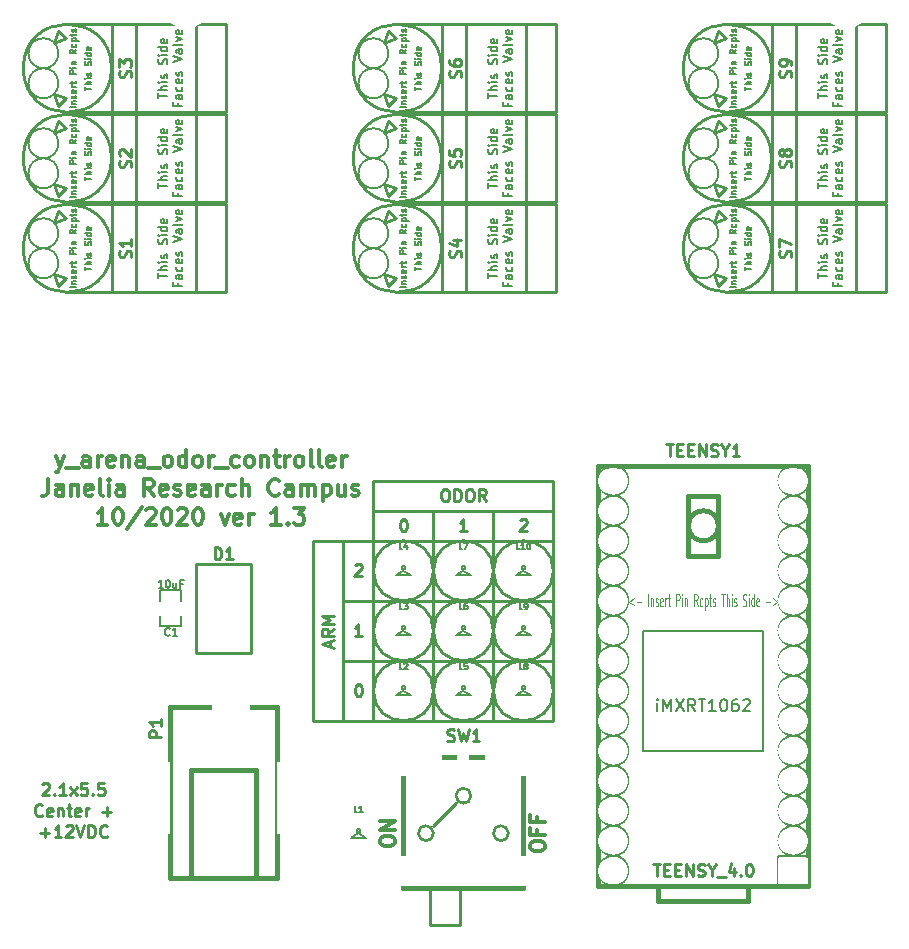
<source format=gto>
%TF.GenerationSoftware,KiCad,Pcbnew,5.1.8-db9833491~87~ubuntu20.04.1*%
%TF.CreationDate,2020-11-19T10:17:09-05:00*%
%TF.ProjectId,y_arena_odor_controller,795f6172-656e-4615-9f6f-646f725f636f,1.3*%
%TF.SameCoordinates,Original*%
%TF.FileFunction,Legend,Top*%
%TF.FilePolarity,Positive*%
%FSLAX46Y46*%
G04 Gerber Fmt 4.6, Leading zero omitted, Abs format (unit mm)*
G04 Created by KiCad (PCBNEW 5.1.8-db9833491~87~ubuntu20.04.1) date 2020-11-19 10:17:09*
%MOMM*%
%LPD*%
G01*
G04 APERTURE LIST*
%ADD10C,0.254000*%
%ADD11C,0.279400*%
%ADD12C,0.349250*%
%ADD13C,0.150000*%
%ADD14C,0.177800*%
%ADD15C,0.381000*%
%ADD16C,0.127000*%
%ADD17C,0.228600*%
%ADD18C,0.190500*%
%ADD19C,0.139700*%
%ADD20C,0.120650*%
%ADD21C,0.317500*%
%ADD22C,0.158750*%
%ADD23C,2.286000*%
%ADD24O,2.540000X2.184400*%
%ADD25R,2.540000X2.184400*%
%ADD26R,3.810000X2.030000*%
%ADD27R,1.020000X2.290000*%
%ADD28R,2.999999X2.500000*%
%ADD29C,3.000000*%
%ADD30R,3.900000X6.200000*%
%ADD31R,3.300000X4.400000*%
%ADD32R,1.193800X1.193800*%
%ADD33C,1.000000*%
%ADD34C,3.556000*%
%ADD35R,1.600200X0.787400*%
%ADD36R,1.600000X1.440000*%
%ADD37R,3.800000X4.960000*%
G04 APERTURE END LIST*
D10*
X79665285Y-109679619D02*
X79084714Y-109679619D01*
X79375000Y-109679619D02*
X79375000Y-108663619D01*
X79278238Y-108808761D01*
X79181476Y-108905523D01*
X79084714Y-108953904D01*
X79084714Y-103680380D02*
X79133095Y-103632000D01*
X79229857Y-103583619D01*
X79471761Y-103583619D01*
X79568523Y-103632000D01*
X79616904Y-103680380D01*
X79665285Y-103777142D01*
X79665285Y-103873904D01*
X79616904Y-104019047D01*
X79036333Y-104599619D01*
X79665285Y-104599619D01*
X79326619Y-113743619D02*
X79423380Y-113743619D01*
X79520142Y-113792000D01*
X79568523Y-113840380D01*
X79616904Y-113937142D01*
X79665285Y-114130666D01*
X79665285Y-114372571D01*
X79616904Y-114566095D01*
X79568523Y-114662857D01*
X79520142Y-114711238D01*
X79423380Y-114759619D01*
X79326619Y-114759619D01*
X79229857Y-114711238D01*
X79181476Y-114662857D01*
X79133095Y-114566095D01*
X79084714Y-114372571D01*
X79084714Y-114130666D01*
X79133095Y-113937142D01*
X79181476Y-113840380D01*
X79229857Y-113792000D01*
X79326619Y-113743619D01*
X93054714Y-99870380D02*
X93103095Y-99822000D01*
X93199857Y-99773619D01*
X93441761Y-99773619D01*
X93538523Y-99822000D01*
X93586904Y-99870380D01*
X93635285Y-99967142D01*
X93635285Y-100063904D01*
X93586904Y-100209047D01*
X93006333Y-100789619D01*
X93635285Y-100789619D01*
X88555285Y-100789619D02*
X87974714Y-100789619D01*
X88265000Y-100789619D02*
X88265000Y-99773619D01*
X88168238Y-99918761D01*
X88071476Y-100015523D01*
X87974714Y-100063904D01*
X83136619Y-99773619D02*
X83233380Y-99773619D01*
X83330142Y-99822000D01*
X83378523Y-99870380D01*
X83426904Y-99967142D01*
X83475285Y-100160666D01*
X83475285Y-100402571D01*
X83426904Y-100596095D01*
X83378523Y-100692857D01*
X83330142Y-100741238D01*
X83233380Y-100789619D01*
X83136619Y-100789619D01*
X83039857Y-100741238D01*
X82991476Y-100692857D01*
X82943095Y-100596095D01*
X82894714Y-100402571D01*
X82894714Y-100160666D01*
X82943095Y-99967142D01*
X82991476Y-99870380D01*
X83039857Y-99822000D01*
X83136619Y-99773619D01*
X77004333Y-110550476D02*
X77004333Y-110066666D01*
X77294619Y-110647238D02*
X76278619Y-110308571D01*
X77294619Y-109969904D01*
X77294619Y-109050666D02*
X76810809Y-109389333D01*
X77294619Y-109631238D02*
X76278619Y-109631238D01*
X76278619Y-109244190D01*
X76327000Y-109147428D01*
X76375380Y-109099047D01*
X76472142Y-109050666D01*
X76617285Y-109050666D01*
X76714047Y-109099047D01*
X76762428Y-109147428D01*
X76810809Y-109244190D01*
X76810809Y-109631238D01*
X77294619Y-108615238D02*
X76278619Y-108615238D01*
X77004333Y-108276571D01*
X76278619Y-107937904D01*
X77294619Y-107937904D01*
X86620047Y-97233619D02*
X86813571Y-97233619D01*
X86910333Y-97282000D01*
X87007095Y-97378761D01*
X87055476Y-97572285D01*
X87055476Y-97910952D01*
X87007095Y-98104476D01*
X86910333Y-98201238D01*
X86813571Y-98249619D01*
X86620047Y-98249619D01*
X86523285Y-98201238D01*
X86426523Y-98104476D01*
X86378142Y-97910952D01*
X86378142Y-97572285D01*
X86426523Y-97378761D01*
X86523285Y-97282000D01*
X86620047Y-97233619D01*
X87490904Y-98249619D02*
X87490904Y-97233619D01*
X87732809Y-97233619D01*
X87877952Y-97282000D01*
X87974714Y-97378761D01*
X88023095Y-97475523D01*
X88071476Y-97669047D01*
X88071476Y-97814190D01*
X88023095Y-98007714D01*
X87974714Y-98104476D01*
X87877952Y-98201238D01*
X87732809Y-98249619D01*
X87490904Y-98249619D01*
X88700428Y-97233619D02*
X88893952Y-97233619D01*
X88990714Y-97282000D01*
X89087476Y-97378761D01*
X89135857Y-97572285D01*
X89135857Y-97910952D01*
X89087476Y-98104476D01*
X88990714Y-98201238D01*
X88893952Y-98249619D01*
X88700428Y-98249619D01*
X88603666Y-98201238D01*
X88506904Y-98104476D01*
X88458523Y-97910952D01*
X88458523Y-97572285D01*
X88506904Y-97378761D01*
X88603666Y-97282000D01*
X88700428Y-97233619D01*
X90151857Y-98249619D02*
X89813190Y-97765809D01*
X89571285Y-98249619D02*
X89571285Y-97233619D01*
X89958333Y-97233619D01*
X90055095Y-97282000D01*
X90103476Y-97330380D01*
X90151857Y-97427142D01*
X90151857Y-97572285D01*
X90103476Y-97669047D01*
X90055095Y-97717428D01*
X89958333Y-97765809D01*
X89571285Y-97765809D01*
D11*
X78105000Y-111760000D02*
X95885000Y-111760000D01*
X78105000Y-106680000D02*
X95885000Y-106680000D01*
X90805000Y-101600000D02*
X90805000Y-99060000D01*
X85725000Y-101600000D02*
X85725000Y-99060000D01*
X95885000Y-96520000D02*
X95885000Y-99060000D01*
X80645000Y-96520000D02*
X95885000Y-96520000D01*
X80645000Y-99060000D02*
X80645000Y-96520000D01*
X95885000Y-99060000D02*
X95885000Y-101600000D01*
X80645000Y-99060000D02*
X95885000Y-99060000D01*
X80645000Y-101600000D02*
X80645000Y-99060000D01*
X78105000Y-116840000D02*
X75565000Y-116840000D01*
X75565000Y-101600000D02*
X75565000Y-116840000D01*
X75565000Y-101600000D02*
X78105000Y-101600000D01*
X80645000Y-116840000D02*
X78105000Y-116840000D01*
X78105000Y-101600000D02*
X78105000Y-116840000D01*
X78105000Y-101600000D02*
X80645000Y-101600000D01*
X95885000Y-116840000D02*
X90805000Y-116840000D01*
X95885000Y-101600000D02*
X95885000Y-116840000D01*
X90805000Y-101600000D02*
X95885000Y-101600000D01*
X90805000Y-116840000D02*
X85725000Y-116840000D01*
X90805000Y-101600000D02*
X90805000Y-116840000D01*
X85725000Y-101600000D02*
X90805000Y-101600000D01*
X85725000Y-116840000D02*
X80645000Y-116840000D01*
X85725000Y-101600000D02*
X85725000Y-116840000D01*
X80645000Y-101600000D02*
X85725000Y-101600000D01*
X80645000Y-116840000D02*
X80645000Y-101600000D01*
X95885000Y-104140000D02*
G75*
G03*
X95885000Y-104140000I-2540000J0D01*
G01*
X95885000Y-109220000D02*
G75*
G03*
X95885000Y-109220000I-2540000J0D01*
G01*
X90805000Y-104140000D02*
G75*
G03*
X90805000Y-104140000I-2540000J0D01*
G01*
X90805000Y-109220000D02*
G75*
G03*
X90805000Y-109220000I-2540000J0D01*
G01*
X95885000Y-114300000D02*
G75*
G03*
X95885000Y-114300000I-2540000J0D01*
G01*
X90805000Y-114300000D02*
G75*
G03*
X90805000Y-114300000I-2540000J0D01*
G01*
X85725000Y-104140000D02*
G75*
G03*
X85725000Y-104140000I-2540000J0D01*
G01*
X85725000Y-109220000D02*
G75*
G03*
X85725000Y-109220000I-2540000J0D01*
G01*
X85725000Y-114300000D02*
G75*
G03*
X85725000Y-114300000I-2540000J0D01*
G01*
D12*
X53766357Y-94410892D02*
X54098976Y-95342226D01*
X54431595Y-94410892D02*
X54098976Y-95342226D01*
X53965928Y-95674845D01*
X53899404Y-95741369D01*
X53766357Y-95807892D01*
X54631166Y-95475273D02*
X55695547Y-95475273D01*
X56626880Y-95342226D02*
X56626880Y-94610464D01*
X56560357Y-94477416D01*
X56427309Y-94410892D01*
X56161214Y-94410892D01*
X56028166Y-94477416D01*
X56626880Y-95275702D02*
X56493833Y-95342226D01*
X56161214Y-95342226D01*
X56028166Y-95275702D01*
X55961642Y-95142654D01*
X55961642Y-95009607D01*
X56028166Y-94876559D01*
X56161214Y-94810035D01*
X56493833Y-94810035D01*
X56626880Y-94743511D01*
X57292119Y-95342226D02*
X57292119Y-94410892D01*
X57292119Y-94676988D02*
X57358642Y-94543940D01*
X57425166Y-94477416D01*
X57558214Y-94410892D01*
X57691261Y-94410892D01*
X58689119Y-95275702D02*
X58556071Y-95342226D01*
X58289976Y-95342226D01*
X58156928Y-95275702D01*
X58090404Y-95142654D01*
X58090404Y-94610464D01*
X58156928Y-94477416D01*
X58289976Y-94410892D01*
X58556071Y-94410892D01*
X58689119Y-94477416D01*
X58755642Y-94610464D01*
X58755642Y-94743511D01*
X58090404Y-94876559D01*
X59354357Y-94410892D02*
X59354357Y-95342226D01*
X59354357Y-94543940D02*
X59420880Y-94477416D01*
X59553928Y-94410892D01*
X59753500Y-94410892D01*
X59886547Y-94477416D01*
X59953071Y-94610464D01*
X59953071Y-95342226D01*
X61217023Y-95342226D02*
X61217023Y-94610464D01*
X61150500Y-94477416D01*
X61017452Y-94410892D01*
X60751357Y-94410892D01*
X60618309Y-94477416D01*
X61217023Y-95275702D02*
X61083976Y-95342226D01*
X60751357Y-95342226D01*
X60618309Y-95275702D01*
X60551785Y-95142654D01*
X60551785Y-95009607D01*
X60618309Y-94876559D01*
X60751357Y-94810035D01*
X61083976Y-94810035D01*
X61217023Y-94743511D01*
X61549642Y-95475273D02*
X62614023Y-95475273D01*
X63146214Y-95342226D02*
X63013166Y-95275702D01*
X62946642Y-95209178D01*
X62880119Y-95076130D01*
X62880119Y-94676988D01*
X62946642Y-94543940D01*
X63013166Y-94477416D01*
X63146214Y-94410892D01*
X63345785Y-94410892D01*
X63478833Y-94477416D01*
X63545357Y-94543940D01*
X63611880Y-94676988D01*
X63611880Y-95076130D01*
X63545357Y-95209178D01*
X63478833Y-95275702D01*
X63345785Y-95342226D01*
X63146214Y-95342226D01*
X64809309Y-95342226D02*
X64809309Y-93945226D01*
X64809309Y-95275702D02*
X64676261Y-95342226D01*
X64410166Y-95342226D01*
X64277119Y-95275702D01*
X64210595Y-95209178D01*
X64144071Y-95076130D01*
X64144071Y-94676988D01*
X64210595Y-94543940D01*
X64277119Y-94477416D01*
X64410166Y-94410892D01*
X64676261Y-94410892D01*
X64809309Y-94477416D01*
X65674119Y-95342226D02*
X65541071Y-95275702D01*
X65474547Y-95209178D01*
X65408023Y-95076130D01*
X65408023Y-94676988D01*
X65474547Y-94543940D01*
X65541071Y-94477416D01*
X65674119Y-94410892D01*
X65873690Y-94410892D01*
X66006738Y-94477416D01*
X66073261Y-94543940D01*
X66139785Y-94676988D01*
X66139785Y-95076130D01*
X66073261Y-95209178D01*
X66006738Y-95275702D01*
X65873690Y-95342226D01*
X65674119Y-95342226D01*
X66738500Y-95342226D02*
X66738500Y-94410892D01*
X66738500Y-94676988D02*
X66805023Y-94543940D01*
X66871547Y-94477416D01*
X67004595Y-94410892D01*
X67137642Y-94410892D01*
X67270690Y-95475273D02*
X68335071Y-95475273D01*
X69266404Y-95275702D02*
X69133357Y-95342226D01*
X68867261Y-95342226D01*
X68734214Y-95275702D01*
X68667690Y-95209178D01*
X68601166Y-95076130D01*
X68601166Y-94676988D01*
X68667690Y-94543940D01*
X68734214Y-94477416D01*
X68867261Y-94410892D01*
X69133357Y-94410892D01*
X69266404Y-94477416D01*
X70064690Y-95342226D02*
X69931642Y-95275702D01*
X69865119Y-95209178D01*
X69798595Y-95076130D01*
X69798595Y-94676988D01*
X69865119Y-94543940D01*
X69931642Y-94477416D01*
X70064690Y-94410892D01*
X70264261Y-94410892D01*
X70397309Y-94477416D01*
X70463833Y-94543940D01*
X70530357Y-94676988D01*
X70530357Y-95076130D01*
X70463833Y-95209178D01*
X70397309Y-95275702D01*
X70264261Y-95342226D01*
X70064690Y-95342226D01*
X71129071Y-94410892D02*
X71129071Y-95342226D01*
X71129071Y-94543940D02*
X71195595Y-94477416D01*
X71328642Y-94410892D01*
X71528214Y-94410892D01*
X71661261Y-94477416D01*
X71727785Y-94610464D01*
X71727785Y-95342226D01*
X72193452Y-94410892D02*
X72725642Y-94410892D01*
X72393023Y-93945226D02*
X72393023Y-95142654D01*
X72459547Y-95275702D01*
X72592595Y-95342226D01*
X72725642Y-95342226D01*
X73191309Y-95342226D02*
X73191309Y-94410892D01*
X73191309Y-94676988D02*
X73257833Y-94543940D01*
X73324357Y-94477416D01*
X73457404Y-94410892D01*
X73590452Y-94410892D01*
X74255690Y-95342226D02*
X74122642Y-95275702D01*
X74056119Y-95209178D01*
X73989595Y-95076130D01*
X73989595Y-94676988D01*
X74056119Y-94543940D01*
X74122642Y-94477416D01*
X74255690Y-94410892D01*
X74455261Y-94410892D01*
X74588309Y-94477416D01*
X74654833Y-94543940D01*
X74721357Y-94676988D01*
X74721357Y-95076130D01*
X74654833Y-95209178D01*
X74588309Y-95275702D01*
X74455261Y-95342226D01*
X74255690Y-95342226D01*
X75519642Y-95342226D02*
X75386595Y-95275702D01*
X75320071Y-95142654D01*
X75320071Y-93945226D01*
X76251404Y-95342226D02*
X76118357Y-95275702D01*
X76051833Y-95142654D01*
X76051833Y-93945226D01*
X77315785Y-95275702D02*
X77182738Y-95342226D01*
X76916642Y-95342226D01*
X76783595Y-95275702D01*
X76717071Y-95142654D01*
X76717071Y-94610464D01*
X76783595Y-94477416D01*
X76916642Y-94410892D01*
X77182738Y-94410892D01*
X77315785Y-94477416D01*
X77382309Y-94610464D01*
X77382309Y-94743511D01*
X76717071Y-94876559D01*
X77981023Y-95342226D02*
X77981023Y-94410892D01*
X77981023Y-94676988D02*
X78047547Y-94543940D01*
X78114071Y-94477416D01*
X78247119Y-94410892D01*
X78380166Y-94410892D01*
X53134380Y-96389976D02*
X53134380Y-97387833D01*
X53067857Y-97587404D01*
X52934809Y-97720452D01*
X52735238Y-97786976D01*
X52602190Y-97786976D01*
X54398333Y-97786976D02*
X54398333Y-97055214D01*
X54331809Y-96922166D01*
X54198761Y-96855642D01*
X53932666Y-96855642D01*
X53799619Y-96922166D01*
X54398333Y-97720452D02*
X54265285Y-97786976D01*
X53932666Y-97786976D01*
X53799619Y-97720452D01*
X53733095Y-97587404D01*
X53733095Y-97454357D01*
X53799619Y-97321309D01*
X53932666Y-97254785D01*
X54265285Y-97254785D01*
X54398333Y-97188261D01*
X55063571Y-96855642D02*
X55063571Y-97786976D01*
X55063571Y-96988690D02*
X55130095Y-96922166D01*
X55263142Y-96855642D01*
X55462714Y-96855642D01*
X55595761Y-96922166D01*
X55662285Y-97055214D01*
X55662285Y-97786976D01*
X56859714Y-97720452D02*
X56726666Y-97786976D01*
X56460571Y-97786976D01*
X56327523Y-97720452D01*
X56261000Y-97587404D01*
X56261000Y-97055214D01*
X56327523Y-96922166D01*
X56460571Y-96855642D01*
X56726666Y-96855642D01*
X56859714Y-96922166D01*
X56926238Y-97055214D01*
X56926238Y-97188261D01*
X56261000Y-97321309D01*
X57724523Y-97786976D02*
X57591476Y-97720452D01*
X57524952Y-97587404D01*
X57524952Y-96389976D01*
X58256714Y-97786976D02*
X58256714Y-96855642D01*
X58256714Y-96389976D02*
X58190190Y-96456500D01*
X58256714Y-96523023D01*
X58323238Y-96456500D01*
X58256714Y-96389976D01*
X58256714Y-96523023D01*
X59520666Y-97786976D02*
X59520666Y-97055214D01*
X59454142Y-96922166D01*
X59321095Y-96855642D01*
X59055000Y-96855642D01*
X58921952Y-96922166D01*
X59520666Y-97720452D02*
X59387619Y-97786976D01*
X59055000Y-97786976D01*
X58921952Y-97720452D01*
X58855428Y-97587404D01*
X58855428Y-97454357D01*
X58921952Y-97321309D01*
X59055000Y-97254785D01*
X59387619Y-97254785D01*
X59520666Y-97188261D01*
X62048571Y-97786976D02*
X61582904Y-97121738D01*
X61250285Y-97786976D02*
X61250285Y-96389976D01*
X61782476Y-96389976D01*
X61915523Y-96456500D01*
X61982047Y-96523023D01*
X62048571Y-96656071D01*
X62048571Y-96855642D01*
X61982047Y-96988690D01*
X61915523Y-97055214D01*
X61782476Y-97121738D01*
X61250285Y-97121738D01*
X63179476Y-97720452D02*
X63046428Y-97786976D01*
X62780333Y-97786976D01*
X62647285Y-97720452D01*
X62580761Y-97587404D01*
X62580761Y-97055214D01*
X62647285Y-96922166D01*
X62780333Y-96855642D01*
X63046428Y-96855642D01*
X63179476Y-96922166D01*
X63246000Y-97055214D01*
X63246000Y-97188261D01*
X62580761Y-97321309D01*
X63778190Y-97720452D02*
X63911238Y-97786976D01*
X64177333Y-97786976D01*
X64310380Y-97720452D01*
X64376904Y-97587404D01*
X64376904Y-97520880D01*
X64310380Y-97387833D01*
X64177333Y-97321309D01*
X63977761Y-97321309D01*
X63844714Y-97254785D01*
X63778190Y-97121738D01*
X63778190Y-97055214D01*
X63844714Y-96922166D01*
X63977761Y-96855642D01*
X64177333Y-96855642D01*
X64310380Y-96922166D01*
X65507809Y-97720452D02*
X65374761Y-97786976D01*
X65108666Y-97786976D01*
X64975619Y-97720452D01*
X64909095Y-97587404D01*
X64909095Y-97055214D01*
X64975619Y-96922166D01*
X65108666Y-96855642D01*
X65374761Y-96855642D01*
X65507809Y-96922166D01*
X65574333Y-97055214D01*
X65574333Y-97188261D01*
X64909095Y-97321309D01*
X66771761Y-97786976D02*
X66771761Y-97055214D01*
X66705238Y-96922166D01*
X66572190Y-96855642D01*
X66306095Y-96855642D01*
X66173047Y-96922166D01*
X66771761Y-97720452D02*
X66638714Y-97786976D01*
X66306095Y-97786976D01*
X66173047Y-97720452D01*
X66106523Y-97587404D01*
X66106523Y-97454357D01*
X66173047Y-97321309D01*
X66306095Y-97254785D01*
X66638714Y-97254785D01*
X66771761Y-97188261D01*
X67437000Y-97786976D02*
X67437000Y-96855642D01*
X67437000Y-97121738D02*
X67503523Y-96988690D01*
X67570047Y-96922166D01*
X67703095Y-96855642D01*
X67836142Y-96855642D01*
X68900523Y-97720452D02*
X68767476Y-97786976D01*
X68501380Y-97786976D01*
X68368333Y-97720452D01*
X68301809Y-97653928D01*
X68235285Y-97520880D01*
X68235285Y-97121738D01*
X68301809Y-96988690D01*
X68368333Y-96922166D01*
X68501380Y-96855642D01*
X68767476Y-96855642D01*
X68900523Y-96922166D01*
X69499238Y-97786976D02*
X69499238Y-96389976D01*
X70097952Y-97786976D02*
X70097952Y-97055214D01*
X70031428Y-96922166D01*
X69898380Y-96855642D01*
X69698809Y-96855642D01*
X69565761Y-96922166D01*
X69499238Y-96988690D01*
X72625857Y-97653928D02*
X72559333Y-97720452D01*
X72359761Y-97786976D01*
X72226714Y-97786976D01*
X72027142Y-97720452D01*
X71894095Y-97587404D01*
X71827571Y-97454357D01*
X71761047Y-97188261D01*
X71761047Y-96988690D01*
X71827571Y-96722595D01*
X71894095Y-96589547D01*
X72027142Y-96456500D01*
X72226714Y-96389976D01*
X72359761Y-96389976D01*
X72559333Y-96456500D01*
X72625857Y-96523023D01*
X73823285Y-97786976D02*
X73823285Y-97055214D01*
X73756761Y-96922166D01*
X73623714Y-96855642D01*
X73357619Y-96855642D01*
X73224571Y-96922166D01*
X73823285Y-97720452D02*
X73690238Y-97786976D01*
X73357619Y-97786976D01*
X73224571Y-97720452D01*
X73158047Y-97587404D01*
X73158047Y-97454357D01*
X73224571Y-97321309D01*
X73357619Y-97254785D01*
X73690238Y-97254785D01*
X73823285Y-97188261D01*
X74488523Y-97786976D02*
X74488523Y-96855642D01*
X74488523Y-96988690D02*
X74555047Y-96922166D01*
X74688095Y-96855642D01*
X74887666Y-96855642D01*
X75020714Y-96922166D01*
X75087238Y-97055214D01*
X75087238Y-97786976D01*
X75087238Y-97055214D02*
X75153761Y-96922166D01*
X75286809Y-96855642D01*
X75486380Y-96855642D01*
X75619428Y-96922166D01*
X75685952Y-97055214D01*
X75685952Y-97786976D01*
X76351190Y-96855642D02*
X76351190Y-98252642D01*
X76351190Y-96922166D02*
X76484238Y-96855642D01*
X76750333Y-96855642D01*
X76883380Y-96922166D01*
X76949904Y-96988690D01*
X77016428Y-97121738D01*
X77016428Y-97520880D01*
X76949904Y-97653928D01*
X76883380Y-97720452D01*
X76750333Y-97786976D01*
X76484238Y-97786976D01*
X76351190Y-97720452D01*
X78213857Y-96855642D02*
X78213857Y-97786976D01*
X77615142Y-96855642D02*
X77615142Y-97587404D01*
X77681666Y-97720452D01*
X77814714Y-97786976D01*
X78014285Y-97786976D01*
X78147333Y-97720452D01*
X78213857Y-97653928D01*
X78812571Y-97720452D02*
X78945619Y-97786976D01*
X79211714Y-97786976D01*
X79344761Y-97720452D01*
X79411285Y-97587404D01*
X79411285Y-97520880D01*
X79344761Y-97387833D01*
X79211714Y-97321309D01*
X79012142Y-97321309D01*
X78879095Y-97254785D01*
X78812571Y-97121738D01*
X78812571Y-97055214D01*
X78879095Y-96922166D01*
X79012142Y-96855642D01*
X79211714Y-96855642D01*
X79344761Y-96922166D01*
X58090404Y-100231726D02*
X57292119Y-100231726D01*
X57691261Y-100231726D02*
X57691261Y-98834726D01*
X57558214Y-99034297D01*
X57425166Y-99167345D01*
X57292119Y-99233869D01*
X58955214Y-98834726D02*
X59088261Y-98834726D01*
X59221309Y-98901250D01*
X59287833Y-98967773D01*
X59354357Y-99100821D01*
X59420880Y-99366916D01*
X59420880Y-99699535D01*
X59354357Y-99965630D01*
X59287833Y-100098678D01*
X59221309Y-100165202D01*
X59088261Y-100231726D01*
X58955214Y-100231726D01*
X58822166Y-100165202D01*
X58755642Y-100098678D01*
X58689119Y-99965630D01*
X58622595Y-99699535D01*
X58622595Y-99366916D01*
X58689119Y-99100821D01*
X58755642Y-98967773D01*
X58822166Y-98901250D01*
X58955214Y-98834726D01*
X61017452Y-98768202D02*
X59820023Y-100564345D01*
X61416595Y-98967773D02*
X61483119Y-98901250D01*
X61616166Y-98834726D01*
X61948785Y-98834726D01*
X62081833Y-98901250D01*
X62148357Y-98967773D01*
X62214880Y-99100821D01*
X62214880Y-99233869D01*
X62148357Y-99433440D01*
X61350071Y-100231726D01*
X62214880Y-100231726D01*
X63079690Y-98834726D02*
X63212738Y-98834726D01*
X63345785Y-98901250D01*
X63412309Y-98967773D01*
X63478833Y-99100821D01*
X63545357Y-99366916D01*
X63545357Y-99699535D01*
X63478833Y-99965630D01*
X63412309Y-100098678D01*
X63345785Y-100165202D01*
X63212738Y-100231726D01*
X63079690Y-100231726D01*
X62946642Y-100165202D01*
X62880119Y-100098678D01*
X62813595Y-99965630D01*
X62747071Y-99699535D01*
X62747071Y-99366916D01*
X62813595Y-99100821D01*
X62880119Y-98967773D01*
X62946642Y-98901250D01*
X63079690Y-98834726D01*
X64077547Y-98967773D02*
X64144071Y-98901250D01*
X64277119Y-98834726D01*
X64609738Y-98834726D01*
X64742785Y-98901250D01*
X64809309Y-98967773D01*
X64875833Y-99100821D01*
X64875833Y-99233869D01*
X64809309Y-99433440D01*
X64011023Y-100231726D01*
X64875833Y-100231726D01*
X65740642Y-98834726D02*
X65873690Y-98834726D01*
X66006738Y-98901250D01*
X66073261Y-98967773D01*
X66139785Y-99100821D01*
X66206309Y-99366916D01*
X66206309Y-99699535D01*
X66139785Y-99965630D01*
X66073261Y-100098678D01*
X66006738Y-100165202D01*
X65873690Y-100231726D01*
X65740642Y-100231726D01*
X65607595Y-100165202D01*
X65541071Y-100098678D01*
X65474547Y-99965630D01*
X65408023Y-99699535D01*
X65408023Y-99366916D01*
X65474547Y-99100821D01*
X65541071Y-98967773D01*
X65607595Y-98901250D01*
X65740642Y-98834726D01*
X67736357Y-99300392D02*
X68068976Y-100231726D01*
X68401595Y-99300392D01*
X69465976Y-100165202D02*
X69332928Y-100231726D01*
X69066833Y-100231726D01*
X68933785Y-100165202D01*
X68867261Y-100032154D01*
X68867261Y-99499964D01*
X68933785Y-99366916D01*
X69066833Y-99300392D01*
X69332928Y-99300392D01*
X69465976Y-99366916D01*
X69532500Y-99499964D01*
X69532500Y-99633011D01*
X68867261Y-99766059D01*
X70131214Y-100231726D02*
X70131214Y-99300392D01*
X70131214Y-99566488D02*
X70197738Y-99433440D01*
X70264261Y-99366916D01*
X70397309Y-99300392D01*
X70530357Y-99300392D01*
X72792166Y-100231726D02*
X71993880Y-100231726D01*
X72393023Y-100231726D02*
X72393023Y-98834726D01*
X72259976Y-99034297D01*
X72126928Y-99167345D01*
X71993880Y-99233869D01*
X73390880Y-100098678D02*
X73457404Y-100165202D01*
X73390880Y-100231726D01*
X73324357Y-100165202D01*
X73390880Y-100098678D01*
X73390880Y-100231726D01*
X73923071Y-98834726D02*
X74787880Y-98834726D01*
X74322214Y-99366916D01*
X74521785Y-99366916D01*
X74654833Y-99433440D01*
X74721357Y-99499964D01*
X74787880Y-99633011D01*
X74787880Y-99965630D01*
X74721357Y-100098678D01*
X74654833Y-100165202D01*
X74521785Y-100231726D01*
X74122642Y-100231726D01*
X73989595Y-100165202D01*
X73923071Y-100098678D01*
D10*
X52608238Y-122222380D02*
X52656619Y-122174000D01*
X52753380Y-122125619D01*
X52995285Y-122125619D01*
X53092047Y-122174000D01*
X53140428Y-122222380D01*
X53188809Y-122319142D01*
X53188809Y-122415904D01*
X53140428Y-122561047D01*
X52559857Y-123141619D01*
X53188809Y-123141619D01*
X53624238Y-123044857D02*
X53672619Y-123093238D01*
X53624238Y-123141619D01*
X53575857Y-123093238D01*
X53624238Y-123044857D01*
X53624238Y-123141619D01*
X54640238Y-123141619D02*
X54059666Y-123141619D01*
X54349952Y-123141619D02*
X54349952Y-122125619D01*
X54253190Y-122270761D01*
X54156428Y-122367523D01*
X54059666Y-122415904D01*
X54978904Y-123141619D02*
X55511095Y-122464285D01*
X54978904Y-122464285D02*
X55511095Y-123141619D01*
X56381952Y-122125619D02*
X55898142Y-122125619D01*
X55849761Y-122609428D01*
X55898142Y-122561047D01*
X55994904Y-122512666D01*
X56236809Y-122512666D01*
X56333571Y-122561047D01*
X56381952Y-122609428D01*
X56430333Y-122706190D01*
X56430333Y-122948095D01*
X56381952Y-123044857D01*
X56333571Y-123093238D01*
X56236809Y-123141619D01*
X55994904Y-123141619D01*
X55898142Y-123093238D01*
X55849761Y-123044857D01*
X56865761Y-123044857D02*
X56914142Y-123093238D01*
X56865761Y-123141619D01*
X56817380Y-123093238D01*
X56865761Y-123044857D01*
X56865761Y-123141619D01*
X57833380Y-122125619D02*
X57349571Y-122125619D01*
X57301190Y-122609428D01*
X57349571Y-122561047D01*
X57446333Y-122512666D01*
X57688238Y-122512666D01*
X57785000Y-122561047D01*
X57833380Y-122609428D01*
X57881761Y-122706190D01*
X57881761Y-122948095D01*
X57833380Y-123044857D01*
X57785000Y-123093238D01*
X57688238Y-123141619D01*
X57446333Y-123141619D01*
X57349571Y-123093238D01*
X57301190Y-123044857D01*
X52608238Y-124822857D02*
X52559857Y-124871238D01*
X52414714Y-124919619D01*
X52317952Y-124919619D01*
X52172809Y-124871238D01*
X52076047Y-124774476D01*
X52027666Y-124677714D01*
X51979285Y-124484190D01*
X51979285Y-124339047D01*
X52027666Y-124145523D01*
X52076047Y-124048761D01*
X52172809Y-123952000D01*
X52317952Y-123903619D01*
X52414714Y-123903619D01*
X52559857Y-123952000D01*
X52608238Y-124000380D01*
X53430714Y-124871238D02*
X53333952Y-124919619D01*
X53140428Y-124919619D01*
X53043666Y-124871238D01*
X52995285Y-124774476D01*
X52995285Y-124387428D01*
X53043666Y-124290666D01*
X53140428Y-124242285D01*
X53333952Y-124242285D01*
X53430714Y-124290666D01*
X53479095Y-124387428D01*
X53479095Y-124484190D01*
X52995285Y-124580952D01*
X53914523Y-124242285D02*
X53914523Y-124919619D01*
X53914523Y-124339047D02*
X53962904Y-124290666D01*
X54059666Y-124242285D01*
X54204809Y-124242285D01*
X54301571Y-124290666D01*
X54349952Y-124387428D01*
X54349952Y-124919619D01*
X54688619Y-124242285D02*
X55075666Y-124242285D01*
X54833761Y-123903619D02*
X54833761Y-124774476D01*
X54882142Y-124871238D01*
X54978904Y-124919619D01*
X55075666Y-124919619D01*
X55801380Y-124871238D02*
X55704619Y-124919619D01*
X55511095Y-124919619D01*
X55414333Y-124871238D01*
X55365952Y-124774476D01*
X55365952Y-124387428D01*
X55414333Y-124290666D01*
X55511095Y-124242285D01*
X55704619Y-124242285D01*
X55801380Y-124290666D01*
X55849761Y-124387428D01*
X55849761Y-124484190D01*
X55365952Y-124580952D01*
X56285190Y-124919619D02*
X56285190Y-124242285D01*
X56285190Y-124435809D02*
X56333571Y-124339047D01*
X56381952Y-124290666D01*
X56478714Y-124242285D01*
X56575476Y-124242285D01*
X57688238Y-124532571D02*
X58462333Y-124532571D01*
X58075285Y-124919619D02*
X58075285Y-124145523D01*
X52438904Y-126310571D02*
X53213000Y-126310571D01*
X52825952Y-126697619D02*
X52825952Y-125923523D01*
X54229000Y-126697619D02*
X53648428Y-126697619D01*
X53938714Y-126697619D02*
X53938714Y-125681619D01*
X53841952Y-125826761D01*
X53745190Y-125923523D01*
X53648428Y-125971904D01*
X54616047Y-125778380D02*
X54664428Y-125730000D01*
X54761190Y-125681619D01*
X55003095Y-125681619D01*
X55099857Y-125730000D01*
X55148238Y-125778380D01*
X55196619Y-125875142D01*
X55196619Y-125971904D01*
X55148238Y-126117047D01*
X54567666Y-126697619D01*
X55196619Y-126697619D01*
X55486904Y-125681619D02*
X55825571Y-126697619D01*
X56164238Y-125681619D01*
X56502904Y-126697619D02*
X56502904Y-125681619D01*
X56744809Y-125681619D01*
X56889952Y-125730000D01*
X56986714Y-125826761D01*
X57035095Y-125923523D01*
X57083476Y-126117047D01*
X57083476Y-126262190D01*
X57035095Y-126455714D01*
X56986714Y-126552476D01*
X56889952Y-126649238D01*
X56744809Y-126697619D01*
X56502904Y-126697619D01*
X58099476Y-126600857D02*
X58051095Y-126649238D01*
X57905952Y-126697619D01*
X57809190Y-126697619D01*
X57664047Y-126649238D01*
X57567285Y-126552476D01*
X57518904Y-126455714D01*
X57470523Y-126262190D01*
X57470523Y-126117047D01*
X57518904Y-125923523D01*
X57567285Y-125826761D01*
X57664047Y-125730000D01*
X57809190Y-125681619D01*
X57905952Y-125681619D01*
X58051095Y-125730000D01*
X58099476Y-125778380D01*
D11*
%TO.C,S1*%
X54610000Y-74295000D02*
X53594000Y-74676000D01*
X53975000Y-73660000D02*
X54610000Y-74295000D01*
X53594000Y-74676000D02*
X53975000Y-73660000D01*
X54610000Y-79375000D02*
X53594000Y-78994000D01*
X53975000Y-80010000D02*
X54610000Y-79375000D01*
X53594000Y-78994000D02*
X53975000Y-80010000D01*
X58521600Y-73101200D02*
X54737000Y-73101200D01*
X58521600Y-80568800D02*
X58521600Y-73101200D01*
X54737000Y-80568800D02*
X58521600Y-80568800D01*
X58470800Y-76835000D02*
G75*
G03*
X58470800Y-76835000I-3733800J0D01*
G01*
D13*
X53975000Y-75565000D02*
G75*
G03*
X53975000Y-75565000I-1270000J0D01*
G01*
X53975000Y-78105000D02*
G75*
G03*
X53975000Y-78105000I-1270000J0D01*
G01*
D11*
X68173600Y-80568800D02*
X68173600Y-73101200D01*
X68173600Y-80568800D02*
X58521600Y-80568800D01*
X68173600Y-73101200D02*
X58521600Y-73101200D01*
X65633600Y-80568800D02*
X65633600Y-73101200D01*
X60553600Y-80568800D02*
X60553600Y-73101200D01*
%TO.C,S2*%
X54610000Y-66675000D02*
X53594000Y-67056000D01*
X53975000Y-66040000D02*
X54610000Y-66675000D01*
X53594000Y-67056000D02*
X53975000Y-66040000D01*
X54610000Y-71755000D02*
X53594000Y-71374000D01*
X53975000Y-72390000D02*
X54610000Y-71755000D01*
X53594000Y-71374000D02*
X53975000Y-72390000D01*
X58521600Y-65481200D02*
X54737000Y-65481200D01*
X58521600Y-72948800D02*
X58521600Y-65481200D01*
X54737000Y-72948800D02*
X58521600Y-72948800D01*
X58470800Y-69215000D02*
G75*
G03*
X58470800Y-69215000I-3733800J0D01*
G01*
D13*
X53975000Y-67945000D02*
G75*
G03*
X53975000Y-67945000I-1270000J0D01*
G01*
X53975000Y-70485000D02*
G75*
G03*
X53975000Y-70485000I-1270000J0D01*
G01*
D11*
X68173600Y-72948800D02*
X68173600Y-65481200D01*
X68173600Y-72948800D02*
X58521600Y-72948800D01*
X68173600Y-65481200D02*
X58521600Y-65481200D01*
X65633600Y-72948800D02*
X65633600Y-65481200D01*
X60553600Y-72948800D02*
X60553600Y-65481200D01*
%TO.C,S3*%
X54610000Y-59055000D02*
X53594000Y-59436000D01*
X53975000Y-58420000D02*
X54610000Y-59055000D01*
X53594000Y-59436000D02*
X53975000Y-58420000D01*
X54610000Y-64135000D02*
X53594000Y-63754000D01*
X53975000Y-64770000D02*
X54610000Y-64135000D01*
X53594000Y-63754000D02*
X53975000Y-64770000D01*
X58521600Y-57861200D02*
X54737000Y-57861200D01*
X58521600Y-65328800D02*
X58521600Y-57861200D01*
X54737000Y-65328800D02*
X58521600Y-65328800D01*
X58470800Y-61595000D02*
G75*
G03*
X58470800Y-61595000I-3733800J0D01*
G01*
D13*
X53975000Y-60325000D02*
G75*
G03*
X53975000Y-60325000I-1270000J0D01*
G01*
X53975000Y-62865000D02*
G75*
G03*
X53975000Y-62865000I-1270000J0D01*
G01*
D11*
X68173600Y-65328800D02*
X68173600Y-57861200D01*
X68173600Y-65328800D02*
X58521600Y-65328800D01*
X68173600Y-57861200D02*
X58521600Y-57861200D01*
X65633600Y-65328800D02*
X65633600Y-57861200D01*
X60553600Y-65328800D02*
X60553600Y-57861200D01*
%TO.C,S4*%
X82550000Y-74295000D02*
X81534000Y-74676000D01*
X81915000Y-73660000D02*
X82550000Y-74295000D01*
X81534000Y-74676000D02*
X81915000Y-73660000D01*
X82550000Y-79375000D02*
X81534000Y-78994000D01*
X81915000Y-80010000D02*
X82550000Y-79375000D01*
X81534000Y-78994000D02*
X81915000Y-80010000D01*
X86461600Y-73101200D02*
X82677000Y-73101200D01*
X86461600Y-80568800D02*
X86461600Y-73101200D01*
X82677000Y-80568800D02*
X86461600Y-80568800D01*
X86410800Y-76835000D02*
G75*
G03*
X86410800Y-76835000I-3733800J0D01*
G01*
D13*
X81915000Y-75565000D02*
G75*
G03*
X81915000Y-75565000I-1270000J0D01*
G01*
X81915000Y-78105000D02*
G75*
G03*
X81915000Y-78105000I-1270000J0D01*
G01*
D11*
X96113600Y-80568800D02*
X96113600Y-73101200D01*
X96113600Y-80568800D02*
X86461600Y-80568800D01*
X96113600Y-73101200D02*
X86461600Y-73101200D01*
X93573600Y-80568800D02*
X93573600Y-73101200D01*
X88493600Y-80568800D02*
X88493600Y-73101200D01*
%TO.C,S5*%
X82550000Y-66675000D02*
X81534000Y-67056000D01*
X81915000Y-66040000D02*
X82550000Y-66675000D01*
X81534000Y-67056000D02*
X81915000Y-66040000D01*
X82550000Y-71755000D02*
X81534000Y-71374000D01*
X81915000Y-72390000D02*
X82550000Y-71755000D01*
X81534000Y-71374000D02*
X81915000Y-72390000D01*
X86461600Y-65481200D02*
X82677000Y-65481200D01*
X86461600Y-72948800D02*
X86461600Y-65481200D01*
X82677000Y-72948800D02*
X86461600Y-72948800D01*
X86410800Y-69215000D02*
G75*
G03*
X86410800Y-69215000I-3733800J0D01*
G01*
D13*
X81915000Y-67945000D02*
G75*
G03*
X81915000Y-67945000I-1270000J0D01*
G01*
X81915000Y-70485000D02*
G75*
G03*
X81915000Y-70485000I-1270000J0D01*
G01*
D11*
X96113600Y-72948800D02*
X96113600Y-65481200D01*
X96113600Y-72948800D02*
X86461600Y-72948800D01*
X96113600Y-65481200D02*
X86461600Y-65481200D01*
X93573600Y-72948800D02*
X93573600Y-65481200D01*
X88493600Y-72948800D02*
X88493600Y-65481200D01*
%TO.C,S6*%
X82550000Y-59055000D02*
X81534000Y-59436000D01*
X81915000Y-58420000D02*
X82550000Y-59055000D01*
X81534000Y-59436000D02*
X81915000Y-58420000D01*
X82550000Y-64135000D02*
X81534000Y-63754000D01*
X81915000Y-64770000D02*
X82550000Y-64135000D01*
X81534000Y-63754000D02*
X81915000Y-64770000D01*
X86461600Y-57861200D02*
X82677000Y-57861200D01*
X86461600Y-65328800D02*
X86461600Y-57861200D01*
X82677000Y-65328800D02*
X86461600Y-65328800D01*
X86410800Y-61595000D02*
G75*
G03*
X86410800Y-61595000I-3733800J0D01*
G01*
D13*
X81915000Y-60325000D02*
G75*
G03*
X81915000Y-60325000I-1270000J0D01*
G01*
X81915000Y-62865000D02*
G75*
G03*
X81915000Y-62865000I-1270000J0D01*
G01*
D11*
X96113600Y-65328800D02*
X96113600Y-57861200D01*
X96113600Y-65328800D02*
X86461600Y-65328800D01*
X96113600Y-57861200D02*
X86461600Y-57861200D01*
X93573600Y-65328800D02*
X93573600Y-57861200D01*
X88493600Y-65328800D02*
X88493600Y-57861200D01*
%TO.C,S7*%
X110490000Y-74295000D02*
X109474000Y-74676000D01*
X109855000Y-73660000D02*
X110490000Y-74295000D01*
X109474000Y-74676000D02*
X109855000Y-73660000D01*
X110490000Y-79375000D02*
X109474000Y-78994000D01*
X109855000Y-80010000D02*
X110490000Y-79375000D01*
X109474000Y-78994000D02*
X109855000Y-80010000D01*
X114401600Y-73101200D02*
X110617000Y-73101200D01*
X114401600Y-80568800D02*
X114401600Y-73101200D01*
X110617000Y-80568800D02*
X114401600Y-80568800D01*
X114350800Y-76835000D02*
G75*
G03*
X114350800Y-76835000I-3733800J0D01*
G01*
D13*
X109855000Y-75565000D02*
G75*
G03*
X109855000Y-75565000I-1270000J0D01*
G01*
X109855000Y-78105000D02*
G75*
G03*
X109855000Y-78105000I-1270000J0D01*
G01*
D11*
X124053600Y-80568800D02*
X124053600Y-73101200D01*
X124053600Y-80568800D02*
X114401600Y-80568800D01*
X124053600Y-73101200D02*
X114401600Y-73101200D01*
X121513600Y-80568800D02*
X121513600Y-73101200D01*
X116433600Y-80568800D02*
X116433600Y-73101200D01*
%TO.C,S8*%
X110490000Y-66675000D02*
X109474000Y-67056000D01*
X109855000Y-66040000D02*
X110490000Y-66675000D01*
X109474000Y-67056000D02*
X109855000Y-66040000D01*
X110490000Y-71755000D02*
X109474000Y-71374000D01*
X109855000Y-72390000D02*
X110490000Y-71755000D01*
X109474000Y-71374000D02*
X109855000Y-72390000D01*
X114401600Y-65481200D02*
X110617000Y-65481200D01*
X114401600Y-72948800D02*
X114401600Y-65481200D01*
X110617000Y-72948800D02*
X114401600Y-72948800D01*
X114350800Y-69215000D02*
G75*
G03*
X114350800Y-69215000I-3733800J0D01*
G01*
D13*
X109855000Y-67945000D02*
G75*
G03*
X109855000Y-67945000I-1270000J0D01*
G01*
X109855000Y-70485000D02*
G75*
G03*
X109855000Y-70485000I-1270000J0D01*
G01*
D11*
X124053600Y-72948800D02*
X124053600Y-65481200D01*
X124053600Y-72948800D02*
X114401600Y-72948800D01*
X124053600Y-65481200D02*
X114401600Y-65481200D01*
X121513600Y-72948800D02*
X121513600Y-65481200D01*
X116433600Y-72948800D02*
X116433600Y-65481200D01*
%TO.C,S9*%
X110490000Y-59055000D02*
X109474000Y-59436000D01*
X109855000Y-58420000D02*
X110490000Y-59055000D01*
X109474000Y-59436000D02*
X109855000Y-58420000D01*
X110490000Y-64135000D02*
X109474000Y-63754000D01*
X109855000Y-64770000D02*
X110490000Y-64135000D01*
X109474000Y-63754000D02*
X109855000Y-64770000D01*
X114401600Y-57861200D02*
X110617000Y-57861200D01*
X114401600Y-65328800D02*
X114401600Y-57861200D01*
X110617000Y-65328800D02*
X114401600Y-65328800D01*
X114350800Y-61595000D02*
G75*
G03*
X114350800Y-61595000I-3733800J0D01*
G01*
D13*
X109855000Y-60325000D02*
G75*
G03*
X109855000Y-60325000I-1270000J0D01*
G01*
X109855000Y-62865000D02*
G75*
G03*
X109855000Y-62865000I-1270000J0D01*
G01*
D11*
X124053600Y-65328800D02*
X124053600Y-57861200D01*
X124053600Y-65328800D02*
X114401600Y-65328800D01*
X124053600Y-57861200D02*
X114401600Y-57861200D01*
X121513600Y-65328800D02*
X121513600Y-57861200D01*
X116433600Y-65328800D02*
X116433600Y-57861200D01*
D14*
%TO.C,TEENSY1*%
X103505000Y-119380000D02*
X113665000Y-119380000D01*
X103505000Y-109220000D02*
X103505000Y-119380000D01*
X113665000Y-109220000D02*
X103505000Y-109220000D01*
X113665000Y-119380000D02*
X113665000Y-109220000D01*
X114935000Y-128270000D02*
X114935000Y-130810000D01*
X117475000Y-128270000D02*
X114935000Y-128270000D01*
X102235000Y-96520000D02*
G75*
G03*
X102235000Y-96520000I-1270000J0D01*
G01*
X102235000Y-99060000D02*
G75*
G03*
X102235000Y-99060000I-1270000J0D01*
G01*
X102235000Y-101600000D02*
G75*
G03*
X102235000Y-101600000I-1270000J0D01*
G01*
X102235000Y-104140000D02*
G75*
G03*
X102235000Y-104140000I-1270000J0D01*
G01*
X102235000Y-106680000D02*
G75*
G03*
X102235000Y-106680000I-1270000J0D01*
G01*
X102235000Y-109220000D02*
G75*
G03*
X102235000Y-109220000I-1270000J0D01*
G01*
X102235000Y-111760000D02*
G75*
G03*
X102235000Y-111760000I-1270000J0D01*
G01*
X102235000Y-114300000D02*
G75*
G03*
X102235000Y-114300000I-1270000J0D01*
G01*
X102235000Y-116840000D02*
G75*
G03*
X102235000Y-116840000I-1270000J0D01*
G01*
X102235000Y-119380000D02*
G75*
G03*
X102235000Y-119380000I-1270000J0D01*
G01*
X102235000Y-121920000D02*
G75*
G03*
X102235000Y-121920000I-1270000J0D01*
G01*
X102235000Y-124460000D02*
G75*
G03*
X102235000Y-124460000I-1270000J0D01*
G01*
X102235000Y-127000000D02*
G75*
G03*
X102235000Y-127000000I-1270000J0D01*
G01*
X102235000Y-129540000D02*
G75*
G03*
X102235000Y-129540000I-1270000J0D01*
G01*
X117475000Y-96520000D02*
G75*
G03*
X117475000Y-96520000I-1270000J0D01*
G01*
X117475000Y-99060000D02*
G75*
G03*
X117475000Y-99060000I-1270000J0D01*
G01*
X117475000Y-101600000D02*
G75*
G03*
X117475000Y-101600000I-1270000J0D01*
G01*
X117475000Y-104140000D02*
G75*
G03*
X117475000Y-104140000I-1270000J0D01*
G01*
X117475000Y-106680000D02*
G75*
G03*
X117475000Y-106680000I-1270000J0D01*
G01*
X117475000Y-109220000D02*
G75*
G03*
X117475000Y-109220000I-1270000J0D01*
G01*
X117475000Y-111760000D02*
G75*
G03*
X117475000Y-111760000I-1270000J0D01*
G01*
X117475000Y-114300000D02*
G75*
G03*
X117475000Y-114300000I-1270000J0D01*
G01*
X117475000Y-116840000D02*
G75*
G03*
X117475000Y-116840000I-1270000J0D01*
G01*
X117475000Y-119380000D02*
G75*
G03*
X117475000Y-119380000I-1270000J0D01*
G01*
X117475000Y-121920000D02*
G75*
G03*
X117475000Y-121920000I-1270000J0D01*
G01*
X117475000Y-124460000D02*
G75*
G03*
X117475000Y-124460000I-1270000J0D01*
G01*
X117475000Y-127000000D02*
G75*
G03*
X117475000Y-127000000I-1270000J0D01*
G01*
D15*
X109855000Y-100330000D02*
G75*
G03*
X109855000Y-100330000I-1270000J0D01*
G01*
X107315000Y-97790000D02*
X107315000Y-102870000D01*
X107315000Y-102870000D02*
X109855000Y-102870000D01*
X109855000Y-102870000D02*
X109855000Y-97790000D01*
X109855000Y-97790000D02*
X107315000Y-97790000D01*
X112395000Y-130810000D02*
X112395000Y-132080000D01*
X112395000Y-132080000D02*
X104775000Y-132080000D01*
X104775000Y-132080000D02*
X104775000Y-130810000D01*
X117475000Y-130810000D02*
X117475000Y-95250000D01*
X117475000Y-95250000D02*
X99695000Y-95250000D01*
X99695000Y-95250000D02*
X99695000Y-130810000D01*
X99695000Y-130810000D02*
X117475000Y-130810000D01*
%TO.C,SW1*%
X93345000Y-119940000D02*
X83185000Y-119940000D01*
X93345000Y-119940000D02*
X93345000Y-131040000D01*
X93345000Y-131040000D02*
X83185000Y-131040000D01*
X83185000Y-119940000D02*
X83185000Y-131040000D01*
D11*
X85471000Y-131064000D02*
X85471000Y-134112000D01*
X85471000Y-134112000D02*
X88011000Y-134112000D01*
X88011000Y-134112000D02*
X88011000Y-131064000D01*
X88900000Y-123190000D02*
G75*
G03*
X88900000Y-123190000I-635000J0D01*
G01*
X85725000Y-126365000D02*
G75*
G03*
X85725000Y-126365000I-635000J0D01*
G01*
X92075000Y-126365000D02*
G75*
G03*
X92075000Y-126365000I-635000J0D01*
G01*
X85725000Y-125730000D02*
X87630000Y-123825000D01*
D15*
%TO.C,P1*%
X65195000Y-130175000D02*
X65195000Y-121025000D01*
X65195000Y-121025000D02*
X70695000Y-121025000D01*
X70695000Y-130175000D02*
X70695000Y-121025000D01*
X63445000Y-130175000D02*
X72445000Y-130175000D01*
X72445000Y-115675000D02*
X72445000Y-130175000D01*
X63445000Y-115675000D02*
X72445000Y-115675000D01*
X63445000Y-130175000D02*
X63445000Y-115675000D01*
D16*
%TO.C,L2*%
X83058000Y-113919000D02*
X83058000Y-114173000D01*
X83312000Y-113919000D02*
X83058000Y-113919000D01*
X83312000Y-114173000D02*
X83312000Y-113919000D01*
X83058000Y-114173000D02*
X83312000Y-114173000D01*
X82550000Y-114681000D02*
X83820000Y-114681000D01*
X83185000Y-114300000D02*
X83820000Y-114681000D01*
X82550000Y-114681000D02*
X83185000Y-114300000D01*
%TO.C,L3*%
X83058000Y-108839000D02*
X83058000Y-109093000D01*
X83312000Y-108839000D02*
X83058000Y-108839000D01*
X83312000Y-109093000D02*
X83312000Y-108839000D01*
X83058000Y-109093000D02*
X83312000Y-109093000D01*
X82550000Y-109601000D02*
X83820000Y-109601000D01*
X83185000Y-109220000D02*
X83820000Y-109601000D01*
X82550000Y-109601000D02*
X83185000Y-109220000D01*
%TO.C,L4*%
X83058000Y-103759000D02*
X83058000Y-104013000D01*
X83312000Y-103759000D02*
X83058000Y-103759000D01*
X83312000Y-104013000D02*
X83312000Y-103759000D01*
X83058000Y-104013000D02*
X83312000Y-104013000D01*
X82550000Y-104521000D02*
X83820000Y-104521000D01*
X83185000Y-104140000D02*
X83820000Y-104521000D01*
X82550000Y-104521000D02*
X83185000Y-104140000D01*
%TO.C,L5*%
X88138000Y-113919000D02*
X88138000Y-114173000D01*
X88392000Y-113919000D02*
X88138000Y-113919000D01*
X88392000Y-114173000D02*
X88392000Y-113919000D01*
X88138000Y-114173000D02*
X88392000Y-114173000D01*
X87630000Y-114681000D02*
X88900000Y-114681000D01*
X88265000Y-114300000D02*
X88900000Y-114681000D01*
X87630000Y-114681000D02*
X88265000Y-114300000D01*
%TO.C,L6*%
X88138000Y-108839000D02*
X88138000Y-109093000D01*
X88392000Y-108839000D02*
X88138000Y-108839000D01*
X88392000Y-109093000D02*
X88392000Y-108839000D01*
X88138000Y-109093000D02*
X88392000Y-109093000D01*
X87630000Y-109601000D02*
X88900000Y-109601000D01*
X88265000Y-109220000D02*
X88900000Y-109601000D01*
X87630000Y-109601000D02*
X88265000Y-109220000D01*
%TO.C,L7*%
X88138000Y-103759000D02*
X88138000Y-104013000D01*
X88392000Y-103759000D02*
X88138000Y-103759000D01*
X88392000Y-104013000D02*
X88392000Y-103759000D01*
X88138000Y-104013000D02*
X88392000Y-104013000D01*
X87630000Y-104521000D02*
X88900000Y-104521000D01*
X88265000Y-104140000D02*
X88900000Y-104521000D01*
X87630000Y-104521000D02*
X88265000Y-104140000D01*
%TO.C,L8*%
X93218000Y-113919000D02*
X93218000Y-114173000D01*
X93472000Y-113919000D02*
X93218000Y-113919000D01*
X93472000Y-114173000D02*
X93472000Y-113919000D01*
X93218000Y-114173000D02*
X93472000Y-114173000D01*
X92710000Y-114681000D02*
X93980000Y-114681000D01*
X93345000Y-114300000D02*
X93980000Y-114681000D01*
X92710000Y-114681000D02*
X93345000Y-114300000D01*
%TO.C,L9*%
X93218000Y-108839000D02*
X93218000Y-109093000D01*
X93472000Y-108839000D02*
X93218000Y-108839000D01*
X93472000Y-109093000D02*
X93472000Y-108839000D01*
X93218000Y-109093000D02*
X93472000Y-109093000D01*
X92710000Y-109601000D02*
X93980000Y-109601000D01*
X93345000Y-109220000D02*
X93980000Y-109601000D01*
X92710000Y-109601000D02*
X93345000Y-109220000D01*
%TO.C,L10*%
X93218000Y-103759000D02*
X93218000Y-104013000D01*
X93472000Y-103759000D02*
X93218000Y-103759000D01*
X93472000Y-104013000D02*
X93472000Y-103759000D01*
X93218000Y-104013000D02*
X93472000Y-104013000D01*
X92710000Y-104521000D02*
X93980000Y-104521000D01*
X93345000Y-104140000D02*
X93980000Y-104521000D01*
X92710000Y-104521000D02*
X93345000Y-104140000D01*
%TO.C,L1*%
X78740000Y-126746000D02*
X79375000Y-126365000D01*
X79375000Y-126365000D02*
X80010000Y-126746000D01*
X78740000Y-126746000D02*
X80010000Y-126746000D01*
X79248000Y-126238000D02*
X79502000Y-126238000D01*
X79502000Y-126238000D02*
X79502000Y-125984000D01*
X79502000Y-125984000D02*
X79248000Y-125984000D01*
X79248000Y-125984000D02*
X79248000Y-126238000D01*
D14*
%TO.C,C1*%
X62611000Y-108839000D02*
X62611000Y-107950000D01*
X64389000Y-108839000D02*
X62611000Y-108839000D01*
X64389000Y-107950000D02*
X64389000Y-108839000D01*
X62611000Y-105791000D02*
X62611000Y-106680000D01*
X64389000Y-105791000D02*
X62611000Y-105791000D01*
X64389000Y-106680000D02*
X64389000Y-105791000D01*
D17*
%TO.C,D1*%
X70245000Y-103565000D02*
X70245000Y-111065000D01*
X65645000Y-103565000D02*
X70245000Y-103565000D01*
X65645000Y-111065000D02*
X65645000Y-103565000D01*
X70245000Y-111065000D02*
X65645000Y-111065000D01*
%TO.C,S1*%
D10*
X60101238Y-77609095D02*
X60149619Y-77463952D01*
X60149619Y-77222047D01*
X60101238Y-77125285D01*
X60052857Y-77076904D01*
X59956095Y-77028523D01*
X59859333Y-77028523D01*
X59762571Y-77076904D01*
X59714190Y-77125285D01*
X59665809Y-77222047D01*
X59617428Y-77415571D01*
X59569047Y-77512333D01*
X59520666Y-77560714D01*
X59423904Y-77609095D01*
X59327142Y-77609095D01*
X59230380Y-77560714D01*
X59182000Y-77512333D01*
X59133619Y-77415571D01*
X59133619Y-77173666D01*
X59182000Y-77028523D01*
X60149619Y-76060904D02*
X60149619Y-76641476D01*
X60149619Y-76351190D02*
X59133619Y-76351190D01*
X59278761Y-76447952D01*
X59375523Y-76544714D01*
X59423904Y-76641476D01*
D18*
X64080571Y-79810428D02*
X64080571Y-80064428D01*
X64479714Y-80064428D02*
X63717714Y-80064428D01*
X63717714Y-79701571D01*
X64479714Y-79084714D02*
X64080571Y-79084714D01*
X64008000Y-79121000D01*
X63971714Y-79193571D01*
X63971714Y-79338714D01*
X64008000Y-79411285D01*
X64443428Y-79084714D02*
X64479714Y-79157285D01*
X64479714Y-79338714D01*
X64443428Y-79411285D01*
X64370857Y-79447571D01*
X64298285Y-79447571D01*
X64225714Y-79411285D01*
X64189428Y-79338714D01*
X64189428Y-79157285D01*
X64153142Y-79084714D01*
X64443428Y-78395285D02*
X64479714Y-78467857D01*
X64479714Y-78613000D01*
X64443428Y-78685571D01*
X64407142Y-78721857D01*
X64334571Y-78758142D01*
X64116857Y-78758142D01*
X64044285Y-78721857D01*
X64008000Y-78685571D01*
X63971714Y-78613000D01*
X63971714Y-78467857D01*
X64008000Y-78395285D01*
X64443428Y-77778428D02*
X64479714Y-77851000D01*
X64479714Y-77996142D01*
X64443428Y-78068714D01*
X64370857Y-78105000D01*
X64080571Y-78105000D01*
X64008000Y-78068714D01*
X63971714Y-77996142D01*
X63971714Y-77851000D01*
X64008000Y-77778428D01*
X64080571Y-77742142D01*
X64153142Y-77742142D01*
X64225714Y-78105000D01*
X64443428Y-77451857D02*
X64479714Y-77379285D01*
X64479714Y-77234142D01*
X64443428Y-77161571D01*
X64370857Y-77125285D01*
X64334571Y-77125285D01*
X64262000Y-77161571D01*
X64225714Y-77234142D01*
X64225714Y-77343000D01*
X64189428Y-77415571D01*
X64116857Y-77451857D01*
X64080571Y-77451857D01*
X64008000Y-77415571D01*
X63971714Y-77343000D01*
X63971714Y-77234142D01*
X64008000Y-77161571D01*
X63717714Y-76327000D02*
X64479714Y-76073000D01*
X63717714Y-75819000D01*
X64479714Y-75238428D02*
X64080571Y-75238428D01*
X64008000Y-75274714D01*
X63971714Y-75347285D01*
X63971714Y-75492428D01*
X64008000Y-75565000D01*
X64443428Y-75238428D02*
X64479714Y-75311000D01*
X64479714Y-75492428D01*
X64443428Y-75565000D01*
X64370857Y-75601285D01*
X64298285Y-75601285D01*
X64225714Y-75565000D01*
X64189428Y-75492428D01*
X64189428Y-75311000D01*
X64153142Y-75238428D01*
X64479714Y-74766714D02*
X64443428Y-74839285D01*
X64370857Y-74875571D01*
X63717714Y-74875571D01*
X63971714Y-74549000D02*
X64479714Y-74367571D01*
X63971714Y-74186142D01*
X64443428Y-73605571D02*
X64479714Y-73678142D01*
X64479714Y-73823285D01*
X64443428Y-73895857D01*
X64370857Y-73932142D01*
X64080571Y-73932142D01*
X64008000Y-73895857D01*
X63971714Y-73823285D01*
X63971714Y-73678142D01*
X64008000Y-73605571D01*
X64080571Y-73569285D01*
X64153142Y-73569285D01*
X64225714Y-73932142D01*
X62447714Y-79393142D02*
X62447714Y-78957714D01*
X63209714Y-79175428D02*
X62447714Y-79175428D01*
X63209714Y-78703714D02*
X62447714Y-78703714D01*
X63209714Y-78377142D02*
X62810571Y-78377142D01*
X62738000Y-78413428D01*
X62701714Y-78486000D01*
X62701714Y-78594857D01*
X62738000Y-78667428D01*
X62774285Y-78703714D01*
X63209714Y-78014285D02*
X62701714Y-78014285D01*
X62447714Y-78014285D02*
X62484000Y-78050571D01*
X62520285Y-78014285D01*
X62484000Y-77978000D01*
X62447714Y-78014285D01*
X62520285Y-78014285D01*
X63173428Y-77687714D02*
X63209714Y-77615142D01*
X63209714Y-77470000D01*
X63173428Y-77397428D01*
X63100857Y-77361142D01*
X63064571Y-77361142D01*
X62992000Y-77397428D01*
X62955714Y-77470000D01*
X62955714Y-77578857D01*
X62919428Y-77651428D01*
X62846857Y-77687714D01*
X62810571Y-77687714D01*
X62738000Y-77651428D01*
X62701714Y-77578857D01*
X62701714Y-77470000D01*
X62738000Y-77397428D01*
X63173428Y-76490285D02*
X63209714Y-76381428D01*
X63209714Y-76200000D01*
X63173428Y-76127428D01*
X63137142Y-76091142D01*
X63064571Y-76054857D01*
X62992000Y-76054857D01*
X62919428Y-76091142D01*
X62883142Y-76127428D01*
X62846857Y-76200000D01*
X62810571Y-76345142D01*
X62774285Y-76417714D01*
X62738000Y-76454000D01*
X62665428Y-76490285D01*
X62592857Y-76490285D01*
X62520285Y-76454000D01*
X62484000Y-76417714D01*
X62447714Y-76345142D01*
X62447714Y-76163714D01*
X62484000Y-76054857D01*
X63209714Y-75728285D02*
X62701714Y-75728285D01*
X62447714Y-75728285D02*
X62484000Y-75764571D01*
X62520285Y-75728285D01*
X62484000Y-75692000D01*
X62447714Y-75728285D01*
X62520285Y-75728285D01*
X63209714Y-75038857D02*
X62447714Y-75038857D01*
X63173428Y-75038857D02*
X63209714Y-75111428D01*
X63209714Y-75256571D01*
X63173428Y-75329142D01*
X63137142Y-75365428D01*
X63064571Y-75401714D01*
X62846857Y-75401714D01*
X62774285Y-75365428D01*
X62738000Y-75329142D01*
X62701714Y-75256571D01*
X62701714Y-75111428D01*
X62738000Y-75038857D01*
X63173428Y-74385714D02*
X63209714Y-74458285D01*
X63209714Y-74603428D01*
X63173428Y-74676000D01*
X63100857Y-74712285D01*
X62810571Y-74712285D01*
X62738000Y-74676000D01*
X62701714Y-74603428D01*
X62701714Y-74458285D01*
X62738000Y-74385714D01*
X62810571Y-74349428D01*
X62883142Y-74349428D01*
X62955714Y-74712285D01*
D19*
X56208990Y-78710971D02*
X56208990Y-78391657D01*
X56767790Y-78551314D02*
X56208990Y-78551314D01*
X56767790Y-78205390D02*
X56208990Y-78205390D01*
X56767790Y-77965904D02*
X56475085Y-77965904D01*
X56421866Y-77992514D01*
X56395257Y-78045733D01*
X56395257Y-78125561D01*
X56421866Y-78178780D01*
X56448476Y-78205390D01*
X56767790Y-77699809D02*
X56395257Y-77699809D01*
X56208990Y-77699809D02*
X56235600Y-77726419D01*
X56262209Y-77699809D01*
X56235600Y-77673200D01*
X56208990Y-77699809D01*
X56262209Y-77699809D01*
X56741180Y-77460323D02*
X56767790Y-77407104D01*
X56767790Y-77300666D01*
X56741180Y-77247447D01*
X56687961Y-77220838D01*
X56661352Y-77220838D01*
X56608133Y-77247447D01*
X56581523Y-77300666D01*
X56581523Y-77380495D01*
X56554914Y-77433714D01*
X56501695Y-77460323D01*
X56475085Y-77460323D01*
X56421866Y-77433714D01*
X56395257Y-77380495D01*
X56395257Y-77300666D01*
X56421866Y-77247447D01*
X56741180Y-76582209D02*
X56767790Y-76502380D01*
X56767790Y-76369333D01*
X56741180Y-76316114D01*
X56714571Y-76289504D01*
X56661352Y-76262895D01*
X56608133Y-76262895D01*
X56554914Y-76289504D01*
X56528304Y-76316114D01*
X56501695Y-76369333D01*
X56475085Y-76475771D01*
X56448476Y-76528990D01*
X56421866Y-76555600D01*
X56368647Y-76582209D01*
X56315428Y-76582209D01*
X56262209Y-76555600D01*
X56235600Y-76528990D01*
X56208990Y-76475771D01*
X56208990Y-76342723D01*
X56235600Y-76262895D01*
X56767790Y-76023409D02*
X56395257Y-76023409D01*
X56208990Y-76023409D02*
X56235600Y-76050019D01*
X56262209Y-76023409D01*
X56235600Y-75996800D01*
X56208990Y-76023409D01*
X56262209Y-76023409D01*
X56767790Y-75517828D02*
X56208990Y-75517828D01*
X56741180Y-75517828D02*
X56767790Y-75571047D01*
X56767790Y-75677485D01*
X56741180Y-75730704D01*
X56714571Y-75757314D01*
X56661352Y-75783923D01*
X56501695Y-75783923D01*
X56448476Y-75757314D01*
X56421866Y-75730704D01*
X56395257Y-75677485D01*
X56395257Y-75571047D01*
X56421866Y-75517828D01*
X56741180Y-75038857D02*
X56767790Y-75092076D01*
X56767790Y-75198514D01*
X56741180Y-75251733D01*
X56687961Y-75278342D01*
X56475085Y-75278342D01*
X56421866Y-75251733D01*
X56395257Y-75198514D01*
X56395257Y-75092076D01*
X56421866Y-75038857D01*
X56475085Y-75012247D01*
X56528304Y-75012247D01*
X56581523Y-75278342D01*
X55497790Y-80134580D02*
X54938990Y-80134580D01*
X55125257Y-79868485D02*
X55497790Y-79868485D01*
X55178476Y-79868485D02*
X55151866Y-79841876D01*
X55125257Y-79788657D01*
X55125257Y-79708828D01*
X55151866Y-79655609D01*
X55205085Y-79629000D01*
X55497790Y-79629000D01*
X55471180Y-79389514D02*
X55497790Y-79336295D01*
X55497790Y-79229857D01*
X55471180Y-79176638D01*
X55417961Y-79150028D01*
X55391352Y-79150028D01*
X55338133Y-79176638D01*
X55311523Y-79229857D01*
X55311523Y-79309685D01*
X55284914Y-79362904D01*
X55231695Y-79389514D01*
X55205085Y-79389514D01*
X55151866Y-79362904D01*
X55125257Y-79309685D01*
X55125257Y-79229857D01*
X55151866Y-79176638D01*
X55471180Y-78697666D02*
X55497790Y-78750885D01*
X55497790Y-78857323D01*
X55471180Y-78910542D01*
X55417961Y-78937152D01*
X55205085Y-78937152D01*
X55151866Y-78910542D01*
X55125257Y-78857323D01*
X55125257Y-78750885D01*
X55151866Y-78697666D01*
X55205085Y-78671057D01*
X55258304Y-78671057D01*
X55311523Y-78937152D01*
X55497790Y-78431571D02*
X55125257Y-78431571D01*
X55231695Y-78431571D02*
X55178476Y-78404961D01*
X55151866Y-78378352D01*
X55125257Y-78325133D01*
X55125257Y-78271914D01*
X55125257Y-78165476D02*
X55125257Y-77952600D01*
X54938990Y-78085647D02*
X55417961Y-78085647D01*
X55471180Y-78059038D01*
X55497790Y-78005819D01*
X55497790Y-77952600D01*
X55497790Y-77340580D02*
X54938990Y-77340580D01*
X54938990Y-77127704D01*
X54965600Y-77074485D01*
X54992209Y-77047876D01*
X55045428Y-77021266D01*
X55125257Y-77021266D01*
X55178476Y-77047876D01*
X55205085Y-77074485D01*
X55231695Y-77127704D01*
X55231695Y-77340580D01*
X55497790Y-76781780D02*
X55125257Y-76781780D01*
X54938990Y-76781780D02*
X54965600Y-76808390D01*
X54992209Y-76781780D01*
X54965600Y-76755171D01*
X54938990Y-76781780D01*
X54992209Y-76781780D01*
X55125257Y-76515685D02*
X55497790Y-76515685D01*
X55178476Y-76515685D02*
X55151866Y-76489076D01*
X55125257Y-76435857D01*
X55125257Y-76356028D01*
X55151866Y-76302809D01*
X55205085Y-76276200D01*
X55497790Y-76276200D01*
X55497790Y-75265038D02*
X55231695Y-75451304D01*
X55497790Y-75584352D02*
X54938990Y-75584352D01*
X54938990Y-75371476D01*
X54965600Y-75318257D01*
X54992209Y-75291647D01*
X55045428Y-75265038D01*
X55125257Y-75265038D01*
X55178476Y-75291647D01*
X55205085Y-75318257D01*
X55231695Y-75371476D01*
X55231695Y-75584352D01*
X55471180Y-74786066D02*
X55497790Y-74839285D01*
X55497790Y-74945723D01*
X55471180Y-74998942D01*
X55444571Y-75025552D01*
X55391352Y-75052161D01*
X55231695Y-75052161D01*
X55178476Y-75025552D01*
X55151866Y-74998942D01*
X55125257Y-74945723D01*
X55125257Y-74839285D01*
X55151866Y-74786066D01*
X55125257Y-74546580D02*
X55684057Y-74546580D01*
X55151866Y-74546580D02*
X55125257Y-74493361D01*
X55125257Y-74386923D01*
X55151866Y-74333704D01*
X55178476Y-74307095D01*
X55231695Y-74280485D01*
X55391352Y-74280485D01*
X55444571Y-74307095D01*
X55471180Y-74333704D01*
X55497790Y-74386923D01*
X55497790Y-74493361D01*
X55471180Y-74546580D01*
X55125257Y-74120828D02*
X55125257Y-73907952D01*
X54938990Y-74041000D02*
X55417961Y-74041000D01*
X55471180Y-74014390D01*
X55497790Y-73961171D01*
X55497790Y-73907952D01*
X55471180Y-73748295D02*
X55497790Y-73695076D01*
X55497790Y-73588638D01*
X55471180Y-73535419D01*
X55417961Y-73508809D01*
X55391352Y-73508809D01*
X55338133Y-73535419D01*
X55311523Y-73588638D01*
X55311523Y-73668466D01*
X55284914Y-73721685D01*
X55231695Y-73748295D01*
X55205085Y-73748295D01*
X55151866Y-73721685D01*
X55125257Y-73668466D01*
X55125257Y-73588638D01*
X55151866Y-73535419D01*
%TO.C,S2*%
D10*
X60101238Y-69989095D02*
X60149619Y-69843952D01*
X60149619Y-69602047D01*
X60101238Y-69505285D01*
X60052857Y-69456904D01*
X59956095Y-69408523D01*
X59859333Y-69408523D01*
X59762571Y-69456904D01*
X59714190Y-69505285D01*
X59665809Y-69602047D01*
X59617428Y-69795571D01*
X59569047Y-69892333D01*
X59520666Y-69940714D01*
X59423904Y-69989095D01*
X59327142Y-69989095D01*
X59230380Y-69940714D01*
X59182000Y-69892333D01*
X59133619Y-69795571D01*
X59133619Y-69553666D01*
X59182000Y-69408523D01*
X59230380Y-69021476D02*
X59182000Y-68973095D01*
X59133619Y-68876333D01*
X59133619Y-68634428D01*
X59182000Y-68537666D01*
X59230380Y-68489285D01*
X59327142Y-68440904D01*
X59423904Y-68440904D01*
X59569047Y-68489285D01*
X60149619Y-69069857D01*
X60149619Y-68440904D01*
D18*
X64080571Y-72190428D02*
X64080571Y-72444428D01*
X64479714Y-72444428D02*
X63717714Y-72444428D01*
X63717714Y-72081571D01*
X64479714Y-71464714D02*
X64080571Y-71464714D01*
X64008000Y-71501000D01*
X63971714Y-71573571D01*
X63971714Y-71718714D01*
X64008000Y-71791285D01*
X64443428Y-71464714D02*
X64479714Y-71537285D01*
X64479714Y-71718714D01*
X64443428Y-71791285D01*
X64370857Y-71827571D01*
X64298285Y-71827571D01*
X64225714Y-71791285D01*
X64189428Y-71718714D01*
X64189428Y-71537285D01*
X64153142Y-71464714D01*
X64443428Y-70775285D02*
X64479714Y-70847857D01*
X64479714Y-70993000D01*
X64443428Y-71065571D01*
X64407142Y-71101857D01*
X64334571Y-71138142D01*
X64116857Y-71138142D01*
X64044285Y-71101857D01*
X64008000Y-71065571D01*
X63971714Y-70993000D01*
X63971714Y-70847857D01*
X64008000Y-70775285D01*
X64443428Y-70158428D02*
X64479714Y-70231000D01*
X64479714Y-70376142D01*
X64443428Y-70448714D01*
X64370857Y-70485000D01*
X64080571Y-70485000D01*
X64008000Y-70448714D01*
X63971714Y-70376142D01*
X63971714Y-70231000D01*
X64008000Y-70158428D01*
X64080571Y-70122142D01*
X64153142Y-70122142D01*
X64225714Y-70485000D01*
X64443428Y-69831857D02*
X64479714Y-69759285D01*
X64479714Y-69614142D01*
X64443428Y-69541571D01*
X64370857Y-69505285D01*
X64334571Y-69505285D01*
X64262000Y-69541571D01*
X64225714Y-69614142D01*
X64225714Y-69723000D01*
X64189428Y-69795571D01*
X64116857Y-69831857D01*
X64080571Y-69831857D01*
X64008000Y-69795571D01*
X63971714Y-69723000D01*
X63971714Y-69614142D01*
X64008000Y-69541571D01*
X63717714Y-68707000D02*
X64479714Y-68453000D01*
X63717714Y-68199000D01*
X64479714Y-67618428D02*
X64080571Y-67618428D01*
X64008000Y-67654714D01*
X63971714Y-67727285D01*
X63971714Y-67872428D01*
X64008000Y-67945000D01*
X64443428Y-67618428D02*
X64479714Y-67691000D01*
X64479714Y-67872428D01*
X64443428Y-67945000D01*
X64370857Y-67981285D01*
X64298285Y-67981285D01*
X64225714Y-67945000D01*
X64189428Y-67872428D01*
X64189428Y-67691000D01*
X64153142Y-67618428D01*
X64479714Y-67146714D02*
X64443428Y-67219285D01*
X64370857Y-67255571D01*
X63717714Y-67255571D01*
X63971714Y-66929000D02*
X64479714Y-66747571D01*
X63971714Y-66566142D01*
X64443428Y-65985571D02*
X64479714Y-66058142D01*
X64479714Y-66203285D01*
X64443428Y-66275857D01*
X64370857Y-66312142D01*
X64080571Y-66312142D01*
X64008000Y-66275857D01*
X63971714Y-66203285D01*
X63971714Y-66058142D01*
X64008000Y-65985571D01*
X64080571Y-65949285D01*
X64153142Y-65949285D01*
X64225714Y-66312142D01*
X62447714Y-71773142D02*
X62447714Y-71337714D01*
X63209714Y-71555428D02*
X62447714Y-71555428D01*
X63209714Y-71083714D02*
X62447714Y-71083714D01*
X63209714Y-70757142D02*
X62810571Y-70757142D01*
X62738000Y-70793428D01*
X62701714Y-70866000D01*
X62701714Y-70974857D01*
X62738000Y-71047428D01*
X62774285Y-71083714D01*
X63209714Y-70394285D02*
X62701714Y-70394285D01*
X62447714Y-70394285D02*
X62484000Y-70430571D01*
X62520285Y-70394285D01*
X62484000Y-70358000D01*
X62447714Y-70394285D01*
X62520285Y-70394285D01*
X63173428Y-70067714D02*
X63209714Y-69995142D01*
X63209714Y-69850000D01*
X63173428Y-69777428D01*
X63100857Y-69741142D01*
X63064571Y-69741142D01*
X62992000Y-69777428D01*
X62955714Y-69850000D01*
X62955714Y-69958857D01*
X62919428Y-70031428D01*
X62846857Y-70067714D01*
X62810571Y-70067714D01*
X62738000Y-70031428D01*
X62701714Y-69958857D01*
X62701714Y-69850000D01*
X62738000Y-69777428D01*
X63173428Y-68870285D02*
X63209714Y-68761428D01*
X63209714Y-68580000D01*
X63173428Y-68507428D01*
X63137142Y-68471142D01*
X63064571Y-68434857D01*
X62992000Y-68434857D01*
X62919428Y-68471142D01*
X62883142Y-68507428D01*
X62846857Y-68580000D01*
X62810571Y-68725142D01*
X62774285Y-68797714D01*
X62738000Y-68834000D01*
X62665428Y-68870285D01*
X62592857Y-68870285D01*
X62520285Y-68834000D01*
X62484000Y-68797714D01*
X62447714Y-68725142D01*
X62447714Y-68543714D01*
X62484000Y-68434857D01*
X63209714Y-68108285D02*
X62701714Y-68108285D01*
X62447714Y-68108285D02*
X62484000Y-68144571D01*
X62520285Y-68108285D01*
X62484000Y-68072000D01*
X62447714Y-68108285D01*
X62520285Y-68108285D01*
X63209714Y-67418857D02*
X62447714Y-67418857D01*
X63173428Y-67418857D02*
X63209714Y-67491428D01*
X63209714Y-67636571D01*
X63173428Y-67709142D01*
X63137142Y-67745428D01*
X63064571Y-67781714D01*
X62846857Y-67781714D01*
X62774285Y-67745428D01*
X62738000Y-67709142D01*
X62701714Y-67636571D01*
X62701714Y-67491428D01*
X62738000Y-67418857D01*
X63173428Y-66765714D02*
X63209714Y-66838285D01*
X63209714Y-66983428D01*
X63173428Y-67056000D01*
X63100857Y-67092285D01*
X62810571Y-67092285D01*
X62738000Y-67056000D01*
X62701714Y-66983428D01*
X62701714Y-66838285D01*
X62738000Y-66765714D01*
X62810571Y-66729428D01*
X62883142Y-66729428D01*
X62955714Y-67092285D01*
D19*
X56208990Y-71090971D02*
X56208990Y-70771657D01*
X56767790Y-70931314D02*
X56208990Y-70931314D01*
X56767790Y-70585390D02*
X56208990Y-70585390D01*
X56767790Y-70345904D02*
X56475085Y-70345904D01*
X56421866Y-70372514D01*
X56395257Y-70425733D01*
X56395257Y-70505561D01*
X56421866Y-70558780D01*
X56448476Y-70585390D01*
X56767790Y-70079809D02*
X56395257Y-70079809D01*
X56208990Y-70079809D02*
X56235600Y-70106419D01*
X56262209Y-70079809D01*
X56235600Y-70053200D01*
X56208990Y-70079809D01*
X56262209Y-70079809D01*
X56741180Y-69840323D02*
X56767790Y-69787104D01*
X56767790Y-69680666D01*
X56741180Y-69627447D01*
X56687961Y-69600838D01*
X56661352Y-69600838D01*
X56608133Y-69627447D01*
X56581523Y-69680666D01*
X56581523Y-69760495D01*
X56554914Y-69813714D01*
X56501695Y-69840323D01*
X56475085Y-69840323D01*
X56421866Y-69813714D01*
X56395257Y-69760495D01*
X56395257Y-69680666D01*
X56421866Y-69627447D01*
X56741180Y-68962209D02*
X56767790Y-68882380D01*
X56767790Y-68749333D01*
X56741180Y-68696114D01*
X56714571Y-68669504D01*
X56661352Y-68642895D01*
X56608133Y-68642895D01*
X56554914Y-68669504D01*
X56528304Y-68696114D01*
X56501695Y-68749333D01*
X56475085Y-68855771D01*
X56448476Y-68908990D01*
X56421866Y-68935600D01*
X56368647Y-68962209D01*
X56315428Y-68962209D01*
X56262209Y-68935600D01*
X56235600Y-68908990D01*
X56208990Y-68855771D01*
X56208990Y-68722723D01*
X56235600Y-68642895D01*
X56767790Y-68403409D02*
X56395257Y-68403409D01*
X56208990Y-68403409D02*
X56235600Y-68430019D01*
X56262209Y-68403409D01*
X56235600Y-68376800D01*
X56208990Y-68403409D01*
X56262209Y-68403409D01*
X56767790Y-67897828D02*
X56208990Y-67897828D01*
X56741180Y-67897828D02*
X56767790Y-67951047D01*
X56767790Y-68057485D01*
X56741180Y-68110704D01*
X56714571Y-68137314D01*
X56661352Y-68163923D01*
X56501695Y-68163923D01*
X56448476Y-68137314D01*
X56421866Y-68110704D01*
X56395257Y-68057485D01*
X56395257Y-67951047D01*
X56421866Y-67897828D01*
X56741180Y-67418857D02*
X56767790Y-67472076D01*
X56767790Y-67578514D01*
X56741180Y-67631733D01*
X56687961Y-67658342D01*
X56475085Y-67658342D01*
X56421866Y-67631733D01*
X56395257Y-67578514D01*
X56395257Y-67472076D01*
X56421866Y-67418857D01*
X56475085Y-67392247D01*
X56528304Y-67392247D01*
X56581523Y-67658342D01*
X55497790Y-72514580D02*
X54938990Y-72514580D01*
X55125257Y-72248485D02*
X55497790Y-72248485D01*
X55178476Y-72248485D02*
X55151866Y-72221876D01*
X55125257Y-72168657D01*
X55125257Y-72088828D01*
X55151866Y-72035609D01*
X55205085Y-72009000D01*
X55497790Y-72009000D01*
X55471180Y-71769514D02*
X55497790Y-71716295D01*
X55497790Y-71609857D01*
X55471180Y-71556638D01*
X55417961Y-71530028D01*
X55391352Y-71530028D01*
X55338133Y-71556638D01*
X55311523Y-71609857D01*
X55311523Y-71689685D01*
X55284914Y-71742904D01*
X55231695Y-71769514D01*
X55205085Y-71769514D01*
X55151866Y-71742904D01*
X55125257Y-71689685D01*
X55125257Y-71609857D01*
X55151866Y-71556638D01*
X55471180Y-71077666D02*
X55497790Y-71130885D01*
X55497790Y-71237323D01*
X55471180Y-71290542D01*
X55417961Y-71317152D01*
X55205085Y-71317152D01*
X55151866Y-71290542D01*
X55125257Y-71237323D01*
X55125257Y-71130885D01*
X55151866Y-71077666D01*
X55205085Y-71051057D01*
X55258304Y-71051057D01*
X55311523Y-71317152D01*
X55497790Y-70811571D02*
X55125257Y-70811571D01*
X55231695Y-70811571D02*
X55178476Y-70784961D01*
X55151866Y-70758352D01*
X55125257Y-70705133D01*
X55125257Y-70651914D01*
X55125257Y-70545476D02*
X55125257Y-70332600D01*
X54938990Y-70465647D02*
X55417961Y-70465647D01*
X55471180Y-70439038D01*
X55497790Y-70385819D01*
X55497790Y-70332600D01*
X55497790Y-69720580D02*
X54938990Y-69720580D01*
X54938990Y-69507704D01*
X54965600Y-69454485D01*
X54992209Y-69427876D01*
X55045428Y-69401266D01*
X55125257Y-69401266D01*
X55178476Y-69427876D01*
X55205085Y-69454485D01*
X55231695Y-69507704D01*
X55231695Y-69720580D01*
X55497790Y-69161780D02*
X55125257Y-69161780D01*
X54938990Y-69161780D02*
X54965600Y-69188390D01*
X54992209Y-69161780D01*
X54965600Y-69135171D01*
X54938990Y-69161780D01*
X54992209Y-69161780D01*
X55125257Y-68895685D02*
X55497790Y-68895685D01*
X55178476Y-68895685D02*
X55151866Y-68869076D01*
X55125257Y-68815857D01*
X55125257Y-68736028D01*
X55151866Y-68682809D01*
X55205085Y-68656200D01*
X55497790Y-68656200D01*
X55497790Y-67645038D02*
X55231695Y-67831304D01*
X55497790Y-67964352D02*
X54938990Y-67964352D01*
X54938990Y-67751476D01*
X54965600Y-67698257D01*
X54992209Y-67671647D01*
X55045428Y-67645038D01*
X55125257Y-67645038D01*
X55178476Y-67671647D01*
X55205085Y-67698257D01*
X55231695Y-67751476D01*
X55231695Y-67964352D01*
X55471180Y-67166066D02*
X55497790Y-67219285D01*
X55497790Y-67325723D01*
X55471180Y-67378942D01*
X55444571Y-67405552D01*
X55391352Y-67432161D01*
X55231695Y-67432161D01*
X55178476Y-67405552D01*
X55151866Y-67378942D01*
X55125257Y-67325723D01*
X55125257Y-67219285D01*
X55151866Y-67166066D01*
X55125257Y-66926580D02*
X55684057Y-66926580D01*
X55151866Y-66926580D02*
X55125257Y-66873361D01*
X55125257Y-66766923D01*
X55151866Y-66713704D01*
X55178476Y-66687095D01*
X55231695Y-66660485D01*
X55391352Y-66660485D01*
X55444571Y-66687095D01*
X55471180Y-66713704D01*
X55497790Y-66766923D01*
X55497790Y-66873361D01*
X55471180Y-66926580D01*
X55125257Y-66500828D02*
X55125257Y-66287952D01*
X54938990Y-66421000D02*
X55417961Y-66421000D01*
X55471180Y-66394390D01*
X55497790Y-66341171D01*
X55497790Y-66287952D01*
X55471180Y-66128295D02*
X55497790Y-66075076D01*
X55497790Y-65968638D01*
X55471180Y-65915419D01*
X55417961Y-65888809D01*
X55391352Y-65888809D01*
X55338133Y-65915419D01*
X55311523Y-65968638D01*
X55311523Y-66048466D01*
X55284914Y-66101685D01*
X55231695Y-66128295D01*
X55205085Y-66128295D01*
X55151866Y-66101685D01*
X55125257Y-66048466D01*
X55125257Y-65968638D01*
X55151866Y-65915419D01*
%TO.C,S3*%
D10*
X60101238Y-62369095D02*
X60149619Y-62223952D01*
X60149619Y-61982047D01*
X60101238Y-61885285D01*
X60052857Y-61836904D01*
X59956095Y-61788523D01*
X59859333Y-61788523D01*
X59762571Y-61836904D01*
X59714190Y-61885285D01*
X59665809Y-61982047D01*
X59617428Y-62175571D01*
X59569047Y-62272333D01*
X59520666Y-62320714D01*
X59423904Y-62369095D01*
X59327142Y-62369095D01*
X59230380Y-62320714D01*
X59182000Y-62272333D01*
X59133619Y-62175571D01*
X59133619Y-61933666D01*
X59182000Y-61788523D01*
X59133619Y-61449857D02*
X59133619Y-60820904D01*
X59520666Y-61159571D01*
X59520666Y-61014428D01*
X59569047Y-60917666D01*
X59617428Y-60869285D01*
X59714190Y-60820904D01*
X59956095Y-60820904D01*
X60052857Y-60869285D01*
X60101238Y-60917666D01*
X60149619Y-61014428D01*
X60149619Y-61304714D01*
X60101238Y-61401476D01*
X60052857Y-61449857D01*
D18*
X64080571Y-64570428D02*
X64080571Y-64824428D01*
X64479714Y-64824428D02*
X63717714Y-64824428D01*
X63717714Y-64461571D01*
X64479714Y-63844714D02*
X64080571Y-63844714D01*
X64008000Y-63881000D01*
X63971714Y-63953571D01*
X63971714Y-64098714D01*
X64008000Y-64171285D01*
X64443428Y-63844714D02*
X64479714Y-63917285D01*
X64479714Y-64098714D01*
X64443428Y-64171285D01*
X64370857Y-64207571D01*
X64298285Y-64207571D01*
X64225714Y-64171285D01*
X64189428Y-64098714D01*
X64189428Y-63917285D01*
X64153142Y-63844714D01*
X64443428Y-63155285D02*
X64479714Y-63227857D01*
X64479714Y-63373000D01*
X64443428Y-63445571D01*
X64407142Y-63481857D01*
X64334571Y-63518142D01*
X64116857Y-63518142D01*
X64044285Y-63481857D01*
X64008000Y-63445571D01*
X63971714Y-63373000D01*
X63971714Y-63227857D01*
X64008000Y-63155285D01*
X64443428Y-62538428D02*
X64479714Y-62611000D01*
X64479714Y-62756142D01*
X64443428Y-62828714D01*
X64370857Y-62865000D01*
X64080571Y-62865000D01*
X64008000Y-62828714D01*
X63971714Y-62756142D01*
X63971714Y-62611000D01*
X64008000Y-62538428D01*
X64080571Y-62502142D01*
X64153142Y-62502142D01*
X64225714Y-62865000D01*
X64443428Y-62211857D02*
X64479714Y-62139285D01*
X64479714Y-61994142D01*
X64443428Y-61921571D01*
X64370857Y-61885285D01*
X64334571Y-61885285D01*
X64262000Y-61921571D01*
X64225714Y-61994142D01*
X64225714Y-62103000D01*
X64189428Y-62175571D01*
X64116857Y-62211857D01*
X64080571Y-62211857D01*
X64008000Y-62175571D01*
X63971714Y-62103000D01*
X63971714Y-61994142D01*
X64008000Y-61921571D01*
X63717714Y-61087000D02*
X64479714Y-60833000D01*
X63717714Y-60579000D01*
X64479714Y-59998428D02*
X64080571Y-59998428D01*
X64008000Y-60034714D01*
X63971714Y-60107285D01*
X63971714Y-60252428D01*
X64008000Y-60325000D01*
X64443428Y-59998428D02*
X64479714Y-60071000D01*
X64479714Y-60252428D01*
X64443428Y-60325000D01*
X64370857Y-60361285D01*
X64298285Y-60361285D01*
X64225714Y-60325000D01*
X64189428Y-60252428D01*
X64189428Y-60071000D01*
X64153142Y-59998428D01*
X64479714Y-59526714D02*
X64443428Y-59599285D01*
X64370857Y-59635571D01*
X63717714Y-59635571D01*
X63971714Y-59309000D02*
X64479714Y-59127571D01*
X63971714Y-58946142D01*
X64443428Y-58365571D02*
X64479714Y-58438142D01*
X64479714Y-58583285D01*
X64443428Y-58655857D01*
X64370857Y-58692142D01*
X64080571Y-58692142D01*
X64008000Y-58655857D01*
X63971714Y-58583285D01*
X63971714Y-58438142D01*
X64008000Y-58365571D01*
X64080571Y-58329285D01*
X64153142Y-58329285D01*
X64225714Y-58692142D01*
X62447714Y-64153142D02*
X62447714Y-63717714D01*
X63209714Y-63935428D02*
X62447714Y-63935428D01*
X63209714Y-63463714D02*
X62447714Y-63463714D01*
X63209714Y-63137142D02*
X62810571Y-63137142D01*
X62738000Y-63173428D01*
X62701714Y-63246000D01*
X62701714Y-63354857D01*
X62738000Y-63427428D01*
X62774285Y-63463714D01*
X63209714Y-62774285D02*
X62701714Y-62774285D01*
X62447714Y-62774285D02*
X62484000Y-62810571D01*
X62520285Y-62774285D01*
X62484000Y-62738000D01*
X62447714Y-62774285D01*
X62520285Y-62774285D01*
X63173428Y-62447714D02*
X63209714Y-62375142D01*
X63209714Y-62230000D01*
X63173428Y-62157428D01*
X63100857Y-62121142D01*
X63064571Y-62121142D01*
X62992000Y-62157428D01*
X62955714Y-62230000D01*
X62955714Y-62338857D01*
X62919428Y-62411428D01*
X62846857Y-62447714D01*
X62810571Y-62447714D01*
X62738000Y-62411428D01*
X62701714Y-62338857D01*
X62701714Y-62230000D01*
X62738000Y-62157428D01*
X63173428Y-61250285D02*
X63209714Y-61141428D01*
X63209714Y-60960000D01*
X63173428Y-60887428D01*
X63137142Y-60851142D01*
X63064571Y-60814857D01*
X62992000Y-60814857D01*
X62919428Y-60851142D01*
X62883142Y-60887428D01*
X62846857Y-60960000D01*
X62810571Y-61105142D01*
X62774285Y-61177714D01*
X62738000Y-61214000D01*
X62665428Y-61250285D01*
X62592857Y-61250285D01*
X62520285Y-61214000D01*
X62484000Y-61177714D01*
X62447714Y-61105142D01*
X62447714Y-60923714D01*
X62484000Y-60814857D01*
X63209714Y-60488285D02*
X62701714Y-60488285D01*
X62447714Y-60488285D02*
X62484000Y-60524571D01*
X62520285Y-60488285D01*
X62484000Y-60452000D01*
X62447714Y-60488285D01*
X62520285Y-60488285D01*
X63209714Y-59798857D02*
X62447714Y-59798857D01*
X63173428Y-59798857D02*
X63209714Y-59871428D01*
X63209714Y-60016571D01*
X63173428Y-60089142D01*
X63137142Y-60125428D01*
X63064571Y-60161714D01*
X62846857Y-60161714D01*
X62774285Y-60125428D01*
X62738000Y-60089142D01*
X62701714Y-60016571D01*
X62701714Y-59871428D01*
X62738000Y-59798857D01*
X63173428Y-59145714D02*
X63209714Y-59218285D01*
X63209714Y-59363428D01*
X63173428Y-59436000D01*
X63100857Y-59472285D01*
X62810571Y-59472285D01*
X62738000Y-59436000D01*
X62701714Y-59363428D01*
X62701714Y-59218285D01*
X62738000Y-59145714D01*
X62810571Y-59109428D01*
X62883142Y-59109428D01*
X62955714Y-59472285D01*
D19*
X56208990Y-63470971D02*
X56208990Y-63151657D01*
X56767790Y-63311314D02*
X56208990Y-63311314D01*
X56767790Y-62965390D02*
X56208990Y-62965390D01*
X56767790Y-62725904D02*
X56475085Y-62725904D01*
X56421866Y-62752514D01*
X56395257Y-62805733D01*
X56395257Y-62885561D01*
X56421866Y-62938780D01*
X56448476Y-62965390D01*
X56767790Y-62459809D02*
X56395257Y-62459809D01*
X56208990Y-62459809D02*
X56235600Y-62486419D01*
X56262209Y-62459809D01*
X56235600Y-62433200D01*
X56208990Y-62459809D01*
X56262209Y-62459809D01*
X56741180Y-62220323D02*
X56767790Y-62167104D01*
X56767790Y-62060666D01*
X56741180Y-62007447D01*
X56687961Y-61980838D01*
X56661352Y-61980838D01*
X56608133Y-62007447D01*
X56581523Y-62060666D01*
X56581523Y-62140495D01*
X56554914Y-62193714D01*
X56501695Y-62220323D01*
X56475085Y-62220323D01*
X56421866Y-62193714D01*
X56395257Y-62140495D01*
X56395257Y-62060666D01*
X56421866Y-62007447D01*
X56741180Y-61342209D02*
X56767790Y-61262380D01*
X56767790Y-61129333D01*
X56741180Y-61076114D01*
X56714571Y-61049504D01*
X56661352Y-61022895D01*
X56608133Y-61022895D01*
X56554914Y-61049504D01*
X56528304Y-61076114D01*
X56501695Y-61129333D01*
X56475085Y-61235771D01*
X56448476Y-61288990D01*
X56421866Y-61315600D01*
X56368647Y-61342209D01*
X56315428Y-61342209D01*
X56262209Y-61315600D01*
X56235600Y-61288990D01*
X56208990Y-61235771D01*
X56208990Y-61102723D01*
X56235600Y-61022895D01*
X56767790Y-60783409D02*
X56395257Y-60783409D01*
X56208990Y-60783409D02*
X56235600Y-60810019D01*
X56262209Y-60783409D01*
X56235600Y-60756800D01*
X56208990Y-60783409D01*
X56262209Y-60783409D01*
X56767790Y-60277828D02*
X56208990Y-60277828D01*
X56741180Y-60277828D02*
X56767790Y-60331047D01*
X56767790Y-60437485D01*
X56741180Y-60490704D01*
X56714571Y-60517314D01*
X56661352Y-60543923D01*
X56501695Y-60543923D01*
X56448476Y-60517314D01*
X56421866Y-60490704D01*
X56395257Y-60437485D01*
X56395257Y-60331047D01*
X56421866Y-60277828D01*
X56741180Y-59798857D02*
X56767790Y-59852076D01*
X56767790Y-59958514D01*
X56741180Y-60011733D01*
X56687961Y-60038342D01*
X56475085Y-60038342D01*
X56421866Y-60011733D01*
X56395257Y-59958514D01*
X56395257Y-59852076D01*
X56421866Y-59798857D01*
X56475085Y-59772247D01*
X56528304Y-59772247D01*
X56581523Y-60038342D01*
X55497790Y-64894580D02*
X54938990Y-64894580D01*
X55125257Y-64628485D02*
X55497790Y-64628485D01*
X55178476Y-64628485D02*
X55151866Y-64601876D01*
X55125257Y-64548657D01*
X55125257Y-64468828D01*
X55151866Y-64415609D01*
X55205085Y-64389000D01*
X55497790Y-64389000D01*
X55471180Y-64149514D02*
X55497790Y-64096295D01*
X55497790Y-63989857D01*
X55471180Y-63936638D01*
X55417961Y-63910028D01*
X55391352Y-63910028D01*
X55338133Y-63936638D01*
X55311523Y-63989857D01*
X55311523Y-64069685D01*
X55284914Y-64122904D01*
X55231695Y-64149514D01*
X55205085Y-64149514D01*
X55151866Y-64122904D01*
X55125257Y-64069685D01*
X55125257Y-63989857D01*
X55151866Y-63936638D01*
X55471180Y-63457666D02*
X55497790Y-63510885D01*
X55497790Y-63617323D01*
X55471180Y-63670542D01*
X55417961Y-63697152D01*
X55205085Y-63697152D01*
X55151866Y-63670542D01*
X55125257Y-63617323D01*
X55125257Y-63510885D01*
X55151866Y-63457666D01*
X55205085Y-63431057D01*
X55258304Y-63431057D01*
X55311523Y-63697152D01*
X55497790Y-63191571D02*
X55125257Y-63191571D01*
X55231695Y-63191571D02*
X55178476Y-63164961D01*
X55151866Y-63138352D01*
X55125257Y-63085133D01*
X55125257Y-63031914D01*
X55125257Y-62925476D02*
X55125257Y-62712600D01*
X54938990Y-62845647D02*
X55417961Y-62845647D01*
X55471180Y-62819038D01*
X55497790Y-62765819D01*
X55497790Y-62712600D01*
X55497790Y-62100580D02*
X54938990Y-62100580D01*
X54938990Y-61887704D01*
X54965600Y-61834485D01*
X54992209Y-61807876D01*
X55045428Y-61781266D01*
X55125257Y-61781266D01*
X55178476Y-61807876D01*
X55205085Y-61834485D01*
X55231695Y-61887704D01*
X55231695Y-62100580D01*
X55497790Y-61541780D02*
X55125257Y-61541780D01*
X54938990Y-61541780D02*
X54965600Y-61568390D01*
X54992209Y-61541780D01*
X54965600Y-61515171D01*
X54938990Y-61541780D01*
X54992209Y-61541780D01*
X55125257Y-61275685D02*
X55497790Y-61275685D01*
X55178476Y-61275685D02*
X55151866Y-61249076D01*
X55125257Y-61195857D01*
X55125257Y-61116028D01*
X55151866Y-61062809D01*
X55205085Y-61036200D01*
X55497790Y-61036200D01*
X55497790Y-60025038D02*
X55231695Y-60211304D01*
X55497790Y-60344352D02*
X54938990Y-60344352D01*
X54938990Y-60131476D01*
X54965600Y-60078257D01*
X54992209Y-60051647D01*
X55045428Y-60025038D01*
X55125257Y-60025038D01*
X55178476Y-60051647D01*
X55205085Y-60078257D01*
X55231695Y-60131476D01*
X55231695Y-60344352D01*
X55471180Y-59546066D02*
X55497790Y-59599285D01*
X55497790Y-59705723D01*
X55471180Y-59758942D01*
X55444571Y-59785552D01*
X55391352Y-59812161D01*
X55231695Y-59812161D01*
X55178476Y-59785552D01*
X55151866Y-59758942D01*
X55125257Y-59705723D01*
X55125257Y-59599285D01*
X55151866Y-59546066D01*
X55125257Y-59306580D02*
X55684057Y-59306580D01*
X55151866Y-59306580D02*
X55125257Y-59253361D01*
X55125257Y-59146923D01*
X55151866Y-59093704D01*
X55178476Y-59067095D01*
X55231695Y-59040485D01*
X55391352Y-59040485D01*
X55444571Y-59067095D01*
X55471180Y-59093704D01*
X55497790Y-59146923D01*
X55497790Y-59253361D01*
X55471180Y-59306580D01*
X55125257Y-58880828D02*
X55125257Y-58667952D01*
X54938990Y-58801000D02*
X55417961Y-58801000D01*
X55471180Y-58774390D01*
X55497790Y-58721171D01*
X55497790Y-58667952D01*
X55471180Y-58508295D02*
X55497790Y-58455076D01*
X55497790Y-58348638D01*
X55471180Y-58295419D01*
X55417961Y-58268809D01*
X55391352Y-58268809D01*
X55338133Y-58295419D01*
X55311523Y-58348638D01*
X55311523Y-58428466D01*
X55284914Y-58481685D01*
X55231695Y-58508295D01*
X55205085Y-58508295D01*
X55151866Y-58481685D01*
X55125257Y-58428466D01*
X55125257Y-58348638D01*
X55151866Y-58295419D01*
%TO.C,S4*%
D10*
X88041238Y-77609095D02*
X88089619Y-77463952D01*
X88089619Y-77222047D01*
X88041238Y-77125285D01*
X87992857Y-77076904D01*
X87896095Y-77028523D01*
X87799333Y-77028523D01*
X87702571Y-77076904D01*
X87654190Y-77125285D01*
X87605809Y-77222047D01*
X87557428Y-77415571D01*
X87509047Y-77512333D01*
X87460666Y-77560714D01*
X87363904Y-77609095D01*
X87267142Y-77609095D01*
X87170380Y-77560714D01*
X87122000Y-77512333D01*
X87073619Y-77415571D01*
X87073619Y-77173666D01*
X87122000Y-77028523D01*
X87412285Y-76157666D02*
X88089619Y-76157666D01*
X87025238Y-76399571D02*
X87750952Y-76641476D01*
X87750952Y-76012523D01*
D18*
X92020571Y-79810428D02*
X92020571Y-80064428D01*
X92419714Y-80064428D02*
X91657714Y-80064428D01*
X91657714Y-79701571D01*
X92419714Y-79084714D02*
X92020571Y-79084714D01*
X91948000Y-79121000D01*
X91911714Y-79193571D01*
X91911714Y-79338714D01*
X91948000Y-79411285D01*
X92383428Y-79084714D02*
X92419714Y-79157285D01*
X92419714Y-79338714D01*
X92383428Y-79411285D01*
X92310857Y-79447571D01*
X92238285Y-79447571D01*
X92165714Y-79411285D01*
X92129428Y-79338714D01*
X92129428Y-79157285D01*
X92093142Y-79084714D01*
X92383428Y-78395285D02*
X92419714Y-78467857D01*
X92419714Y-78613000D01*
X92383428Y-78685571D01*
X92347142Y-78721857D01*
X92274571Y-78758142D01*
X92056857Y-78758142D01*
X91984285Y-78721857D01*
X91948000Y-78685571D01*
X91911714Y-78613000D01*
X91911714Y-78467857D01*
X91948000Y-78395285D01*
X92383428Y-77778428D02*
X92419714Y-77851000D01*
X92419714Y-77996142D01*
X92383428Y-78068714D01*
X92310857Y-78105000D01*
X92020571Y-78105000D01*
X91948000Y-78068714D01*
X91911714Y-77996142D01*
X91911714Y-77851000D01*
X91948000Y-77778428D01*
X92020571Y-77742142D01*
X92093142Y-77742142D01*
X92165714Y-78105000D01*
X92383428Y-77451857D02*
X92419714Y-77379285D01*
X92419714Y-77234142D01*
X92383428Y-77161571D01*
X92310857Y-77125285D01*
X92274571Y-77125285D01*
X92202000Y-77161571D01*
X92165714Y-77234142D01*
X92165714Y-77343000D01*
X92129428Y-77415571D01*
X92056857Y-77451857D01*
X92020571Y-77451857D01*
X91948000Y-77415571D01*
X91911714Y-77343000D01*
X91911714Y-77234142D01*
X91948000Y-77161571D01*
X91657714Y-76327000D02*
X92419714Y-76073000D01*
X91657714Y-75819000D01*
X92419714Y-75238428D02*
X92020571Y-75238428D01*
X91948000Y-75274714D01*
X91911714Y-75347285D01*
X91911714Y-75492428D01*
X91948000Y-75565000D01*
X92383428Y-75238428D02*
X92419714Y-75311000D01*
X92419714Y-75492428D01*
X92383428Y-75565000D01*
X92310857Y-75601285D01*
X92238285Y-75601285D01*
X92165714Y-75565000D01*
X92129428Y-75492428D01*
X92129428Y-75311000D01*
X92093142Y-75238428D01*
X92419714Y-74766714D02*
X92383428Y-74839285D01*
X92310857Y-74875571D01*
X91657714Y-74875571D01*
X91911714Y-74549000D02*
X92419714Y-74367571D01*
X91911714Y-74186142D01*
X92383428Y-73605571D02*
X92419714Y-73678142D01*
X92419714Y-73823285D01*
X92383428Y-73895857D01*
X92310857Y-73932142D01*
X92020571Y-73932142D01*
X91948000Y-73895857D01*
X91911714Y-73823285D01*
X91911714Y-73678142D01*
X91948000Y-73605571D01*
X92020571Y-73569285D01*
X92093142Y-73569285D01*
X92165714Y-73932142D01*
X90387714Y-79393142D02*
X90387714Y-78957714D01*
X91149714Y-79175428D02*
X90387714Y-79175428D01*
X91149714Y-78703714D02*
X90387714Y-78703714D01*
X91149714Y-78377142D02*
X90750571Y-78377142D01*
X90678000Y-78413428D01*
X90641714Y-78486000D01*
X90641714Y-78594857D01*
X90678000Y-78667428D01*
X90714285Y-78703714D01*
X91149714Y-78014285D02*
X90641714Y-78014285D01*
X90387714Y-78014285D02*
X90424000Y-78050571D01*
X90460285Y-78014285D01*
X90424000Y-77978000D01*
X90387714Y-78014285D01*
X90460285Y-78014285D01*
X91113428Y-77687714D02*
X91149714Y-77615142D01*
X91149714Y-77470000D01*
X91113428Y-77397428D01*
X91040857Y-77361142D01*
X91004571Y-77361142D01*
X90932000Y-77397428D01*
X90895714Y-77470000D01*
X90895714Y-77578857D01*
X90859428Y-77651428D01*
X90786857Y-77687714D01*
X90750571Y-77687714D01*
X90678000Y-77651428D01*
X90641714Y-77578857D01*
X90641714Y-77470000D01*
X90678000Y-77397428D01*
X91113428Y-76490285D02*
X91149714Y-76381428D01*
X91149714Y-76200000D01*
X91113428Y-76127428D01*
X91077142Y-76091142D01*
X91004571Y-76054857D01*
X90932000Y-76054857D01*
X90859428Y-76091142D01*
X90823142Y-76127428D01*
X90786857Y-76200000D01*
X90750571Y-76345142D01*
X90714285Y-76417714D01*
X90678000Y-76454000D01*
X90605428Y-76490285D01*
X90532857Y-76490285D01*
X90460285Y-76454000D01*
X90424000Y-76417714D01*
X90387714Y-76345142D01*
X90387714Y-76163714D01*
X90424000Y-76054857D01*
X91149714Y-75728285D02*
X90641714Y-75728285D01*
X90387714Y-75728285D02*
X90424000Y-75764571D01*
X90460285Y-75728285D01*
X90424000Y-75692000D01*
X90387714Y-75728285D01*
X90460285Y-75728285D01*
X91149714Y-75038857D02*
X90387714Y-75038857D01*
X91113428Y-75038857D02*
X91149714Y-75111428D01*
X91149714Y-75256571D01*
X91113428Y-75329142D01*
X91077142Y-75365428D01*
X91004571Y-75401714D01*
X90786857Y-75401714D01*
X90714285Y-75365428D01*
X90678000Y-75329142D01*
X90641714Y-75256571D01*
X90641714Y-75111428D01*
X90678000Y-75038857D01*
X91113428Y-74385714D02*
X91149714Y-74458285D01*
X91149714Y-74603428D01*
X91113428Y-74676000D01*
X91040857Y-74712285D01*
X90750571Y-74712285D01*
X90678000Y-74676000D01*
X90641714Y-74603428D01*
X90641714Y-74458285D01*
X90678000Y-74385714D01*
X90750571Y-74349428D01*
X90823142Y-74349428D01*
X90895714Y-74712285D01*
D19*
X84148990Y-78710971D02*
X84148990Y-78391657D01*
X84707790Y-78551314D02*
X84148990Y-78551314D01*
X84707790Y-78205390D02*
X84148990Y-78205390D01*
X84707790Y-77965904D02*
X84415085Y-77965904D01*
X84361866Y-77992514D01*
X84335257Y-78045733D01*
X84335257Y-78125561D01*
X84361866Y-78178780D01*
X84388476Y-78205390D01*
X84707790Y-77699809D02*
X84335257Y-77699809D01*
X84148990Y-77699809D02*
X84175600Y-77726419D01*
X84202209Y-77699809D01*
X84175600Y-77673200D01*
X84148990Y-77699809D01*
X84202209Y-77699809D01*
X84681180Y-77460323D02*
X84707790Y-77407104D01*
X84707790Y-77300666D01*
X84681180Y-77247447D01*
X84627961Y-77220838D01*
X84601352Y-77220838D01*
X84548133Y-77247447D01*
X84521523Y-77300666D01*
X84521523Y-77380495D01*
X84494914Y-77433714D01*
X84441695Y-77460323D01*
X84415085Y-77460323D01*
X84361866Y-77433714D01*
X84335257Y-77380495D01*
X84335257Y-77300666D01*
X84361866Y-77247447D01*
X84681180Y-76582209D02*
X84707790Y-76502380D01*
X84707790Y-76369333D01*
X84681180Y-76316114D01*
X84654571Y-76289504D01*
X84601352Y-76262895D01*
X84548133Y-76262895D01*
X84494914Y-76289504D01*
X84468304Y-76316114D01*
X84441695Y-76369333D01*
X84415085Y-76475771D01*
X84388476Y-76528990D01*
X84361866Y-76555600D01*
X84308647Y-76582209D01*
X84255428Y-76582209D01*
X84202209Y-76555600D01*
X84175600Y-76528990D01*
X84148990Y-76475771D01*
X84148990Y-76342723D01*
X84175600Y-76262895D01*
X84707790Y-76023409D02*
X84335257Y-76023409D01*
X84148990Y-76023409D02*
X84175600Y-76050019D01*
X84202209Y-76023409D01*
X84175600Y-75996800D01*
X84148990Y-76023409D01*
X84202209Y-76023409D01*
X84707790Y-75517828D02*
X84148990Y-75517828D01*
X84681180Y-75517828D02*
X84707790Y-75571047D01*
X84707790Y-75677485D01*
X84681180Y-75730704D01*
X84654571Y-75757314D01*
X84601352Y-75783923D01*
X84441695Y-75783923D01*
X84388476Y-75757314D01*
X84361866Y-75730704D01*
X84335257Y-75677485D01*
X84335257Y-75571047D01*
X84361866Y-75517828D01*
X84681180Y-75038857D02*
X84707790Y-75092076D01*
X84707790Y-75198514D01*
X84681180Y-75251733D01*
X84627961Y-75278342D01*
X84415085Y-75278342D01*
X84361866Y-75251733D01*
X84335257Y-75198514D01*
X84335257Y-75092076D01*
X84361866Y-75038857D01*
X84415085Y-75012247D01*
X84468304Y-75012247D01*
X84521523Y-75278342D01*
X83437790Y-80134580D02*
X82878990Y-80134580D01*
X83065257Y-79868485D02*
X83437790Y-79868485D01*
X83118476Y-79868485D02*
X83091866Y-79841876D01*
X83065257Y-79788657D01*
X83065257Y-79708828D01*
X83091866Y-79655609D01*
X83145085Y-79629000D01*
X83437790Y-79629000D01*
X83411180Y-79389514D02*
X83437790Y-79336295D01*
X83437790Y-79229857D01*
X83411180Y-79176638D01*
X83357961Y-79150028D01*
X83331352Y-79150028D01*
X83278133Y-79176638D01*
X83251523Y-79229857D01*
X83251523Y-79309685D01*
X83224914Y-79362904D01*
X83171695Y-79389514D01*
X83145085Y-79389514D01*
X83091866Y-79362904D01*
X83065257Y-79309685D01*
X83065257Y-79229857D01*
X83091866Y-79176638D01*
X83411180Y-78697666D02*
X83437790Y-78750885D01*
X83437790Y-78857323D01*
X83411180Y-78910542D01*
X83357961Y-78937152D01*
X83145085Y-78937152D01*
X83091866Y-78910542D01*
X83065257Y-78857323D01*
X83065257Y-78750885D01*
X83091866Y-78697666D01*
X83145085Y-78671057D01*
X83198304Y-78671057D01*
X83251523Y-78937152D01*
X83437790Y-78431571D02*
X83065257Y-78431571D01*
X83171695Y-78431571D02*
X83118476Y-78404961D01*
X83091866Y-78378352D01*
X83065257Y-78325133D01*
X83065257Y-78271914D01*
X83065257Y-78165476D02*
X83065257Y-77952600D01*
X82878990Y-78085647D02*
X83357961Y-78085647D01*
X83411180Y-78059038D01*
X83437790Y-78005819D01*
X83437790Y-77952600D01*
X83437790Y-77340580D02*
X82878990Y-77340580D01*
X82878990Y-77127704D01*
X82905600Y-77074485D01*
X82932209Y-77047876D01*
X82985428Y-77021266D01*
X83065257Y-77021266D01*
X83118476Y-77047876D01*
X83145085Y-77074485D01*
X83171695Y-77127704D01*
X83171695Y-77340580D01*
X83437790Y-76781780D02*
X83065257Y-76781780D01*
X82878990Y-76781780D02*
X82905600Y-76808390D01*
X82932209Y-76781780D01*
X82905600Y-76755171D01*
X82878990Y-76781780D01*
X82932209Y-76781780D01*
X83065257Y-76515685D02*
X83437790Y-76515685D01*
X83118476Y-76515685D02*
X83091866Y-76489076D01*
X83065257Y-76435857D01*
X83065257Y-76356028D01*
X83091866Y-76302809D01*
X83145085Y-76276200D01*
X83437790Y-76276200D01*
X83437790Y-75265038D02*
X83171695Y-75451304D01*
X83437790Y-75584352D02*
X82878990Y-75584352D01*
X82878990Y-75371476D01*
X82905600Y-75318257D01*
X82932209Y-75291647D01*
X82985428Y-75265038D01*
X83065257Y-75265038D01*
X83118476Y-75291647D01*
X83145085Y-75318257D01*
X83171695Y-75371476D01*
X83171695Y-75584352D01*
X83411180Y-74786066D02*
X83437790Y-74839285D01*
X83437790Y-74945723D01*
X83411180Y-74998942D01*
X83384571Y-75025552D01*
X83331352Y-75052161D01*
X83171695Y-75052161D01*
X83118476Y-75025552D01*
X83091866Y-74998942D01*
X83065257Y-74945723D01*
X83065257Y-74839285D01*
X83091866Y-74786066D01*
X83065257Y-74546580D02*
X83624057Y-74546580D01*
X83091866Y-74546580D02*
X83065257Y-74493361D01*
X83065257Y-74386923D01*
X83091866Y-74333704D01*
X83118476Y-74307095D01*
X83171695Y-74280485D01*
X83331352Y-74280485D01*
X83384571Y-74307095D01*
X83411180Y-74333704D01*
X83437790Y-74386923D01*
X83437790Y-74493361D01*
X83411180Y-74546580D01*
X83065257Y-74120828D02*
X83065257Y-73907952D01*
X82878990Y-74041000D02*
X83357961Y-74041000D01*
X83411180Y-74014390D01*
X83437790Y-73961171D01*
X83437790Y-73907952D01*
X83411180Y-73748295D02*
X83437790Y-73695076D01*
X83437790Y-73588638D01*
X83411180Y-73535419D01*
X83357961Y-73508809D01*
X83331352Y-73508809D01*
X83278133Y-73535419D01*
X83251523Y-73588638D01*
X83251523Y-73668466D01*
X83224914Y-73721685D01*
X83171695Y-73748295D01*
X83145085Y-73748295D01*
X83091866Y-73721685D01*
X83065257Y-73668466D01*
X83065257Y-73588638D01*
X83091866Y-73535419D01*
%TO.C,S5*%
D10*
X88041238Y-69989095D02*
X88089619Y-69843952D01*
X88089619Y-69602047D01*
X88041238Y-69505285D01*
X87992857Y-69456904D01*
X87896095Y-69408523D01*
X87799333Y-69408523D01*
X87702571Y-69456904D01*
X87654190Y-69505285D01*
X87605809Y-69602047D01*
X87557428Y-69795571D01*
X87509047Y-69892333D01*
X87460666Y-69940714D01*
X87363904Y-69989095D01*
X87267142Y-69989095D01*
X87170380Y-69940714D01*
X87122000Y-69892333D01*
X87073619Y-69795571D01*
X87073619Y-69553666D01*
X87122000Y-69408523D01*
X87073619Y-68489285D02*
X87073619Y-68973095D01*
X87557428Y-69021476D01*
X87509047Y-68973095D01*
X87460666Y-68876333D01*
X87460666Y-68634428D01*
X87509047Y-68537666D01*
X87557428Y-68489285D01*
X87654190Y-68440904D01*
X87896095Y-68440904D01*
X87992857Y-68489285D01*
X88041238Y-68537666D01*
X88089619Y-68634428D01*
X88089619Y-68876333D01*
X88041238Y-68973095D01*
X87992857Y-69021476D01*
D18*
X92020571Y-72190428D02*
X92020571Y-72444428D01*
X92419714Y-72444428D02*
X91657714Y-72444428D01*
X91657714Y-72081571D01*
X92419714Y-71464714D02*
X92020571Y-71464714D01*
X91948000Y-71501000D01*
X91911714Y-71573571D01*
X91911714Y-71718714D01*
X91948000Y-71791285D01*
X92383428Y-71464714D02*
X92419714Y-71537285D01*
X92419714Y-71718714D01*
X92383428Y-71791285D01*
X92310857Y-71827571D01*
X92238285Y-71827571D01*
X92165714Y-71791285D01*
X92129428Y-71718714D01*
X92129428Y-71537285D01*
X92093142Y-71464714D01*
X92383428Y-70775285D02*
X92419714Y-70847857D01*
X92419714Y-70993000D01*
X92383428Y-71065571D01*
X92347142Y-71101857D01*
X92274571Y-71138142D01*
X92056857Y-71138142D01*
X91984285Y-71101857D01*
X91948000Y-71065571D01*
X91911714Y-70993000D01*
X91911714Y-70847857D01*
X91948000Y-70775285D01*
X92383428Y-70158428D02*
X92419714Y-70231000D01*
X92419714Y-70376142D01*
X92383428Y-70448714D01*
X92310857Y-70485000D01*
X92020571Y-70485000D01*
X91948000Y-70448714D01*
X91911714Y-70376142D01*
X91911714Y-70231000D01*
X91948000Y-70158428D01*
X92020571Y-70122142D01*
X92093142Y-70122142D01*
X92165714Y-70485000D01*
X92383428Y-69831857D02*
X92419714Y-69759285D01*
X92419714Y-69614142D01*
X92383428Y-69541571D01*
X92310857Y-69505285D01*
X92274571Y-69505285D01*
X92202000Y-69541571D01*
X92165714Y-69614142D01*
X92165714Y-69723000D01*
X92129428Y-69795571D01*
X92056857Y-69831857D01*
X92020571Y-69831857D01*
X91948000Y-69795571D01*
X91911714Y-69723000D01*
X91911714Y-69614142D01*
X91948000Y-69541571D01*
X91657714Y-68707000D02*
X92419714Y-68453000D01*
X91657714Y-68199000D01*
X92419714Y-67618428D02*
X92020571Y-67618428D01*
X91948000Y-67654714D01*
X91911714Y-67727285D01*
X91911714Y-67872428D01*
X91948000Y-67945000D01*
X92383428Y-67618428D02*
X92419714Y-67691000D01*
X92419714Y-67872428D01*
X92383428Y-67945000D01*
X92310857Y-67981285D01*
X92238285Y-67981285D01*
X92165714Y-67945000D01*
X92129428Y-67872428D01*
X92129428Y-67691000D01*
X92093142Y-67618428D01*
X92419714Y-67146714D02*
X92383428Y-67219285D01*
X92310857Y-67255571D01*
X91657714Y-67255571D01*
X91911714Y-66929000D02*
X92419714Y-66747571D01*
X91911714Y-66566142D01*
X92383428Y-65985571D02*
X92419714Y-66058142D01*
X92419714Y-66203285D01*
X92383428Y-66275857D01*
X92310857Y-66312142D01*
X92020571Y-66312142D01*
X91948000Y-66275857D01*
X91911714Y-66203285D01*
X91911714Y-66058142D01*
X91948000Y-65985571D01*
X92020571Y-65949285D01*
X92093142Y-65949285D01*
X92165714Y-66312142D01*
X90387714Y-71773142D02*
X90387714Y-71337714D01*
X91149714Y-71555428D02*
X90387714Y-71555428D01*
X91149714Y-71083714D02*
X90387714Y-71083714D01*
X91149714Y-70757142D02*
X90750571Y-70757142D01*
X90678000Y-70793428D01*
X90641714Y-70866000D01*
X90641714Y-70974857D01*
X90678000Y-71047428D01*
X90714285Y-71083714D01*
X91149714Y-70394285D02*
X90641714Y-70394285D01*
X90387714Y-70394285D02*
X90424000Y-70430571D01*
X90460285Y-70394285D01*
X90424000Y-70358000D01*
X90387714Y-70394285D01*
X90460285Y-70394285D01*
X91113428Y-70067714D02*
X91149714Y-69995142D01*
X91149714Y-69850000D01*
X91113428Y-69777428D01*
X91040857Y-69741142D01*
X91004571Y-69741142D01*
X90932000Y-69777428D01*
X90895714Y-69850000D01*
X90895714Y-69958857D01*
X90859428Y-70031428D01*
X90786857Y-70067714D01*
X90750571Y-70067714D01*
X90678000Y-70031428D01*
X90641714Y-69958857D01*
X90641714Y-69850000D01*
X90678000Y-69777428D01*
X91113428Y-68870285D02*
X91149714Y-68761428D01*
X91149714Y-68580000D01*
X91113428Y-68507428D01*
X91077142Y-68471142D01*
X91004571Y-68434857D01*
X90932000Y-68434857D01*
X90859428Y-68471142D01*
X90823142Y-68507428D01*
X90786857Y-68580000D01*
X90750571Y-68725142D01*
X90714285Y-68797714D01*
X90678000Y-68834000D01*
X90605428Y-68870285D01*
X90532857Y-68870285D01*
X90460285Y-68834000D01*
X90424000Y-68797714D01*
X90387714Y-68725142D01*
X90387714Y-68543714D01*
X90424000Y-68434857D01*
X91149714Y-68108285D02*
X90641714Y-68108285D01*
X90387714Y-68108285D02*
X90424000Y-68144571D01*
X90460285Y-68108285D01*
X90424000Y-68072000D01*
X90387714Y-68108285D01*
X90460285Y-68108285D01*
X91149714Y-67418857D02*
X90387714Y-67418857D01*
X91113428Y-67418857D02*
X91149714Y-67491428D01*
X91149714Y-67636571D01*
X91113428Y-67709142D01*
X91077142Y-67745428D01*
X91004571Y-67781714D01*
X90786857Y-67781714D01*
X90714285Y-67745428D01*
X90678000Y-67709142D01*
X90641714Y-67636571D01*
X90641714Y-67491428D01*
X90678000Y-67418857D01*
X91113428Y-66765714D02*
X91149714Y-66838285D01*
X91149714Y-66983428D01*
X91113428Y-67056000D01*
X91040857Y-67092285D01*
X90750571Y-67092285D01*
X90678000Y-67056000D01*
X90641714Y-66983428D01*
X90641714Y-66838285D01*
X90678000Y-66765714D01*
X90750571Y-66729428D01*
X90823142Y-66729428D01*
X90895714Y-67092285D01*
D19*
X84148990Y-71090971D02*
X84148990Y-70771657D01*
X84707790Y-70931314D02*
X84148990Y-70931314D01*
X84707790Y-70585390D02*
X84148990Y-70585390D01*
X84707790Y-70345904D02*
X84415085Y-70345904D01*
X84361866Y-70372514D01*
X84335257Y-70425733D01*
X84335257Y-70505561D01*
X84361866Y-70558780D01*
X84388476Y-70585390D01*
X84707790Y-70079809D02*
X84335257Y-70079809D01*
X84148990Y-70079809D02*
X84175600Y-70106419D01*
X84202209Y-70079809D01*
X84175600Y-70053200D01*
X84148990Y-70079809D01*
X84202209Y-70079809D01*
X84681180Y-69840323D02*
X84707790Y-69787104D01*
X84707790Y-69680666D01*
X84681180Y-69627447D01*
X84627961Y-69600838D01*
X84601352Y-69600838D01*
X84548133Y-69627447D01*
X84521523Y-69680666D01*
X84521523Y-69760495D01*
X84494914Y-69813714D01*
X84441695Y-69840323D01*
X84415085Y-69840323D01*
X84361866Y-69813714D01*
X84335257Y-69760495D01*
X84335257Y-69680666D01*
X84361866Y-69627447D01*
X84681180Y-68962209D02*
X84707790Y-68882380D01*
X84707790Y-68749333D01*
X84681180Y-68696114D01*
X84654571Y-68669504D01*
X84601352Y-68642895D01*
X84548133Y-68642895D01*
X84494914Y-68669504D01*
X84468304Y-68696114D01*
X84441695Y-68749333D01*
X84415085Y-68855771D01*
X84388476Y-68908990D01*
X84361866Y-68935600D01*
X84308647Y-68962209D01*
X84255428Y-68962209D01*
X84202209Y-68935600D01*
X84175600Y-68908990D01*
X84148990Y-68855771D01*
X84148990Y-68722723D01*
X84175600Y-68642895D01*
X84707790Y-68403409D02*
X84335257Y-68403409D01*
X84148990Y-68403409D02*
X84175600Y-68430019D01*
X84202209Y-68403409D01*
X84175600Y-68376800D01*
X84148990Y-68403409D01*
X84202209Y-68403409D01*
X84707790Y-67897828D02*
X84148990Y-67897828D01*
X84681180Y-67897828D02*
X84707790Y-67951047D01*
X84707790Y-68057485D01*
X84681180Y-68110704D01*
X84654571Y-68137314D01*
X84601352Y-68163923D01*
X84441695Y-68163923D01*
X84388476Y-68137314D01*
X84361866Y-68110704D01*
X84335257Y-68057485D01*
X84335257Y-67951047D01*
X84361866Y-67897828D01*
X84681180Y-67418857D02*
X84707790Y-67472076D01*
X84707790Y-67578514D01*
X84681180Y-67631733D01*
X84627961Y-67658342D01*
X84415085Y-67658342D01*
X84361866Y-67631733D01*
X84335257Y-67578514D01*
X84335257Y-67472076D01*
X84361866Y-67418857D01*
X84415085Y-67392247D01*
X84468304Y-67392247D01*
X84521523Y-67658342D01*
X83437790Y-72514580D02*
X82878990Y-72514580D01*
X83065257Y-72248485D02*
X83437790Y-72248485D01*
X83118476Y-72248485D02*
X83091866Y-72221876D01*
X83065257Y-72168657D01*
X83065257Y-72088828D01*
X83091866Y-72035609D01*
X83145085Y-72009000D01*
X83437790Y-72009000D01*
X83411180Y-71769514D02*
X83437790Y-71716295D01*
X83437790Y-71609857D01*
X83411180Y-71556638D01*
X83357961Y-71530028D01*
X83331352Y-71530028D01*
X83278133Y-71556638D01*
X83251523Y-71609857D01*
X83251523Y-71689685D01*
X83224914Y-71742904D01*
X83171695Y-71769514D01*
X83145085Y-71769514D01*
X83091866Y-71742904D01*
X83065257Y-71689685D01*
X83065257Y-71609857D01*
X83091866Y-71556638D01*
X83411180Y-71077666D02*
X83437790Y-71130885D01*
X83437790Y-71237323D01*
X83411180Y-71290542D01*
X83357961Y-71317152D01*
X83145085Y-71317152D01*
X83091866Y-71290542D01*
X83065257Y-71237323D01*
X83065257Y-71130885D01*
X83091866Y-71077666D01*
X83145085Y-71051057D01*
X83198304Y-71051057D01*
X83251523Y-71317152D01*
X83437790Y-70811571D02*
X83065257Y-70811571D01*
X83171695Y-70811571D02*
X83118476Y-70784961D01*
X83091866Y-70758352D01*
X83065257Y-70705133D01*
X83065257Y-70651914D01*
X83065257Y-70545476D02*
X83065257Y-70332600D01*
X82878990Y-70465647D02*
X83357961Y-70465647D01*
X83411180Y-70439038D01*
X83437790Y-70385819D01*
X83437790Y-70332600D01*
X83437790Y-69720580D02*
X82878990Y-69720580D01*
X82878990Y-69507704D01*
X82905600Y-69454485D01*
X82932209Y-69427876D01*
X82985428Y-69401266D01*
X83065257Y-69401266D01*
X83118476Y-69427876D01*
X83145085Y-69454485D01*
X83171695Y-69507704D01*
X83171695Y-69720580D01*
X83437790Y-69161780D02*
X83065257Y-69161780D01*
X82878990Y-69161780D02*
X82905600Y-69188390D01*
X82932209Y-69161780D01*
X82905600Y-69135171D01*
X82878990Y-69161780D01*
X82932209Y-69161780D01*
X83065257Y-68895685D02*
X83437790Y-68895685D01*
X83118476Y-68895685D02*
X83091866Y-68869076D01*
X83065257Y-68815857D01*
X83065257Y-68736028D01*
X83091866Y-68682809D01*
X83145085Y-68656200D01*
X83437790Y-68656200D01*
X83437790Y-67645038D02*
X83171695Y-67831304D01*
X83437790Y-67964352D02*
X82878990Y-67964352D01*
X82878990Y-67751476D01*
X82905600Y-67698257D01*
X82932209Y-67671647D01*
X82985428Y-67645038D01*
X83065257Y-67645038D01*
X83118476Y-67671647D01*
X83145085Y-67698257D01*
X83171695Y-67751476D01*
X83171695Y-67964352D01*
X83411180Y-67166066D02*
X83437790Y-67219285D01*
X83437790Y-67325723D01*
X83411180Y-67378942D01*
X83384571Y-67405552D01*
X83331352Y-67432161D01*
X83171695Y-67432161D01*
X83118476Y-67405552D01*
X83091866Y-67378942D01*
X83065257Y-67325723D01*
X83065257Y-67219285D01*
X83091866Y-67166066D01*
X83065257Y-66926580D02*
X83624057Y-66926580D01*
X83091866Y-66926580D02*
X83065257Y-66873361D01*
X83065257Y-66766923D01*
X83091866Y-66713704D01*
X83118476Y-66687095D01*
X83171695Y-66660485D01*
X83331352Y-66660485D01*
X83384571Y-66687095D01*
X83411180Y-66713704D01*
X83437790Y-66766923D01*
X83437790Y-66873361D01*
X83411180Y-66926580D01*
X83065257Y-66500828D02*
X83065257Y-66287952D01*
X82878990Y-66421000D02*
X83357961Y-66421000D01*
X83411180Y-66394390D01*
X83437790Y-66341171D01*
X83437790Y-66287952D01*
X83411180Y-66128295D02*
X83437790Y-66075076D01*
X83437790Y-65968638D01*
X83411180Y-65915419D01*
X83357961Y-65888809D01*
X83331352Y-65888809D01*
X83278133Y-65915419D01*
X83251523Y-65968638D01*
X83251523Y-66048466D01*
X83224914Y-66101685D01*
X83171695Y-66128295D01*
X83145085Y-66128295D01*
X83091866Y-66101685D01*
X83065257Y-66048466D01*
X83065257Y-65968638D01*
X83091866Y-65915419D01*
%TO.C,S6*%
D10*
X88041238Y-62369095D02*
X88089619Y-62223952D01*
X88089619Y-61982047D01*
X88041238Y-61885285D01*
X87992857Y-61836904D01*
X87896095Y-61788523D01*
X87799333Y-61788523D01*
X87702571Y-61836904D01*
X87654190Y-61885285D01*
X87605809Y-61982047D01*
X87557428Y-62175571D01*
X87509047Y-62272333D01*
X87460666Y-62320714D01*
X87363904Y-62369095D01*
X87267142Y-62369095D01*
X87170380Y-62320714D01*
X87122000Y-62272333D01*
X87073619Y-62175571D01*
X87073619Y-61933666D01*
X87122000Y-61788523D01*
X87073619Y-60917666D02*
X87073619Y-61111190D01*
X87122000Y-61207952D01*
X87170380Y-61256333D01*
X87315523Y-61353095D01*
X87509047Y-61401476D01*
X87896095Y-61401476D01*
X87992857Y-61353095D01*
X88041238Y-61304714D01*
X88089619Y-61207952D01*
X88089619Y-61014428D01*
X88041238Y-60917666D01*
X87992857Y-60869285D01*
X87896095Y-60820904D01*
X87654190Y-60820904D01*
X87557428Y-60869285D01*
X87509047Y-60917666D01*
X87460666Y-61014428D01*
X87460666Y-61207952D01*
X87509047Y-61304714D01*
X87557428Y-61353095D01*
X87654190Y-61401476D01*
D18*
X92020571Y-64570428D02*
X92020571Y-64824428D01*
X92419714Y-64824428D02*
X91657714Y-64824428D01*
X91657714Y-64461571D01*
X92419714Y-63844714D02*
X92020571Y-63844714D01*
X91948000Y-63881000D01*
X91911714Y-63953571D01*
X91911714Y-64098714D01*
X91948000Y-64171285D01*
X92383428Y-63844714D02*
X92419714Y-63917285D01*
X92419714Y-64098714D01*
X92383428Y-64171285D01*
X92310857Y-64207571D01*
X92238285Y-64207571D01*
X92165714Y-64171285D01*
X92129428Y-64098714D01*
X92129428Y-63917285D01*
X92093142Y-63844714D01*
X92383428Y-63155285D02*
X92419714Y-63227857D01*
X92419714Y-63373000D01*
X92383428Y-63445571D01*
X92347142Y-63481857D01*
X92274571Y-63518142D01*
X92056857Y-63518142D01*
X91984285Y-63481857D01*
X91948000Y-63445571D01*
X91911714Y-63373000D01*
X91911714Y-63227857D01*
X91948000Y-63155285D01*
X92383428Y-62538428D02*
X92419714Y-62611000D01*
X92419714Y-62756142D01*
X92383428Y-62828714D01*
X92310857Y-62865000D01*
X92020571Y-62865000D01*
X91948000Y-62828714D01*
X91911714Y-62756142D01*
X91911714Y-62611000D01*
X91948000Y-62538428D01*
X92020571Y-62502142D01*
X92093142Y-62502142D01*
X92165714Y-62865000D01*
X92383428Y-62211857D02*
X92419714Y-62139285D01*
X92419714Y-61994142D01*
X92383428Y-61921571D01*
X92310857Y-61885285D01*
X92274571Y-61885285D01*
X92202000Y-61921571D01*
X92165714Y-61994142D01*
X92165714Y-62103000D01*
X92129428Y-62175571D01*
X92056857Y-62211857D01*
X92020571Y-62211857D01*
X91948000Y-62175571D01*
X91911714Y-62103000D01*
X91911714Y-61994142D01*
X91948000Y-61921571D01*
X91657714Y-61087000D02*
X92419714Y-60833000D01*
X91657714Y-60579000D01*
X92419714Y-59998428D02*
X92020571Y-59998428D01*
X91948000Y-60034714D01*
X91911714Y-60107285D01*
X91911714Y-60252428D01*
X91948000Y-60325000D01*
X92383428Y-59998428D02*
X92419714Y-60071000D01*
X92419714Y-60252428D01*
X92383428Y-60325000D01*
X92310857Y-60361285D01*
X92238285Y-60361285D01*
X92165714Y-60325000D01*
X92129428Y-60252428D01*
X92129428Y-60071000D01*
X92093142Y-59998428D01*
X92419714Y-59526714D02*
X92383428Y-59599285D01*
X92310857Y-59635571D01*
X91657714Y-59635571D01*
X91911714Y-59309000D02*
X92419714Y-59127571D01*
X91911714Y-58946142D01*
X92383428Y-58365571D02*
X92419714Y-58438142D01*
X92419714Y-58583285D01*
X92383428Y-58655857D01*
X92310857Y-58692142D01*
X92020571Y-58692142D01*
X91948000Y-58655857D01*
X91911714Y-58583285D01*
X91911714Y-58438142D01*
X91948000Y-58365571D01*
X92020571Y-58329285D01*
X92093142Y-58329285D01*
X92165714Y-58692142D01*
X90387714Y-64153142D02*
X90387714Y-63717714D01*
X91149714Y-63935428D02*
X90387714Y-63935428D01*
X91149714Y-63463714D02*
X90387714Y-63463714D01*
X91149714Y-63137142D02*
X90750571Y-63137142D01*
X90678000Y-63173428D01*
X90641714Y-63246000D01*
X90641714Y-63354857D01*
X90678000Y-63427428D01*
X90714285Y-63463714D01*
X91149714Y-62774285D02*
X90641714Y-62774285D01*
X90387714Y-62774285D02*
X90424000Y-62810571D01*
X90460285Y-62774285D01*
X90424000Y-62738000D01*
X90387714Y-62774285D01*
X90460285Y-62774285D01*
X91113428Y-62447714D02*
X91149714Y-62375142D01*
X91149714Y-62230000D01*
X91113428Y-62157428D01*
X91040857Y-62121142D01*
X91004571Y-62121142D01*
X90932000Y-62157428D01*
X90895714Y-62230000D01*
X90895714Y-62338857D01*
X90859428Y-62411428D01*
X90786857Y-62447714D01*
X90750571Y-62447714D01*
X90678000Y-62411428D01*
X90641714Y-62338857D01*
X90641714Y-62230000D01*
X90678000Y-62157428D01*
X91113428Y-61250285D02*
X91149714Y-61141428D01*
X91149714Y-60960000D01*
X91113428Y-60887428D01*
X91077142Y-60851142D01*
X91004571Y-60814857D01*
X90932000Y-60814857D01*
X90859428Y-60851142D01*
X90823142Y-60887428D01*
X90786857Y-60960000D01*
X90750571Y-61105142D01*
X90714285Y-61177714D01*
X90678000Y-61214000D01*
X90605428Y-61250285D01*
X90532857Y-61250285D01*
X90460285Y-61214000D01*
X90424000Y-61177714D01*
X90387714Y-61105142D01*
X90387714Y-60923714D01*
X90424000Y-60814857D01*
X91149714Y-60488285D02*
X90641714Y-60488285D01*
X90387714Y-60488285D02*
X90424000Y-60524571D01*
X90460285Y-60488285D01*
X90424000Y-60452000D01*
X90387714Y-60488285D01*
X90460285Y-60488285D01*
X91149714Y-59798857D02*
X90387714Y-59798857D01*
X91113428Y-59798857D02*
X91149714Y-59871428D01*
X91149714Y-60016571D01*
X91113428Y-60089142D01*
X91077142Y-60125428D01*
X91004571Y-60161714D01*
X90786857Y-60161714D01*
X90714285Y-60125428D01*
X90678000Y-60089142D01*
X90641714Y-60016571D01*
X90641714Y-59871428D01*
X90678000Y-59798857D01*
X91113428Y-59145714D02*
X91149714Y-59218285D01*
X91149714Y-59363428D01*
X91113428Y-59436000D01*
X91040857Y-59472285D01*
X90750571Y-59472285D01*
X90678000Y-59436000D01*
X90641714Y-59363428D01*
X90641714Y-59218285D01*
X90678000Y-59145714D01*
X90750571Y-59109428D01*
X90823142Y-59109428D01*
X90895714Y-59472285D01*
D19*
X84148990Y-63470971D02*
X84148990Y-63151657D01*
X84707790Y-63311314D02*
X84148990Y-63311314D01*
X84707790Y-62965390D02*
X84148990Y-62965390D01*
X84707790Y-62725904D02*
X84415085Y-62725904D01*
X84361866Y-62752514D01*
X84335257Y-62805733D01*
X84335257Y-62885561D01*
X84361866Y-62938780D01*
X84388476Y-62965390D01*
X84707790Y-62459809D02*
X84335257Y-62459809D01*
X84148990Y-62459809D02*
X84175600Y-62486419D01*
X84202209Y-62459809D01*
X84175600Y-62433200D01*
X84148990Y-62459809D01*
X84202209Y-62459809D01*
X84681180Y-62220323D02*
X84707790Y-62167104D01*
X84707790Y-62060666D01*
X84681180Y-62007447D01*
X84627961Y-61980838D01*
X84601352Y-61980838D01*
X84548133Y-62007447D01*
X84521523Y-62060666D01*
X84521523Y-62140495D01*
X84494914Y-62193714D01*
X84441695Y-62220323D01*
X84415085Y-62220323D01*
X84361866Y-62193714D01*
X84335257Y-62140495D01*
X84335257Y-62060666D01*
X84361866Y-62007447D01*
X84681180Y-61342209D02*
X84707790Y-61262380D01*
X84707790Y-61129333D01*
X84681180Y-61076114D01*
X84654571Y-61049504D01*
X84601352Y-61022895D01*
X84548133Y-61022895D01*
X84494914Y-61049504D01*
X84468304Y-61076114D01*
X84441695Y-61129333D01*
X84415085Y-61235771D01*
X84388476Y-61288990D01*
X84361866Y-61315600D01*
X84308647Y-61342209D01*
X84255428Y-61342209D01*
X84202209Y-61315600D01*
X84175600Y-61288990D01*
X84148990Y-61235771D01*
X84148990Y-61102723D01*
X84175600Y-61022895D01*
X84707790Y-60783409D02*
X84335257Y-60783409D01*
X84148990Y-60783409D02*
X84175600Y-60810019D01*
X84202209Y-60783409D01*
X84175600Y-60756800D01*
X84148990Y-60783409D01*
X84202209Y-60783409D01*
X84707790Y-60277828D02*
X84148990Y-60277828D01*
X84681180Y-60277828D02*
X84707790Y-60331047D01*
X84707790Y-60437485D01*
X84681180Y-60490704D01*
X84654571Y-60517314D01*
X84601352Y-60543923D01*
X84441695Y-60543923D01*
X84388476Y-60517314D01*
X84361866Y-60490704D01*
X84335257Y-60437485D01*
X84335257Y-60331047D01*
X84361866Y-60277828D01*
X84681180Y-59798857D02*
X84707790Y-59852076D01*
X84707790Y-59958514D01*
X84681180Y-60011733D01*
X84627961Y-60038342D01*
X84415085Y-60038342D01*
X84361866Y-60011733D01*
X84335257Y-59958514D01*
X84335257Y-59852076D01*
X84361866Y-59798857D01*
X84415085Y-59772247D01*
X84468304Y-59772247D01*
X84521523Y-60038342D01*
X83437790Y-64894580D02*
X82878990Y-64894580D01*
X83065257Y-64628485D02*
X83437790Y-64628485D01*
X83118476Y-64628485D02*
X83091866Y-64601876D01*
X83065257Y-64548657D01*
X83065257Y-64468828D01*
X83091866Y-64415609D01*
X83145085Y-64389000D01*
X83437790Y-64389000D01*
X83411180Y-64149514D02*
X83437790Y-64096295D01*
X83437790Y-63989857D01*
X83411180Y-63936638D01*
X83357961Y-63910028D01*
X83331352Y-63910028D01*
X83278133Y-63936638D01*
X83251523Y-63989857D01*
X83251523Y-64069685D01*
X83224914Y-64122904D01*
X83171695Y-64149514D01*
X83145085Y-64149514D01*
X83091866Y-64122904D01*
X83065257Y-64069685D01*
X83065257Y-63989857D01*
X83091866Y-63936638D01*
X83411180Y-63457666D02*
X83437790Y-63510885D01*
X83437790Y-63617323D01*
X83411180Y-63670542D01*
X83357961Y-63697152D01*
X83145085Y-63697152D01*
X83091866Y-63670542D01*
X83065257Y-63617323D01*
X83065257Y-63510885D01*
X83091866Y-63457666D01*
X83145085Y-63431057D01*
X83198304Y-63431057D01*
X83251523Y-63697152D01*
X83437790Y-63191571D02*
X83065257Y-63191571D01*
X83171695Y-63191571D02*
X83118476Y-63164961D01*
X83091866Y-63138352D01*
X83065257Y-63085133D01*
X83065257Y-63031914D01*
X83065257Y-62925476D02*
X83065257Y-62712600D01*
X82878990Y-62845647D02*
X83357961Y-62845647D01*
X83411180Y-62819038D01*
X83437790Y-62765819D01*
X83437790Y-62712600D01*
X83437790Y-62100580D02*
X82878990Y-62100580D01*
X82878990Y-61887704D01*
X82905600Y-61834485D01*
X82932209Y-61807876D01*
X82985428Y-61781266D01*
X83065257Y-61781266D01*
X83118476Y-61807876D01*
X83145085Y-61834485D01*
X83171695Y-61887704D01*
X83171695Y-62100580D01*
X83437790Y-61541780D02*
X83065257Y-61541780D01*
X82878990Y-61541780D02*
X82905600Y-61568390D01*
X82932209Y-61541780D01*
X82905600Y-61515171D01*
X82878990Y-61541780D01*
X82932209Y-61541780D01*
X83065257Y-61275685D02*
X83437790Y-61275685D01*
X83118476Y-61275685D02*
X83091866Y-61249076D01*
X83065257Y-61195857D01*
X83065257Y-61116028D01*
X83091866Y-61062809D01*
X83145085Y-61036200D01*
X83437790Y-61036200D01*
X83437790Y-60025038D02*
X83171695Y-60211304D01*
X83437790Y-60344352D02*
X82878990Y-60344352D01*
X82878990Y-60131476D01*
X82905600Y-60078257D01*
X82932209Y-60051647D01*
X82985428Y-60025038D01*
X83065257Y-60025038D01*
X83118476Y-60051647D01*
X83145085Y-60078257D01*
X83171695Y-60131476D01*
X83171695Y-60344352D01*
X83411180Y-59546066D02*
X83437790Y-59599285D01*
X83437790Y-59705723D01*
X83411180Y-59758942D01*
X83384571Y-59785552D01*
X83331352Y-59812161D01*
X83171695Y-59812161D01*
X83118476Y-59785552D01*
X83091866Y-59758942D01*
X83065257Y-59705723D01*
X83065257Y-59599285D01*
X83091866Y-59546066D01*
X83065257Y-59306580D02*
X83624057Y-59306580D01*
X83091866Y-59306580D02*
X83065257Y-59253361D01*
X83065257Y-59146923D01*
X83091866Y-59093704D01*
X83118476Y-59067095D01*
X83171695Y-59040485D01*
X83331352Y-59040485D01*
X83384571Y-59067095D01*
X83411180Y-59093704D01*
X83437790Y-59146923D01*
X83437790Y-59253361D01*
X83411180Y-59306580D01*
X83065257Y-58880828D02*
X83065257Y-58667952D01*
X82878990Y-58801000D02*
X83357961Y-58801000D01*
X83411180Y-58774390D01*
X83437790Y-58721171D01*
X83437790Y-58667952D01*
X83411180Y-58508295D02*
X83437790Y-58455076D01*
X83437790Y-58348638D01*
X83411180Y-58295419D01*
X83357961Y-58268809D01*
X83331352Y-58268809D01*
X83278133Y-58295419D01*
X83251523Y-58348638D01*
X83251523Y-58428466D01*
X83224914Y-58481685D01*
X83171695Y-58508295D01*
X83145085Y-58508295D01*
X83091866Y-58481685D01*
X83065257Y-58428466D01*
X83065257Y-58348638D01*
X83091866Y-58295419D01*
%TO.C,S7*%
D10*
X115981238Y-77609095D02*
X116029619Y-77463952D01*
X116029619Y-77222047D01*
X115981238Y-77125285D01*
X115932857Y-77076904D01*
X115836095Y-77028523D01*
X115739333Y-77028523D01*
X115642571Y-77076904D01*
X115594190Y-77125285D01*
X115545809Y-77222047D01*
X115497428Y-77415571D01*
X115449047Y-77512333D01*
X115400666Y-77560714D01*
X115303904Y-77609095D01*
X115207142Y-77609095D01*
X115110380Y-77560714D01*
X115062000Y-77512333D01*
X115013619Y-77415571D01*
X115013619Y-77173666D01*
X115062000Y-77028523D01*
X115013619Y-76689857D02*
X115013619Y-76012523D01*
X116029619Y-76447952D01*
D18*
X119960571Y-79810428D02*
X119960571Y-80064428D01*
X120359714Y-80064428D02*
X119597714Y-80064428D01*
X119597714Y-79701571D01*
X120359714Y-79084714D02*
X119960571Y-79084714D01*
X119888000Y-79121000D01*
X119851714Y-79193571D01*
X119851714Y-79338714D01*
X119888000Y-79411285D01*
X120323428Y-79084714D02*
X120359714Y-79157285D01*
X120359714Y-79338714D01*
X120323428Y-79411285D01*
X120250857Y-79447571D01*
X120178285Y-79447571D01*
X120105714Y-79411285D01*
X120069428Y-79338714D01*
X120069428Y-79157285D01*
X120033142Y-79084714D01*
X120323428Y-78395285D02*
X120359714Y-78467857D01*
X120359714Y-78613000D01*
X120323428Y-78685571D01*
X120287142Y-78721857D01*
X120214571Y-78758142D01*
X119996857Y-78758142D01*
X119924285Y-78721857D01*
X119888000Y-78685571D01*
X119851714Y-78613000D01*
X119851714Y-78467857D01*
X119888000Y-78395285D01*
X120323428Y-77778428D02*
X120359714Y-77851000D01*
X120359714Y-77996142D01*
X120323428Y-78068714D01*
X120250857Y-78105000D01*
X119960571Y-78105000D01*
X119888000Y-78068714D01*
X119851714Y-77996142D01*
X119851714Y-77851000D01*
X119888000Y-77778428D01*
X119960571Y-77742142D01*
X120033142Y-77742142D01*
X120105714Y-78105000D01*
X120323428Y-77451857D02*
X120359714Y-77379285D01*
X120359714Y-77234142D01*
X120323428Y-77161571D01*
X120250857Y-77125285D01*
X120214571Y-77125285D01*
X120142000Y-77161571D01*
X120105714Y-77234142D01*
X120105714Y-77343000D01*
X120069428Y-77415571D01*
X119996857Y-77451857D01*
X119960571Y-77451857D01*
X119888000Y-77415571D01*
X119851714Y-77343000D01*
X119851714Y-77234142D01*
X119888000Y-77161571D01*
X119597714Y-76327000D02*
X120359714Y-76073000D01*
X119597714Y-75819000D01*
X120359714Y-75238428D02*
X119960571Y-75238428D01*
X119888000Y-75274714D01*
X119851714Y-75347285D01*
X119851714Y-75492428D01*
X119888000Y-75565000D01*
X120323428Y-75238428D02*
X120359714Y-75311000D01*
X120359714Y-75492428D01*
X120323428Y-75565000D01*
X120250857Y-75601285D01*
X120178285Y-75601285D01*
X120105714Y-75565000D01*
X120069428Y-75492428D01*
X120069428Y-75311000D01*
X120033142Y-75238428D01*
X120359714Y-74766714D02*
X120323428Y-74839285D01*
X120250857Y-74875571D01*
X119597714Y-74875571D01*
X119851714Y-74549000D02*
X120359714Y-74367571D01*
X119851714Y-74186142D01*
X120323428Y-73605571D02*
X120359714Y-73678142D01*
X120359714Y-73823285D01*
X120323428Y-73895857D01*
X120250857Y-73932142D01*
X119960571Y-73932142D01*
X119888000Y-73895857D01*
X119851714Y-73823285D01*
X119851714Y-73678142D01*
X119888000Y-73605571D01*
X119960571Y-73569285D01*
X120033142Y-73569285D01*
X120105714Y-73932142D01*
X118327714Y-79393142D02*
X118327714Y-78957714D01*
X119089714Y-79175428D02*
X118327714Y-79175428D01*
X119089714Y-78703714D02*
X118327714Y-78703714D01*
X119089714Y-78377142D02*
X118690571Y-78377142D01*
X118618000Y-78413428D01*
X118581714Y-78486000D01*
X118581714Y-78594857D01*
X118618000Y-78667428D01*
X118654285Y-78703714D01*
X119089714Y-78014285D02*
X118581714Y-78014285D01*
X118327714Y-78014285D02*
X118364000Y-78050571D01*
X118400285Y-78014285D01*
X118364000Y-77978000D01*
X118327714Y-78014285D01*
X118400285Y-78014285D01*
X119053428Y-77687714D02*
X119089714Y-77615142D01*
X119089714Y-77470000D01*
X119053428Y-77397428D01*
X118980857Y-77361142D01*
X118944571Y-77361142D01*
X118872000Y-77397428D01*
X118835714Y-77470000D01*
X118835714Y-77578857D01*
X118799428Y-77651428D01*
X118726857Y-77687714D01*
X118690571Y-77687714D01*
X118618000Y-77651428D01*
X118581714Y-77578857D01*
X118581714Y-77470000D01*
X118618000Y-77397428D01*
X119053428Y-76490285D02*
X119089714Y-76381428D01*
X119089714Y-76200000D01*
X119053428Y-76127428D01*
X119017142Y-76091142D01*
X118944571Y-76054857D01*
X118872000Y-76054857D01*
X118799428Y-76091142D01*
X118763142Y-76127428D01*
X118726857Y-76200000D01*
X118690571Y-76345142D01*
X118654285Y-76417714D01*
X118618000Y-76454000D01*
X118545428Y-76490285D01*
X118472857Y-76490285D01*
X118400285Y-76454000D01*
X118364000Y-76417714D01*
X118327714Y-76345142D01*
X118327714Y-76163714D01*
X118364000Y-76054857D01*
X119089714Y-75728285D02*
X118581714Y-75728285D01*
X118327714Y-75728285D02*
X118364000Y-75764571D01*
X118400285Y-75728285D01*
X118364000Y-75692000D01*
X118327714Y-75728285D01*
X118400285Y-75728285D01*
X119089714Y-75038857D02*
X118327714Y-75038857D01*
X119053428Y-75038857D02*
X119089714Y-75111428D01*
X119089714Y-75256571D01*
X119053428Y-75329142D01*
X119017142Y-75365428D01*
X118944571Y-75401714D01*
X118726857Y-75401714D01*
X118654285Y-75365428D01*
X118618000Y-75329142D01*
X118581714Y-75256571D01*
X118581714Y-75111428D01*
X118618000Y-75038857D01*
X119053428Y-74385714D02*
X119089714Y-74458285D01*
X119089714Y-74603428D01*
X119053428Y-74676000D01*
X118980857Y-74712285D01*
X118690571Y-74712285D01*
X118618000Y-74676000D01*
X118581714Y-74603428D01*
X118581714Y-74458285D01*
X118618000Y-74385714D01*
X118690571Y-74349428D01*
X118763142Y-74349428D01*
X118835714Y-74712285D01*
D19*
X112088990Y-78710971D02*
X112088990Y-78391657D01*
X112647790Y-78551314D02*
X112088990Y-78551314D01*
X112647790Y-78205390D02*
X112088990Y-78205390D01*
X112647790Y-77965904D02*
X112355085Y-77965904D01*
X112301866Y-77992514D01*
X112275257Y-78045733D01*
X112275257Y-78125561D01*
X112301866Y-78178780D01*
X112328476Y-78205390D01*
X112647790Y-77699809D02*
X112275257Y-77699809D01*
X112088990Y-77699809D02*
X112115600Y-77726419D01*
X112142209Y-77699809D01*
X112115600Y-77673200D01*
X112088990Y-77699809D01*
X112142209Y-77699809D01*
X112621180Y-77460323D02*
X112647790Y-77407104D01*
X112647790Y-77300666D01*
X112621180Y-77247447D01*
X112567961Y-77220838D01*
X112541352Y-77220838D01*
X112488133Y-77247447D01*
X112461523Y-77300666D01*
X112461523Y-77380495D01*
X112434914Y-77433714D01*
X112381695Y-77460323D01*
X112355085Y-77460323D01*
X112301866Y-77433714D01*
X112275257Y-77380495D01*
X112275257Y-77300666D01*
X112301866Y-77247447D01*
X112621180Y-76582209D02*
X112647790Y-76502380D01*
X112647790Y-76369333D01*
X112621180Y-76316114D01*
X112594571Y-76289504D01*
X112541352Y-76262895D01*
X112488133Y-76262895D01*
X112434914Y-76289504D01*
X112408304Y-76316114D01*
X112381695Y-76369333D01*
X112355085Y-76475771D01*
X112328476Y-76528990D01*
X112301866Y-76555600D01*
X112248647Y-76582209D01*
X112195428Y-76582209D01*
X112142209Y-76555600D01*
X112115600Y-76528990D01*
X112088990Y-76475771D01*
X112088990Y-76342723D01*
X112115600Y-76262895D01*
X112647790Y-76023409D02*
X112275257Y-76023409D01*
X112088990Y-76023409D02*
X112115600Y-76050019D01*
X112142209Y-76023409D01*
X112115600Y-75996800D01*
X112088990Y-76023409D01*
X112142209Y-76023409D01*
X112647790Y-75517828D02*
X112088990Y-75517828D01*
X112621180Y-75517828D02*
X112647790Y-75571047D01*
X112647790Y-75677485D01*
X112621180Y-75730704D01*
X112594571Y-75757314D01*
X112541352Y-75783923D01*
X112381695Y-75783923D01*
X112328476Y-75757314D01*
X112301866Y-75730704D01*
X112275257Y-75677485D01*
X112275257Y-75571047D01*
X112301866Y-75517828D01*
X112621180Y-75038857D02*
X112647790Y-75092076D01*
X112647790Y-75198514D01*
X112621180Y-75251733D01*
X112567961Y-75278342D01*
X112355085Y-75278342D01*
X112301866Y-75251733D01*
X112275257Y-75198514D01*
X112275257Y-75092076D01*
X112301866Y-75038857D01*
X112355085Y-75012247D01*
X112408304Y-75012247D01*
X112461523Y-75278342D01*
X111377790Y-80134580D02*
X110818990Y-80134580D01*
X111005257Y-79868485D02*
X111377790Y-79868485D01*
X111058476Y-79868485D02*
X111031866Y-79841876D01*
X111005257Y-79788657D01*
X111005257Y-79708828D01*
X111031866Y-79655609D01*
X111085085Y-79629000D01*
X111377790Y-79629000D01*
X111351180Y-79389514D02*
X111377790Y-79336295D01*
X111377790Y-79229857D01*
X111351180Y-79176638D01*
X111297961Y-79150028D01*
X111271352Y-79150028D01*
X111218133Y-79176638D01*
X111191523Y-79229857D01*
X111191523Y-79309685D01*
X111164914Y-79362904D01*
X111111695Y-79389514D01*
X111085085Y-79389514D01*
X111031866Y-79362904D01*
X111005257Y-79309685D01*
X111005257Y-79229857D01*
X111031866Y-79176638D01*
X111351180Y-78697666D02*
X111377790Y-78750885D01*
X111377790Y-78857323D01*
X111351180Y-78910542D01*
X111297961Y-78937152D01*
X111085085Y-78937152D01*
X111031866Y-78910542D01*
X111005257Y-78857323D01*
X111005257Y-78750885D01*
X111031866Y-78697666D01*
X111085085Y-78671057D01*
X111138304Y-78671057D01*
X111191523Y-78937152D01*
X111377790Y-78431571D02*
X111005257Y-78431571D01*
X111111695Y-78431571D02*
X111058476Y-78404961D01*
X111031866Y-78378352D01*
X111005257Y-78325133D01*
X111005257Y-78271914D01*
X111005257Y-78165476D02*
X111005257Y-77952600D01*
X110818990Y-78085647D02*
X111297961Y-78085647D01*
X111351180Y-78059038D01*
X111377790Y-78005819D01*
X111377790Y-77952600D01*
X111377790Y-77340580D02*
X110818990Y-77340580D01*
X110818990Y-77127704D01*
X110845600Y-77074485D01*
X110872209Y-77047876D01*
X110925428Y-77021266D01*
X111005257Y-77021266D01*
X111058476Y-77047876D01*
X111085085Y-77074485D01*
X111111695Y-77127704D01*
X111111695Y-77340580D01*
X111377790Y-76781780D02*
X111005257Y-76781780D01*
X110818990Y-76781780D02*
X110845600Y-76808390D01*
X110872209Y-76781780D01*
X110845600Y-76755171D01*
X110818990Y-76781780D01*
X110872209Y-76781780D01*
X111005257Y-76515685D02*
X111377790Y-76515685D01*
X111058476Y-76515685D02*
X111031866Y-76489076D01*
X111005257Y-76435857D01*
X111005257Y-76356028D01*
X111031866Y-76302809D01*
X111085085Y-76276200D01*
X111377790Y-76276200D01*
X111377790Y-75265038D02*
X111111695Y-75451304D01*
X111377790Y-75584352D02*
X110818990Y-75584352D01*
X110818990Y-75371476D01*
X110845600Y-75318257D01*
X110872209Y-75291647D01*
X110925428Y-75265038D01*
X111005257Y-75265038D01*
X111058476Y-75291647D01*
X111085085Y-75318257D01*
X111111695Y-75371476D01*
X111111695Y-75584352D01*
X111351180Y-74786066D02*
X111377790Y-74839285D01*
X111377790Y-74945723D01*
X111351180Y-74998942D01*
X111324571Y-75025552D01*
X111271352Y-75052161D01*
X111111695Y-75052161D01*
X111058476Y-75025552D01*
X111031866Y-74998942D01*
X111005257Y-74945723D01*
X111005257Y-74839285D01*
X111031866Y-74786066D01*
X111005257Y-74546580D02*
X111564057Y-74546580D01*
X111031866Y-74546580D02*
X111005257Y-74493361D01*
X111005257Y-74386923D01*
X111031866Y-74333704D01*
X111058476Y-74307095D01*
X111111695Y-74280485D01*
X111271352Y-74280485D01*
X111324571Y-74307095D01*
X111351180Y-74333704D01*
X111377790Y-74386923D01*
X111377790Y-74493361D01*
X111351180Y-74546580D01*
X111005257Y-74120828D02*
X111005257Y-73907952D01*
X110818990Y-74041000D02*
X111297961Y-74041000D01*
X111351180Y-74014390D01*
X111377790Y-73961171D01*
X111377790Y-73907952D01*
X111351180Y-73748295D02*
X111377790Y-73695076D01*
X111377790Y-73588638D01*
X111351180Y-73535419D01*
X111297961Y-73508809D01*
X111271352Y-73508809D01*
X111218133Y-73535419D01*
X111191523Y-73588638D01*
X111191523Y-73668466D01*
X111164914Y-73721685D01*
X111111695Y-73748295D01*
X111085085Y-73748295D01*
X111031866Y-73721685D01*
X111005257Y-73668466D01*
X111005257Y-73588638D01*
X111031866Y-73535419D01*
%TO.C,S8*%
D10*
X115981238Y-69989095D02*
X116029619Y-69843952D01*
X116029619Y-69602047D01*
X115981238Y-69505285D01*
X115932857Y-69456904D01*
X115836095Y-69408523D01*
X115739333Y-69408523D01*
X115642571Y-69456904D01*
X115594190Y-69505285D01*
X115545809Y-69602047D01*
X115497428Y-69795571D01*
X115449047Y-69892333D01*
X115400666Y-69940714D01*
X115303904Y-69989095D01*
X115207142Y-69989095D01*
X115110380Y-69940714D01*
X115062000Y-69892333D01*
X115013619Y-69795571D01*
X115013619Y-69553666D01*
X115062000Y-69408523D01*
X115449047Y-68827952D02*
X115400666Y-68924714D01*
X115352285Y-68973095D01*
X115255523Y-69021476D01*
X115207142Y-69021476D01*
X115110380Y-68973095D01*
X115062000Y-68924714D01*
X115013619Y-68827952D01*
X115013619Y-68634428D01*
X115062000Y-68537666D01*
X115110380Y-68489285D01*
X115207142Y-68440904D01*
X115255523Y-68440904D01*
X115352285Y-68489285D01*
X115400666Y-68537666D01*
X115449047Y-68634428D01*
X115449047Y-68827952D01*
X115497428Y-68924714D01*
X115545809Y-68973095D01*
X115642571Y-69021476D01*
X115836095Y-69021476D01*
X115932857Y-68973095D01*
X115981238Y-68924714D01*
X116029619Y-68827952D01*
X116029619Y-68634428D01*
X115981238Y-68537666D01*
X115932857Y-68489285D01*
X115836095Y-68440904D01*
X115642571Y-68440904D01*
X115545809Y-68489285D01*
X115497428Y-68537666D01*
X115449047Y-68634428D01*
D18*
X119960571Y-72190428D02*
X119960571Y-72444428D01*
X120359714Y-72444428D02*
X119597714Y-72444428D01*
X119597714Y-72081571D01*
X120359714Y-71464714D02*
X119960571Y-71464714D01*
X119888000Y-71501000D01*
X119851714Y-71573571D01*
X119851714Y-71718714D01*
X119888000Y-71791285D01*
X120323428Y-71464714D02*
X120359714Y-71537285D01*
X120359714Y-71718714D01*
X120323428Y-71791285D01*
X120250857Y-71827571D01*
X120178285Y-71827571D01*
X120105714Y-71791285D01*
X120069428Y-71718714D01*
X120069428Y-71537285D01*
X120033142Y-71464714D01*
X120323428Y-70775285D02*
X120359714Y-70847857D01*
X120359714Y-70993000D01*
X120323428Y-71065571D01*
X120287142Y-71101857D01*
X120214571Y-71138142D01*
X119996857Y-71138142D01*
X119924285Y-71101857D01*
X119888000Y-71065571D01*
X119851714Y-70993000D01*
X119851714Y-70847857D01*
X119888000Y-70775285D01*
X120323428Y-70158428D02*
X120359714Y-70231000D01*
X120359714Y-70376142D01*
X120323428Y-70448714D01*
X120250857Y-70485000D01*
X119960571Y-70485000D01*
X119888000Y-70448714D01*
X119851714Y-70376142D01*
X119851714Y-70231000D01*
X119888000Y-70158428D01*
X119960571Y-70122142D01*
X120033142Y-70122142D01*
X120105714Y-70485000D01*
X120323428Y-69831857D02*
X120359714Y-69759285D01*
X120359714Y-69614142D01*
X120323428Y-69541571D01*
X120250857Y-69505285D01*
X120214571Y-69505285D01*
X120142000Y-69541571D01*
X120105714Y-69614142D01*
X120105714Y-69723000D01*
X120069428Y-69795571D01*
X119996857Y-69831857D01*
X119960571Y-69831857D01*
X119888000Y-69795571D01*
X119851714Y-69723000D01*
X119851714Y-69614142D01*
X119888000Y-69541571D01*
X119597714Y-68707000D02*
X120359714Y-68453000D01*
X119597714Y-68199000D01*
X120359714Y-67618428D02*
X119960571Y-67618428D01*
X119888000Y-67654714D01*
X119851714Y-67727285D01*
X119851714Y-67872428D01*
X119888000Y-67945000D01*
X120323428Y-67618428D02*
X120359714Y-67691000D01*
X120359714Y-67872428D01*
X120323428Y-67945000D01*
X120250857Y-67981285D01*
X120178285Y-67981285D01*
X120105714Y-67945000D01*
X120069428Y-67872428D01*
X120069428Y-67691000D01*
X120033142Y-67618428D01*
X120359714Y-67146714D02*
X120323428Y-67219285D01*
X120250857Y-67255571D01*
X119597714Y-67255571D01*
X119851714Y-66929000D02*
X120359714Y-66747571D01*
X119851714Y-66566142D01*
X120323428Y-65985571D02*
X120359714Y-66058142D01*
X120359714Y-66203285D01*
X120323428Y-66275857D01*
X120250857Y-66312142D01*
X119960571Y-66312142D01*
X119888000Y-66275857D01*
X119851714Y-66203285D01*
X119851714Y-66058142D01*
X119888000Y-65985571D01*
X119960571Y-65949285D01*
X120033142Y-65949285D01*
X120105714Y-66312142D01*
X118327714Y-71773142D02*
X118327714Y-71337714D01*
X119089714Y-71555428D02*
X118327714Y-71555428D01*
X119089714Y-71083714D02*
X118327714Y-71083714D01*
X119089714Y-70757142D02*
X118690571Y-70757142D01*
X118618000Y-70793428D01*
X118581714Y-70866000D01*
X118581714Y-70974857D01*
X118618000Y-71047428D01*
X118654285Y-71083714D01*
X119089714Y-70394285D02*
X118581714Y-70394285D01*
X118327714Y-70394285D02*
X118364000Y-70430571D01*
X118400285Y-70394285D01*
X118364000Y-70358000D01*
X118327714Y-70394285D01*
X118400285Y-70394285D01*
X119053428Y-70067714D02*
X119089714Y-69995142D01*
X119089714Y-69850000D01*
X119053428Y-69777428D01*
X118980857Y-69741142D01*
X118944571Y-69741142D01*
X118872000Y-69777428D01*
X118835714Y-69850000D01*
X118835714Y-69958857D01*
X118799428Y-70031428D01*
X118726857Y-70067714D01*
X118690571Y-70067714D01*
X118618000Y-70031428D01*
X118581714Y-69958857D01*
X118581714Y-69850000D01*
X118618000Y-69777428D01*
X119053428Y-68870285D02*
X119089714Y-68761428D01*
X119089714Y-68580000D01*
X119053428Y-68507428D01*
X119017142Y-68471142D01*
X118944571Y-68434857D01*
X118872000Y-68434857D01*
X118799428Y-68471142D01*
X118763142Y-68507428D01*
X118726857Y-68580000D01*
X118690571Y-68725142D01*
X118654285Y-68797714D01*
X118618000Y-68834000D01*
X118545428Y-68870285D01*
X118472857Y-68870285D01*
X118400285Y-68834000D01*
X118364000Y-68797714D01*
X118327714Y-68725142D01*
X118327714Y-68543714D01*
X118364000Y-68434857D01*
X119089714Y-68108285D02*
X118581714Y-68108285D01*
X118327714Y-68108285D02*
X118364000Y-68144571D01*
X118400285Y-68108285D01*
X118364000Y-68072000D01*
X118327714Y-68108285D01*
X118400285Y-68108285D01*
X119089714Y-67418857D02*
X118327714Y-67418857D01*
X119053428Y-67418857D02*
X119089714Y-67491428D01*
X119089714Y-67636571D01*
X119053428Y-67709142D01*
X119017142Y-67745428D01*
X118944571Y-67781714D01*
X118726857Y-67781714D01*
X118654285Y-67745428D01*
X118618000Y-67709142D01*
X118581714Y-67636571D01*
X118581714Y-67491428D01*
X118618000Y-67418857D01*
X119053428Y-66765714D02*
X119089714Y-66838285D01*
X119089714Y-66983428D01*
X119053428Y-67056000D01*
X118980857Y-67092285D01*
X118690571Y-67092285D01*
X118618000Y-67056000D01*
X118581714Y-66983428D01*
X118581714Y-66838285D01*
X118618000Y-66765714D01*
X118690571Y-66729428D01*
X118763142Y-66729428D01*
X118835714Y-67092285D01*
D19*
X112088990Y-71090971D02*
X112088990Y-70771657D01*
X112647790Y-70931314D02*
X112088990Y-70931314D01*
X112647790Y-70585390D02*
X112088990Y-70585390D01*
X112647790Y-70345904D02*
X112355085Y-70345904D01*
X112301866Y-70372514D01*
X112275257Y-70425733D01*
X112275257Y-70505561D01*
X112301866Y-70558780D01*
X112328476Y-70585390D01*
X112647790Y-70079809D02*
X112275257Y-70079809D01*
X112088990Y-70079809D02*
X112115600Y-70106419D01*
X112142209Y-70079809D01*
X112115600Y-70053200D01*
X112088990Y-70079809D01*
X112142209Y-70079809D01*
X112621180Y-69840323D02*
X112647790Y-69787104D01*
X112647790Y-69680666D01*
X112621180Y-69627447D01*
X112567961Y-69600838D01*
X112541352Y-69600838D01*
X112488133Y-69627447D01*
X112461523Y-69680666D01*
X112461523Y-69760495D01*
X112434914Y-69813714D01*
X112381695Y-69840323D01*
X112355085Y-69840323D01*
X112301866Y-69813714D01*
X112275257Y-69760495D01*
X112275257Y-69680666D01*
X112301866Y-69627447D01*
X112621180Y-68962209D02*
X112647790Y-68882380D01*
X112647790Y-68749333D01*
X112621180Y-68696114D01*
X112594571Y-68669504D01*
X112541352Y-68642895D01*
X112488133Y-68642895D01*
X112434914Y-68669504D01*
X112408304Y-68696114D01*
X112381695Y-68749333D01*
X112355085Y-68855771D01*
X112328476Y-68908990D01*
X112301866Y-68935600D01*
X112248647Y-68962209D01*
X112195428Y-68962209D01*
X112142209Y-68935600D01*
X112115600Y-68908990D01*
X112088990Y-68855771D01*
X112088990Y-68722723D01*
X112115600Y-68642895D01*
X112647790Y-68403409D02*
X112275257Y-68403409D01*
X112088990Y-68403409D02*
X112115600Y-68430019D01*
X112142209Y-68403409D01*
X112115600Y-68376800D01*
X112088990Y-68403409D01*
X112142209Y-68403409D01*
X112647790Y-67897828D02*
X112088990Y-67897828D01*
X112621180Y-67897828D02*
X112647790Y-67951047D01*
X112647790Y-68057485D01*
X112621180Y-68110704D01*
X112594571Y-68137314D01*
X112541352Y-68163923D01*
X112381695Y-68163923D01*
X112328476Y-68137314D01*
X112301866Y-68110704D01*
X112275257Y-68057485D01*
X112275257Y-67951047D01*
X112301866Y-67897828D01*
X112621180Y-67418857D02*
X112647790Y-67472076D01*
X112647790Y-67578514D01*
X112621180Y-67631733D01*
X112567961Y-67658342D01*
X112355085Y-67658342D01*
X112301866Y-67631733D01*
X112275257Y-67578514D01*
X112275257Y-67472076D01*
X112301866Y-67418857D01*
X112355085Y-67392247D01*
X112408304Y-67392247D01*
X112461523Y-67658342D01*
X111377790Y-72514580D02*
X110818990Y-72514580D01*
X111005257Y-72248485D02*
X111377790Y-72248485D01*
X111058476Y-72248485D02*
X111031866Y-72221876D01*
X111005257Y-72168657D01*
X111005257Y-72088828D01*
X111031866Y-72035609D01*
X111085085Y-72009000D01*
X111377790Y-72009000D01*
X111351180Y-71769514D02*
X111377790Y-71716295D01*
X111377790Y-71609857D01*
X111351180Y-71556638D01*
X111297961Y-71530028D01*
X111271352Y-71530028D01*
X111218133Y-71556638D01*
X111191523Y-71609857D01*
X111191523Y-71689685D01*
X111164914Y-71742904D01*
X111111695Y-71769514D01*
X111085085Y-71769514D01*
X111031866Y-71742904D01*
X111005257Y-71689685D01*
X111005257Y-71609857D01*
X111031866Y-71556638D01*
X111351180Y-71077666D02*
X111377790Y-71130885D01*
X111377790Y-71237323D01*
X111351180Y-71290542D01*
X111297961Y-71317152D01*
X111085085Y-71317152D01*
X111031866Y-71290542D01*
X111005257Y-71237323D01*
X111005257Y-71130885D01*
X111031866Y-71077666D01*
X111085085Y-71051057D01*
X111138304Y-71051057D01*
X111191523Y-71317152D01*
X111377790Y-70811571D02*
X111005257Y-70811571D01*
X111111695Y-70811571D02*
X111058476Y-70784961D01*
X111031866Y-70758352D01*
X111005257Y-70705133D01*
X111005257Y-70651914D01*
X111005257Y-70545476D02*
X111005257Y-70332600D01*
X110818990Y-70465647D02*
X111297961Y-70465647D01*
X111351180Y-70439038D01*
X111377790Y-70385819D01*
X111377790Y-70332600D01*
X111377790Y-69720580D02*
X110818990Y-69720580D01*
X110818990Y-69507704D01*
X110845600Y-69454485D01*
X110872209Y-69427876D01*
X110925428Y-69401266D01*
X111005257Y-69401266D01*
X111058476Y-69427876D01*
X111085085Y-69454485D01*
X111111695Y-69507704D01*
X111111695Y-69720580D01*
X111377790Y-69161780D02*
X111005257Y-69161780D01*
X110818990Y-69161780D02*
X110845600Y-69188390D01*
X110872209Y-69161780D01*
X110845600Y-69135171D01*
X110818990Y-69161780D01*
X110872209Y-69161780D01*
X111005257Y-68895685D02*
X111377790Y-68895685D01*
X111058476Y-68895685D02*
X111031866Y-68869076D01*
X111005257Y-68815857D01*
X111005257Y-68736028D01*
X111031866Y-68682809D01*
X111085085Y-68656200D01*
X111377790Y-68656200D01*
X111377790Y-67645038D02*
X111111695Y-67831304D01*
X111377790Y-67964352D02*
X110818990Y-67964352D01*
X110818990Y-67751476D01*
X110845600Y-67698257D01*
X110872209Y-67671647D01*
X110925428Y-67645038D01*
X111005257Y-67645038D01*
X111058476Y-67671647D01*
X111085085Y-67698257D01*
X111111695Y-67751476D01*
X111111695Y-67964352D01*
X111351180Y-67166066D02*
X111377790Y-67219285D01*
X111377790Y-67325723D01*
X111351180Y-67378942D01*
X111324571Y-67405552D01*
X111271352Y-67432161D01*
X111111695Y-67432161D01*
X111058476Y-67405552D01*
X111031866Y-67378942D01*
X111005257Y-67325723D01*
X111005257Y-67219285D01*
X111031866Y-67166066D01*
X111005257Y-66926580D02*
X111564057Y-66926580D01*
X111031866Y-66926580D02*
X111005257Y-66873361D01*
X111005257Y-66766923D01*
X111031866Y-66713704D01*
X111058476Y-66687095D01*
X111111695Y-66660485D01*
X111271352Y-66660485D01*
X111324571Y-66687095D01*
X111351180Y-66713704D01*
X111377790Y-66766923D01*
X111377790Y-66873361D01*
X111351180Y-66926580D01*
X111005257Y-66500828D02*
X111005257Y-66287952D01*
X110818990Y-66421000D02*
X111297961Y-66421000D01*
X111351180Y-66394390D01*
X111377790Y-66341171D01*
X111377790Y-66287952D01*
X111351180Y-66128295D02*
X111377790Y-66075076D01*
X111377790Y-65968638D01*
X111351180Y-65915419D01*
X111297961Y-65888809D01*
X111271352Y-65888809D01*
X111218133Y-65915419D01*
X111191523Y-65968638D01*
X111191523Y-66048466D01*
X111164914Y-66101685D01*
X111111695Y-66128295D01*
X111085085Y-66128295D01*
X111031866Y-66101685D01*
X111005257Y-66048466D01*
X111005257Y-65968638D01*
X111031866Y-65915419D01*
%TO.C,S9*%
D10*
X115981238Y-62369095D02*
X116029619Y-62223952D01*
X116029619Y-61982047D01*
X115981238Y-61885285D01*
X115932857Y-61836904D01*
X115836095Y-61788523D01*
X115739333Y-61788523D01*
X115642571Y-61836904D01*
X115594190Y-61885285D01*
X115545809Y-61982047D01*
X115497428Y-62175571D01*
X115449047Y-62272333D01*
X115400666Y-62320714D01*
X115303904Y-62369095D01*
X115207142Y-62369095D01*
X115110380Y-62320714D01*
X115062000Y-62272333D01*
X115013619Y-62175571D01*
X115013619Y-61933666D01*
X115062000Y-61788523D01*
X116029619Y-61304714D02*
X116029619Y-61111190D01*
X115981238Y-61014428D01*
X115932857Y-60966047D01*
X115787714Y-60869285D01*
X115594190Y-60820904D01*
X115207142Y-60820904D01*
X115110380Y-60869285D01*
X115062000Y-60917666D01*
X115013619Y-61014428D01*
X115013619Y-61207952D01*
X115062000Y-61304714D01*
X115110380Y-61353095D01*
X115207142Y-61401476D01*
X115449047Y-61401476D01*
X115545809Y-61353095D01*
X115594190Y-61304714D01*
X115642571Y-61207952D01*
X115642571Y-61014428D01*
X115594190Y-60917666D01*
X115545809Y-60869285D01*
X115449047Y-60820904D01*
D18*
X119960571Y-64570428D02*
X119960571Y-64824428D01*
X120359714Y-64824428D02*
X119597714Y-64824428D01*
X119597714Y-64461571D01*
X120359714Y-63844714D02*
X119960571Y-63844714D01*
X119888000Y-63881000D01*
X119851714Y-63953571D01*
X119851714Y-64098714D01*
X119888000Y-64171285D01*
X120323428Y-63844714D02*
X120359714Y-63917285D01*
X120359714Y-64098714D01*
X120323428Y-64171285D01*
X120250857Y-64207571D01*
X120178285Y-64207571D01*
X120105714Y-64171285D01*
X120069428Y-64098714D01*
X120069428Y-63917285D01*
X120033142Y-63844714D01*
X120323428Y-63155285D02*
X120359714Y-63227857D01*
X120359714Y-63373000D01*
X120323428Y-63445571D01*
X120287142Y-63481857D01*
X120214571Y-63518142D01*
X119996857Y-63518142D01*
X119924285Y-63481857D01*
X119888000Y-63445571D01*
X119851714Y-63373000D01*
X119851714Y-63227857D01*
X119888000Y-63155285D01*
X120323428Y-62538428D02*
X120359714Y-62611000D01*
X120359714Y-62756142D01*
X120323428Y-62828714D01*
X120250857Y-62865000D01*
X119960571Y-62865000D01*
X119888000Y-62828714D01*
X119851714Y-62756142D01*
X119851714Y-62611000D01*
X119888000Y-62538428D01*
X119960571Y-62502142D01*
X120033142Y-62502142D01*
X120105714Y-62865000D01*
X120323428Y-62211857D02*
X120359714Y-62139285D01*
X120359714Y-61994142D01*
X120323428Y-61921571D01*
X120250857Y-61885285D01*
X120214571Y-61885285D01*
X120142000Y-61921571D01*
X120105714Y-61994142D01*
X120105714Y-62103000D01*
X120069428Y-62175571D01*
X119996857Y-62211857D01*
X119960571Y-62211857D01*
X119888000Y-62175571D01*
X119851714Y-62103000D01*
X119851714Y-61994142D01*
X119888000Y-61921571D01*
X119597714Y-61087000D02*
X120359714Y-60833000D01*
X119597714Y-60579000D01*
X120359714Y-59998428D02*
X119960571Y-59998428D01*
X119888000Y-60034714D01*
X119851714Y-60107285D01*
X119851714Y-60252428D01*
X119888000Y-60325000D01*
X120323428Y-59998428D02*
X120359714Y-60071000D01*
X120359714Y-60252428D01*
X120323428Y-60325000D01*
X120250857Y-60361285D01*
X120178285Y-60361285D01*
X120105714Y-60325000D01*
X120069428Y-60252428D01*
X120069428Y-60071000D01*
X120033142Y-59998428D01*
X120359714Y-59526714D02*
X120323428Y-59599285D01*
X120250857Y-59635571D01*
X119597714Y-59635571D01*
X119851714Y-59309000D02*
X120359714Y-59127571D01*
X119851714Y-58946142D01*
X120323428Y-58365571D02*
X120359714Y-58438142D01*
X120359714Y-58583285D01*
X120323428Y-58655857D01*
X120250857Y-58692142D01*
X119960571Y-58692142D01*
X119888000Y-58655857D01*
X119851714Y-58583285D01*
X119851714Y-58438142D01*
X119888000Y-58365571D01*
X119960571Y-58329285D01*
X120033142Y-58329285D01*
X120105714Y-58692142D01*
X118327714Y-64153142D02*
X118327714Y-63717714D01*
X119089714Y-63935428D02*
X118327714Y-63935428D01*
X119089714Y-63463714D02*
X118327714Y-63463714D01*
X119089714Y-63137142D02*
X118690571Y-63137142D01*
X118618000Y-63173428D01*
X118581714Y-63246000D01*
X118581714Y-63354857D01*
X118618000Y-63427428D01*
X118654285Y-63463714D01*
X119089714Y-62774285D02*
X118581714Y-62774285D01*
X118327714Y-62774285D02*
X118364000Y-62810571D01*
X118400285Y-62774285D01*
X118364000Y-62738000D01*
X118327714Y-62774285D01*
X118400285Y-62774285D01*
X119053428Y-62447714D02*
X119089714Y-62375142D01*
X119089714Y-62230000D01*
X119053428Y-62157428D01*
X118980857Y-62121142D01*
X118944571Y-62121142D01*
X118872000Y-62157428D01*
X118835714Y-62230000D01*
X118835714Y-62338857D01*
X118799428Y-62411428D01*
X118726857Y-62447714D01*
X118690571Y-62447714D01*
X118618000Y-62411428D01*
X118581714Y-62338857D01*
X118581714Y-62230000D01*
X118618000Y-62157428D01*
X119053428Y-61250285D02*
X119089714Y-61141428D01*
X119089714Y-60960000D01*
X119053428Y-60887428D01*
X119017142Y-60851142D01*
X118944571Y-60814857D01*
X118872000Y-60814857D01*
X118799428Y-60851142D01*
X118763142Y-60887428D01*
X118726857Y-60960000D01*
X118690571Y-61105142D01*
X118654285Y-61177714D01*
X118618000Y-61214000D01*
X118545428Y-61250285D01*
X118472857Y-61250285D01*
X118400285Y-61214000D01*
X118364000Y-61177714D01*
X118327714Y-61105142D01*
X118327714Y-60923714D01*
X118364000Y-60814857D01*
X119089714Y-60488285D02*
X118581714Y-60488285D01*
X118327714Y-60488285D02*
X118364000Y-60524571D01*
X118400285Y-60488285D01*
X118364000Y-60452000D01*
X118327714Y-60488285D01*
X118400285Y-60488285D01*
X119089714Y-59798857D02*
X118327714Y-59798857D01*
X119053428Y-59798857D02*
X119089714Y-59871428D01*
X119089714Y-60016571D01*
X119053428Y-60089142D01*
X119017142Y-60125428D01*
X118944571Y-60161714D01*
X118726857Y-60161714D01*
X118654285Y-60125428D01*
X118618000Y-60089142D01*
X118581714Y-60016571D01*
X118581714Y-59871428D01*
X118618000Y-59798857D01*
X119053428Y-59145714D02*
X119089714Y-59218285D01*
X119089714Y-59363428D01*
X119053428Y-59436000D01*
X118980857Y-59472285D01*
X118690571Y-59472285D01*
X118618000Y-59436000D01*
X118581714Y-59363428D01*
X118581714Y-59218285D01*
X118618000Y-59145714D01*
X118690571Y-59109428D01*
X118763142Y-59109428D01*
X118835714Y-59472285D01*
D19*
X112088990Y-63470971D02*
X112088990Y-63151657D01*
X112647790Y-63311314D02*
X112088990Y-63311314D01*
X112647790Y-62965390D02*
X112088990Y-62965390D01*
X112647790Y-62725904D02*
X112355085Y-62725904D01*
X112301866Y-62752514D01*
X112275257Y-62805733D01*
X112275257Y-62885561D01*
X112301866Y-62938780D01*
X112328476Y-62965390D01*
X112647790Y-62459809D02*
X112275257Y-62459809D01*
X112088990Y-62459809D02*
X112115600Y-62486419D01*
X112142209Y-62459809D01*
X112115600Y-62433200D01*
X112088990Y-62459809D01*
X112142209Y-62459809D01*
X112621180Y-62220323D02*
X112647790Y-62167104D01*
X112647790Y-62060666D01*
X112621180Y-62007447D01*
X112567961Y-61980838D01*
X112541352Y-61980838D01*
X112488133Y-62007447D01*
X112461523Y-62060666D01*
X112461523Y-62140495D01*
X112434914Y-62193714D01*
X112381695Y-62220323D01*
X112355085Y-62220323D01*
X112301866Y-62193714D01*
X112275257Y-62140495D01*
X112275257Y-62060666D01*
X112301866Y-62007447D01*
X112621180Y-61342209D02*
X112647790Y-61262380D01*
X112647790Y-61129333D01*
X112621180Y-61076114D01*
X112594571Y-61049504D01*
X112541352Y-61022895D01*
X112488133Y-61022895D01*
X112434914Y-61049504D01*
X112408304Y-61076114D01*
X112381695Y-61129333D01*
X112355085Y-61235771D01*
X112328476Y-61288990D01*
X112301866Y-61315600D01*
X112248647Y-61342209D01*
X112195428Y-61342209D01*
X112142209Y-61315600D01*
X112115600Y-61288990D01*
X112088990Y-61235771D01*
X112088990Y-61102723D01*
X112115600Y-61022895D01*
X112647790Y-60783409D02*
X112275257Y-60783409D01*
X112088990Y-60783409D02*
X112115600Y-60810019D01*
X112142209Y-60783409D01*
X112115600Y-60756800D01*
X112088990Y-60783409D01*
X112142209Y-60783409D01*
X112647790Y-60277828D02*
X112088990Y-60277828D01*
X112621180Y-60277828D02*
X112647790Y-60331047D01*
X112647790Y-60437485D01*
X112621180Y-60490704D01*
X112594571Y-60517314D01*
X112541352Y-60543923D01*
X112381695Y-60543923D01*
X112328476Y-60517314D01*
X112301866Y-60490704D01*
X112275257Y-60437485D01*
X112275257Y-60331047D01*
X112301866Y-60277828D01*
X112621180Y-59798857D02*
X112647790Y-59852076D01*
X112647790Y-59958514D01*
X112621180Y-60011733D01*
X112567961Y-60038342D01*
X112355085Y-60038342D01*
X112301866Y-60011733D01*
X112275257Y-59958514D01*
X112275257Y-59852076D01*
X112301866Y-59798857D01*
X112355085Y-59772247D01*
X112408304Y-59772247D01*
X112461523Y-60038342D01*
X111377790Y-64894580D02*
X110818990Y-64894580D01*
X111005257Y-64628485D02*
X111377790Y-64628485D01*
X111058476Y-64628485D02*
X111031866Y-64601876D01*
X111005257Y-64548657D01*
X111005257Y-64468828D01*
X111031866Y-64415609D01*
X111085085Y-64389000D01*
X111377790Y-64389000D01*
X111351180Y-64149514D02*
X111377790Y-64096295D01*
X111377790Y-63989857D01*
X111351180Y-63936638D01*
X111297961Y-63910028D01*
X111271352Y-63910028D01*
X111218133Y-63936638D01*
X111191523Y-63989857D01*
X111191523Y-64069685D01*
X111164914Y-64122904D01*
X111111695Y-64149514D01*
X111085085Y-64149514D01*
X111031866Y-64122904D01*
X111005257Y-64069685D01*
X111005257Y-63989857D01*
X111031866Y-63936638D01*
X111351180Y-63457666D02*
X111377790Y-63510885D01*
X111377790Y-63617323D01*
X111351180Y-63670542D01*
X111297961Y-63697152D01*
X111085085Y-63697152D01*
X111031866Y-63670542D01*
X111005257Y-63617323D01*
X111005257Y-63510885D01*
X111031866Y-63457666D01*
X111085085Y-63431057D01*
X111138304Y-63431057D01*
X111191523Y-63697152D01*
X111377790Y-63191571D02*
X111005257Y-63191571D01*
X111111695Y-63191571D02*
X111058476Y-63164961D01*
X111031866Y-63138352D01*
X111005257Y-63085133D01*
X111005257Y-63031914D01*
X111005257Y-62925476D02*
X111005257Y-62712600D01*
X110818990Y-62845647D02*
X111297961Y-62845647D01*
X111351180Y-62819038D01*
X111377790Y-62765819D01*
X111377790Y-62712600D01*
X111377790Y-62100580D02*
X110818990Y-62100580D01*
X110818990Y-61887704D01*
X110845600Y-61834485D01*
X110872209Y-61807876D01*
X110925428Y-61781266D01*
X111005257Y-61781266D01*
X111058476Y-61807876D01*
X111085085Y-61834485D01*
X111111695Y-61887704D01*
X111111695Y-62100580D01*
X111377790Y-61541780D02*
X111005257Y-61541780D01*
X110818990Y-61541780D02*
X110845600Y-61568390D01*
X110872209Y-61541780D01*
X110845600Y-61515171D01*
X110818990Y-61541780D01*
X110872209Y-61541780D01*
X111005257Y-61275685D02*
X111377790Y-61275685D01*
X111058476Y-61275685D02*
X111031866Y-61249076D01*
X111005257Y-61195857D01*
X111005257Y-61116028D01*
X111031866Y-61062809D01*
X111085085Y-61036200D01*
X111377790Y-61036200D01*
X111377790Y-60025038D02*
X111111695Y-60211304D01*
X111377790Y-60344352D02*
X110818990Y-60344352D01*
X110818990Y-60131476D01*
X110845600Y-60078257D01*
X110872209Y-60051647D01*
X110925428Y-60025038D01*
X111005257Y-60025038D01*
X111058476Y-60051647D01*
X111085085Y-60078257D01*
X111111695Y-60131476D01*
X111111695Y-60344352D01*
X111351180Y-59546066D02*
X111377790Y-59599285D01*
X111377790Y-59705723D01*
X111351180Y-59758942D01*
X111324571Y-59785552D01*
X111271352Y-59812161D01*
X111111695Y-59812161D01*
X111058476Y-59785552D01*
X111031866Y-59758942D01*
X111005257Y-59705723D01*
X111005257Y-59599285D01*
X111031866Y-59546066D01*
X111005257Y-59306580D02*
X111564057Y-59306580D01*
X111031866Y-59306580D02*
X111005257Y-59253361D01*
X111005257Y-59146923D01*
X111031866Y-59093704D01*
X111058476Y-59067095D01*
X111111695Y-59040485D01*
X111271352Y-59040485D01*
X111324571Y-59067095D01*
X111351180Y-59093704D01*
X111377790Y-59146923D01*
X111377790Y-59253361D01*
X111351180Y-59306580D01*
X111005257Y-58880828D02*
X111005257Y-58667952D01*
X110818990Y-58801000D02*
X111297961Y-58801000D01*
X111351180Y-58774390D01*
X111377790Y-58721171D01*
X111377790Y-58667952D01*
X111351180Y-58508295D02*
X111377790Y-58455076D01*
X111377790Y-58348638D01*
X111351180Y-58295419D01*
X111297961Y-58268809D01*
X111271352Y-58268809D01*
X111218133Y-58295419D01*
X111191523Y-58348638D01*
X111191523Y-58428466D01*
X111164914Y-58481685D01*
X111111695Y-58508295D01*
X111085085Y-58508295D01*
X111031866Y-58481685D01*
X111005257Y-58428466D01*
X111005257Y-58348638D01*
X111031866Y-58295419D01*
%TO.C,TEENSY1*%
D10*
X105440238Y-93423619D02*
X106020809Y-93423619D01*
X105730523Y-94439619D02*
X105730523Y-93423619D01*
X106359476Y-93907428D02*
X106698142Y-93907428D01*
X106843285Y-94439619D02*
X106359476Y-94439619D01*
X106359476Y-93423619D01*
X106843285Y-93423619D01*
X107278714Y-93907428D02*
X107617380Y-93907428D01*
X107762523Y-94439619D02*
X107278714Y-94439619D01*
X107278714Y-93423619D01*
X107762523Y-93423619D01*
X108197952Y-94439619D02*
X108197952Y-93423619D01*
X108778523Y-94439619D01*
X108778523Y-93423619D01*
X109213952Y-94391238D02*
X109359095Y-94439619D01*
X109601000Y-94439619D01*
X109697761Y-94391238D01*
X109746142Y-94342857D01*
X109794523Y-94246095D01*
X109794523Y-94149333D01*
X109746142Y-94052571D01*
X109697761Y-94004190D01*
X109601000Y-93955809D01*
X109407476Y-93907428D01*
X109310714Y-93859047D01*
X109262333Y-93810666D01*
X109213952Y-93713904D01*
X109213952Y-93617142D01*
X109262333Y-93520380D01*
X109310714Y-93472000D01*
X109407476Y-93423619D01*
X109649380Y-93423619D01*
X109794523Y-93472000D01*
X110423476Y-93955809D02*
X110423476Y-94439619D01*
X110084809Y-93423619D02*
X110423476Y-93955809D01*
X110762142Y-93423619D01*
X111633000Y-94439619D02*
X111052428Y-94439619D01*
X111342714Y-94439619D02*
X111342714Y-93423619D01*
X111245952Y-93568761D01*
X111149190Y-93665523D01*
X111052428Y-93713904D01*
X104327476Y-128973619D02*
X104908047Y-128973619D01*
X104617761Y-129989619D02*
X104617761Y-128973619D01*
X105246714Y-129457428D02*
X105585380Y-129457428D01*
X105730523Y-129989619D02*
X105246714Y-129989619D01*
X105246714Y-128973619D01*
X105730523Y-128973619D01*
X106165952Y-129457428D02*
X106504619Y-129457428D01*
X106649761Y-129989619D02*
X106165952Y-129989619D01*
X106165952Y-128973619D01*
X106649761Y-128973619D01*
X107085190Y-129989619D02*
X107085190Y-128973619D01*
X107665761Y-129989619D01*
X107665761Y-128973619D01*
X108101190Y-129941238D02*
X108246333Y-129989619D01*
X108488238Y-129989619D01*
X108585000Y-129941238D01*
X108633380Y-129892857D01*
X108681761Y-129796095D01*
X108681761Y-129699333D01*
X108633380Y-129602571D01*
X108585000Y-129554190D01*
X108488238Y-129505809D01*
X108294714Y-129457428D01*
X108197952Y-129409047D01*
X108149571Y-129360666D01*
X108101190Y-129263904D01*
X108101190Y-129167142D01*
X108149571Y-129070380D01*
X108197952Y-129022000D01*
X108294714Y-128973619D01*
X108536619Y-128973619D01*
X108681761Y-129022000D01*
X109310714Y-129505809D02*
X109310714Y-129989619D01*
X108972047Y-128973619D02*
X109310714Y-129505809D01*
X109649380Y-128973619D01*
X109746142Y-130086380D02*
X110520238Y-130086380D01*
X111197571Y-129312285D02*
X111197571Y-129989619D01*
X110955666Y-128925238D02*
X110713761Y-129650952D01*
X111342714Y-129650952D01*
X111729761Y-129892857D02*
X111778142Y-129941238D01*
X111729761Y-129989619D01*
X111681380Y-129941238D01*
X111729761Y-129892857D01*
X111729761Y-129989619D01*
X112407095Y-128973619D02*
X112503857Y-128973619D01*
X112600619Y-129022000D01*
X112649000Y-129070380D01*
X112697380Y-129167142D01*
X112745761Y-129360666D01*
X112745761Y-129602571D01*
X112697380Y-129796095D01*
X112649000Y-129892857D01*
X112600619Y-129941238D01*
X112503857Y-129989619D01*
X112407095Y-129989619D01*
X112310333Y-129941238D01*
X112261952Y-129892857D01*
X112213571Y-129796095D01*
X112165190Y-129602571D01*
X112165190Y-129360666D01*
X112213571Y-129167142D01*
X112261952Y-129070380D01*
X112310333Y-129022000D01*
X112407095Y-128973619D01*
D20*
X102690385Y-106462285D02*
X102322690Y-106752571D01*
X102690385Y-107042857D01*
X102920195Y-106752571D02*
X103287890Y-106752571D01*
X103885395Y-107139619D02*
X103885395Y-106123619D01*
X104115204Y-106462285D02*
X104115204Y-107139619D01*
X104115204Y-106559047D02*
X104138185Y-106510666D01*
X104184147Y-106462285D01*
X104253090Y-106462285D01*
X104299052Y-106510666D01*
X104322033Y-106607428D01*
X104322033Y-107139619D01*
X104528861Y-107091238D02*
X104574823Y-107139619D01*
X104666747Y-107139619D01*
X104712709Y-107091238D01*
X104735690Y-106994476D01*
X104735690Y-106946095D01*
X104712709Y-106849333D01*
X104666747Y-106800952D01*
X104597804Y-106800952D01*
X104551842Y-106752571D01*
X104528861Y-106655809D01*
X104528861Y-106607428D01*
X104551842Y-106510666D01*
X104597804Y-106462285D01*
X104666747Y-106462285D01*
X104712709Y-106510666D01*
X105126366Y-107091238D02*
X105080404Y-107139619D01*
X104988480Y-107139619D01*
X104942519Y-107091238D01*
X104919538Y-106994476D01*
X104919538Y-106607428D01*
X104942519Y-106510666D01*
X104988480Y-106462285D01*
X105080404Y-106462285D01*
X105126366Y-106510666D01*
X105149347Y-106607428D01*
X105149347Y-106704190D01*
X104919538Y-106800952D01*
X105356176Y-107139619D02*
X105356176Y-106462285D01*
X105356176Y-106655809D02*
X105379157Y-106559047D01*
X105402138Y-106510666D01*
X105448100Y-106462285D01*
X105494061Y-106462285D01*
X105585985Y-106462285D02*
X105769833Y-106462285D01*
X105654928Y-106123619D02*
X105654928Y-106994476D01*
X105677909Y-107091238D01*
X105723871Y-107139619D01*
X105769833Y-107139619D01*
X106298395Y-107139619D02*
X106298395Y-106123619D01*
X106482242Y-106123619D01*
X106528204Y-106172000D01*
X106551185Y-106220380D01*
X106574166Y-106317142D01*
X106574166Y-106462285D01*
X106551185Y-106559047D01*
X106528204Y-106607428D01*
X106482242Y-106655809D01*
X106298395Y-106655809D01*
X106780995Y-107139619D02*
X106780995Y-106462285D01*
X106780995Y-106123619D02*
X106758014Y-106172000D01*
X106780995Y-106220380D01*
X106803976Y-106172000D01*
X106780995Y-106123619D01*
X106780995Y-106220380D01*
X107010804Y-106462285D02*
X107010804Y-107139619D01*
X107010804Y-106559047D02*
X107033785Y-106510666D01*
X107079747Y-106462285D01*
X107148690Y-106462285D01*
X107194652Y-106510666D01*
X107217633Y-106607428D01*
X107217633Y-107139619D01*
X108090909Y-107139619D02*
X107930042Y-106655809D01*
X107815138Y-107139619D02*
X107815138Y-106123619D01*
X107998985Y-106123619D01*
X108044947Y-106172000D01*
X108067928Y-106220380D01*
X108090909Y-106317142D01*
X108090909Y-106462285D01*
X108067928Y-106559047D01*
X108044947Y-106607428D01*
X107998985Y-106655809D01*
X107815138Y-106655809D01*
X108504566Y-107091238D02*
X108458604Y-107139619D01*
X108366680Y-107139619D01*
X108320719Y-107091238D01*
X108297738Y-107042857D01*
X108274757Y-106946095D01*
X108274757Y-106655809D01*
X108297738Y-106559047D01*
X108320719Y-106510666D01*
X108366680Y-106462285D01*
X108458604Y-106462285D01*
X108504566Y-106510666D01*
X108711395Y-106462285D02*
X108711395Y-107478285D01*
X108711395Y-106510666D02*
X108757357Y-106462285D01*
X108849280Y-106462285D01*
X108895242Y-106510666D01*
X108918223Y-106559047D01*
X108941204Y-106655809D01*
X108941204Y-106946095D01*
X108918223Y-107042857D01*
X108895242Y-107091238D01*
X108849280Y-107139619D01*
X108757357Y-107139619D01*
X108711395Y-107091238D01*
X109079090Y-106462285D02*
X109262938Y-106462285D01*
X109148033Y-106123619D02*
X109148033Y-106994476D01*
X109171014Y-107091238D01*
X109216976Y-107139619D01*
X109262938Y-107139619D01*
X109400823Y-107091238D02*
X109446785Y-107139619D01*
X109538709Y-107139619D01*
X109584671Y-107091238D01*
X109607652Y-106994476D01*
X109607652Y-106946095D01*
X109584671Y-106849333D01*
X109538709Y-106800952D01*
X109469766Y-106800952D01*
X109423804Y-106752571D01*
X109400823Y-106655809D01*
X109400823Y-106607428D01*
X109423804Y-106510666D01*
X109469766Y-106462285D01*
X109538709Y-106462285D01*
X109584671Y-106510666D01*
X110113233Y-106123619D02*
X110389004Y-106123619D01*
X110251119Y-107139619D02*
X110251119Y-106123619D01*
X110549871Y-107139619D02*
X110549871Y-106123619D01*
X110756700Y-107139619D02*
X110756700Y-106607428D01*
X110733719Y-106510666D01*
X110687757Y-106462285D01*
X110618814Y-106462285D01*
X110572852Y-106510666D01*
X110549871Y-106559047D01*
X110986509Y-107139619D02*
X110986509Y-106462285D01*
X110986509Y-106123619D02*
X110963528Y-106172000D01*
X110986509Y-106220380D01*
X111009490Y-106172000D01*
X110986509Y-106123619D01*
X110986509Y-106220380D01*
X111193338Y-107091238D02*
X111239300Y-107139619D01*
X111331223Y-107139619D01*
X111377185Y-107091238D01*
X111400166Y-106994476D01*
X111400166Y-106946095D01*
X111377185Y-106849333D01*
X111331223Y-106800952D01*
X111262280Y-106800952D01*
X111216319Y-106752571D01*
X111193338Y-106655809D01*
X111193338Y-106607428D01*
X111216319Y-106510666D01*
X111262280Y-106462285D01*
X111331223Y-106462285D01*
X111377185Y-106510666D01*
X111951709Y-107091238D02*
X112020652Y-107139619D01*
X112135557Y-107139619D01*
X112181519Y-107091238D01*
X112204500Y-107042857D01*
X112227480Y-106946095D01*
X112227480Y-106849333D01*
X112204500Y-106752571D01*
X112181519Y-106704190D01*
X112135557Y-106655809D01*
X112043633Y-106607428D01*
X111997671Y-106559047D01*
X111974690Y-106510666D01*
X111951709Y-106413904D01*
X111951709Y-106317142D01*
X111974690Y-106220380D01*
X111997671Y-106172000D01*
X112043633Y-106123619D01*
X112158538Y-106123619D01*
X112227480Y-106172000D01*
X112434309Y-107139619D02*
X112434309Y-106462285D01*
X112434309Y-106123619D02*
X112411328Y-106172000D01*
X112434309Y-106220380D01*
X112457290Y-106172000D01*
X112434309Y-106123619D01*
X112434309Y-106220380D01*
X112870947Y-107139619D02*
X112870947Y-106123619D01*
X112870947Y-107091238D02*
X112824985Y-107139619D01*
X112733061Y-107139619D01*
X112687100Y-107091238D01*
X112664119Y-107042857D01*
X112641138Y-106946095D01*
X112641138Y-106655809D01*
X112664119Y-106559047D01*
X112687100Y-106510666D01*
X112733061Y-106462285D01*
X112824985Y-106462285D01*
X112870947Y-106510666D01*
X113284604Y-107091238D02*
X113238642Y-107139619D01*
X113146719Y-107139619D01*
X113100757Y-107091238D01*
X113077776Y-106994476D01*
X113077776Y-106607428D01*
X113100757Y-106510666D01*
X113146719Y-106462285D01*
X113238642Y-106462285D01*
X113284604Y-106510666D01*
X113307585Y-106607428D01*
X113307585Y-106704190D01*
X113077776Y-106800952D01*
X113882109Y-106752571D02*
X114249804Y-106752571D01*
X114479614Y-106462285D02*
X114847309Y-106752571D01*
X114479614Y-107042857D01*
D14*
X104690333Y-116029619D02*
X104690333Y-115352285D01*
X104690333Y-115013619D02*
X104641952Y-115062000D01*
X104690333Y-115110380D01*
X104738714Y-115062000D01*
X104690333Y-115013619D01*
X104690333Y-115110380D01*
X105174142Y-116029619D02*
X105174142Y-115013619D01*
X105512809Y-115739333D01*
X105851476Y-115013619D01*
X105851476Y-116029619D01*
X106238523Y-115013619D02*
X106915857Y-116029619D01*
X106915857Y-115013619D02*
X106238523Y-116029619D01*
X107883476Y-116029619D02*
X107544809Y-115545809D01*
X107302904Y-116029619D02*
X107302904Y-115013619D01*
X107689952Y-115013619D01*
X107786714Y-115062000D01*
X107835095Y-115110380D01*
X107883476Y-115207142D01*
X107883476Y-115352285D01*
X107835095Y-115449047D01*
X107786714Y-115497428D01*
X107689952Y-115545809D01*
X107302904Y-115545809D01*
X108173761Y-115013619D02*
X108754333Y-115013619D01*
X108464047Y-116029619D02*
X108464047Y-115013619D01*
X109625190Y-116029619D02*
X109044619Y-116029619D01*
X109334904Y-116029619D02*
X109334904Y-115013619D01*
X109238142Y-115158761D01*
X109141380Y-115255523D01*
X109044619Y-115303904D01*
X110254142Y-115013619D02*
X110350904Y-115013619D01*
X110447666Y-115062000D01*
X110496047Y-115110380D01*
X110544428Y-115207142D01*
X110592809Y-115400666D01*
X110592809Y-115642571D01*
X110544428Y-115836095D01*
X110496047Y-115932857D01*
X110447666Y-115981238D01*
X110350904Y-116029619D01*
X110254142Y-116029619D01*
X110157380Y-115981238D01*
X110109000Y-115932857D01*
X110060619Y-115836095D01*
X110012238Y-115642571D01*
X110012238Y-115400666D01*
X110060619Y-115207142D01*
X110109000Y-115110380D01*
X110157380Y-115062000D01*
X110254142Y-115013619D01*
X111463666Y-115013619D02*
X111270142Y-115013619D01*
X111173380Y-115062000D01*
X111125000Y-115110380D01*
X111028238Y-115255523D01*
X110979857Y-115449047D01*
X110979857Y-115836095D01*
X111028238Y-115932857D01*
X111076619Y-115981238D01*
X111173380Y-116029619D01*
X111366904Y-116029619D01*
X111463666Y-115981238D01*
X111512047Y-115932857D01*
X111560428Y-115836095D01*
X111560428Y-115594190D01*
X111512047Y-115497428D01*
X111463666Y-115449047D01*
X111366904Y-115400666D01*
X111173380Y-115400666D01*
X111076619Y-115449047D01*
X111028238Y-115497428D01*
X110979857Y-115594190D01*
X111947476Y-115110380D02*
X111995857Y-115062000D01*
X112092619Y-115013619D01*
X112334523Y-115013619D01*
X112431285Y-115062000D01*
X112479666Y-115110380D01*
X112528047Y-115207142D01*
X112528047Y-115303904D01*
X112479666Y-115449047D01*
X111899095Y-116029619D01*
X112528047Y-116029619D01*
%TO.C,SW1*%
D10*
X86910333Y-118521238D02*
X87055476Y-118569619D01*
X87297380Y-118569619D01*
X87394142Y-118521238D01*
X87442523Y-118472857D01*
X87490904Y-118376095D01*
X87490904Y-118279333D01*
X87442523Y-118182571D01*
X87394142Y-118134190D01*
X87297380Y-118085809D01*
X87103857Y-118037428D01*
X87007095Y-117989047D01*
X86958714Y-117940666D01*
X86910333Y-117843904D01*
X86910333Y-117747142D01*
X86958714Y-117650380D01*
X87007095Y-117602000D01*
X87103857Y-117553619D01*
X87345761Y-117553619D01*
X87490904Y-117602000D01*
X87829571Y-117553619D02*
X88071476Y-118569619D01*
X88265000Y-117843904D01*
X88458523Y-118569619D01*
X88700428Y-117553619D01*
X89619666Y-118569619D02*
X89039095Y-118569619D01*
X89329380Y-118569619D02*
X89329380Y-117553619D01*
X89232619Y-117698761D01*
X89135857Y-117795523D01*
X89039095Y-117843904D01*
D21*
X81219523Y-127151190D02*
X81219523Y-126909285D01*
X81280000Y-126788333D01*
X81400952Y-126667380D01*
X81642857Y-126606904D01*
X82066190Y-126606904D01*
X82308095Y-126667380D01*
X82429047Y-126788333D01*
X82489523Y-126909285D01*
X82489523Y-127151190D01*
X82429047Y-127272142D01*
X82308095Y-127393095D01*
X82066190Y-127453571D01*
X81642857Y-127453571D01*
X81400952Y-127393095D01*
X81280000Y-127272142D01*
X81219523Y-127151190D01*
X82489523Y-126062619D02*
X81219523Y-126062619D01*
X82489523Y-125336904D01*
X81219523Y-125336904D01*
X93919523Y-127574523D02*
X93919523Y-127332619D01*
X93980000Y-127211666D01*
X94100952Y-127090714D01*
X94342857Y-127030238D01*
X94766190Y-127030238D01*
X95008095Y-127090714D01*
X95129047Y-127211666D01*
X95189523Y-127332619D01*
X95189523Y-127574523D01*
X95129047Y-127695476D01*
X95008095Y-127816428D01*
X94766190Y-127876904D01*
X94342857Y-127876904D01*
X94100952Y-127816428D01*
X93980000Y-127695476D01*
X93919523Y-127574523D01*
X94524285Y-126062619D02*
X94524285Y-126485952D01*
X95189523Y-126485952D02*
X93919523Y-126485952D01*
X93919523Y-125881190D01*
X94524285Y-124974047D02*
X94524285Y-125397380D01*
X95189523Y-125397380D02*
X93919523Y-125397380D01*
X93919523Y-124792619D01*
%TO.C,P1*%
D10*
X62689619Y-118224904D02*
X61673619Y-118224904D01*
X61673619Y-117837857D01*
X61722000Y-117741095D01*
X61770380Y-117692714D01*
X61867142Y-117644333D01*
X62012285Y-117644333D01*
X62109047Y-117692714D01*
X62157428Y-117741095D01*
X62205809Y-117837857D01*
X62205809Y-118224904D01*
X62689619Y-116676714D02*
X62689619Y-117257285D01*
X62689619Y-116967000D02*
X61673619Y-116967000D01*
X61818761Y-117063761D01*
X61915523Y-117160523D01*
X61963904Y-117257285D01*
%TO.C,L2*%
D16*
X83100333Y-112497809D02*
X82858428Y-112497809D01*
X82858428Y-111989809D01*
X83245476Y-112038190D02*
X83269666Y-112014000D01*
X83318047Y-111989809D01*
X83439000Y-111989809D01*
X83487380Y-112014000D01*
X83511571Y-112038190D01*
X83535761Y-112086571D01*
X83535761Y-112134952D01*
X83511571Y-112207523D01*
X83221285Y-112497809D01*
X83535761Y-112497809D01*
%TO.C,L3*%
X83100333Y-107417809D02*
X82858428Y-107417809D01*
X82858428Y-106909809D01*
X83221285Y-106909809D02*
X83535761Y-106909809D01*
X83366428Y-107103333D01*
X83439000Y-107103333D01*
X83487380Y-107127523D01*
X83511571Y-107151714D01*
X83535761Y-107200095D01*
X83535761Y-107321047D01*
X83511571Y-107369428D01*
X83487380Y-107393619D01*
X83439000Y-107417809D01*
X83293857Y-107417809D01*
X83245476Y-107393619D01*
X83221285Y-107369428D01*
%TO.C,L4*%
X83100333Y-102337809D02*
X82858428Y-102337809D01*
X82858428Y-101829809D01*
X83487380Y-101999142D02*
X83487380Y-102337809D01*
X83366428Y-101805619D02*
X83245476Y-102168476D01*
X83559952Y-102168476D01*
%TO.C,L5*%
X88180333Y-112497809D02*
X87938428Y-112497809D01*
X87938428Y-111989809D01*
X88591571Y-111989809D02*
X88349666Y-111989809D01*
X88325476Y-112231714D01*
X88349666Y-112207523D01*
X88398047Y-112183333D01*
X88519000Y-112183333D01*
X88567380Y-112207523D01*
X88591571Y-112231714D01*
X88615761Y-112280095D01*
X88615761Y-112401047D01*
X88591571Y-112449428D01*
X88567380Y-112473619D01*
X88519000Y-112497809D01*
X88398047Y-112497809D01*
X88349666Y-112473619D01*
X88325476Y-112449428D01*
%TO.C,L6*%
X88180333Y-107417809D02*
X87938428Y-107417809D01*
X87938428Y-106909809D01*
X88567380Y-106909809D02*
X88470619Y-106909809D01*
X88422238Y-106934000D01*
X88398047Y-106958190D01*
X88349666Y-107030761D01*
X88325476Y-107127523D01*
X88325476Y-107321047D01*
X88349666Y-107369428D01*
X88373857Y-107393619D01*
X88422238Y-107417809D01*
X88519000Y-107417809D01*
X88567380Y-107393619D01*
X88591571Y-107369428D01*
X88615761Y-107321047D01*
X88615761Y-107200095D01*
X88591571Y-107151714D01*
X88567380Y-107127523D01*
X88519000Y-107103333D01*
X88422238Y-107103333D01*
X88373857Y-107127523D01*
X88349666Y-107151714D01*
X88325476Y-107200095D01*
%TO.C,L7*%
X88180333Y-102337809D02*
X87938428Y-102337809D01*
X87938428Y-101829809D01*
X88301285Y-101829809D02*
X88639952Y-101829809D01*
X88422238Y-102337809D01*
%TO.C,L8*%
X93260333Y-112497809D02*
X93018428Y-112497809D01*
X93018428Y-111989809D01*
X93502238Y-112207523D02*
X93453857Y-112183333D01*
X93429666Y-112159142D01*
X93405476Y-112110761D01*
X93405476Y-112086571D01*
X93429666Y-112038190D01*
X93453857Y-112014000D01*
X93502238Y-111989809D01*
X93599000Y-111989809D01*
X93647380Y-112014000D01*
X93671571Y-112038190D01*
X93695761Y-112086571D01*
X93695761Y-112110761D01*
X93671571Y-112159142D01*
X93647380Y-112183333D01*
X93599000Y-112207523D01*
X93502238Y-112207523D01*
X93453857Y-112231714D01*
X93429666Y-112255904D01*
X93405476Y-112304285D01*
X93405476Y-112401047D01*
X93429666Y-112449428D01*
X93453857Y-112473619D01*
X93502238Y-112497809D01*
X93599000Y-112497809D01*
X93647380Y-112473619D01*
X93671571Y-112449428D01*
X93695761Y-112401047D01*
X93695761Y-112304285D01*
X93671571Y-112255904D01*
X93647380Y-112231714D01*
X93599000Y-112207523D01*
%TO.C,L9*%
X93260333Y-107417809D02*
X93018428Y-107417809D01*
X93018428Y-106909809D01*
X93453857Y-107417809D02*
X93550619Y-107417809D01*
X93599000Y-107393619D01*
X93623190Y-107369428D01*
X93671571Y-107296857D01*
X93695761Y-107200095D01*
X93695761Y-107006571D01*
X93671571Y-106958190D01*
X93647380Y-106934000D01*
X93599000Y-106909809D01*
X93502238Y-106909809D01*
X93453857Y-106934000D01*
X93429666Y-106958190D01*
X93405476Y-107006571D01*
X93405476Y-107127523D01*
X93429666Y-107175904D01*
X93453857Y-107200095D01*
X93502238Y-107224285D01*
X93599000Y-107224285D01*
X93647380Y-107200095D01*
X93671571Y-107175904D01*
X93695761Y-107127523D01*
%TO.C,L10*%
X93018428Y-102337809D02*
X92776523Y-102337809D01*
X92776523Y-101829809D01*
X93453857Y-102337809D02*
X93163571Y-102337809D01*
X93308714Y-102337809D02*
X93308714Y-101829809D01*
X93260333Y-101902380D01*
X93211952Y-101950761D01*
X93163571Y-101974952D01*
X93768333Y-101829809D02*
X93816714Y-101829809D01*
X93865095Y-101854000D01*
X93889285Y-101878190D01*
X93913476Y-101926571D01*
X93937666Y-102023333D01*
X93937666Y-102144285D01*
X93913476Y-102241047D01*
X93889285Y-102289428D01*
X93865095Y-102313619D01*
X93816714Y-102337809D01*
X93768333Y-102337809D01*
X93719952Y-102313619D01*
X93695761Y-102289428D01*
X93671571Y-102241047D01*
X93647380Y-102144285D01*
X93647380Y-102023333D01*
X93671571Y-101926571D01*
X93695761Y-101878190D01*
X93719952Y-101854000D01*
X93768333Y-101829809D01*
%TO.C,L1*%
X79290333Y-124562809D02*
X79048428Y-124562809D01*
X79048428Y-124054809D01*
X79725761Y-124562809D02*
X79435476Y-124562809D01*
X79580619Y-124562809D02*
X79580619Y-124054809D01*
X79532238Y-124127380D01*
X79483857Y-124175761D01*
X79435476Y-124199952D01*
%TO.C,C1*%
D22*
X63394166Y-109573785D02*
X63363928Y-109604023D01*
X63273214Y-109634261D01*
X63212738Y-109634261D01*
X63122023Y-109604023D01*
X63061547Y-109543547D01*
X63031309Y-109483071D01*
X63001071Y-109362119D01*
X63001071Y-109271404D01*
X63031309Y-109150452D01*
X63061547Y-109089976D01*
X63122023Y-109029500D01*
X63212738Y-108999261D01*
X63273214Y-108999261D01*
X63363928Y-109029500D01*
X63394166Y-109059738D01*
X63998928Y-109634261D02*
X63636071Y-109634261D01*
X63817500Y-109634261D02*
X63817500Y-108999261D01*
X63757023Y-109089976D01*
X63696547Y-109150452D01*
X63636071Y-109180690D01*
X62819642Y-105570261D02*
X62456785Y-105570261D01*
X62638214Y-105570261D02*
X62638214Y-104935261D01*
X62577738Y-105025976D01*
X62517261Y-105086452D01*
X62456785Y-105116690D01*
X63212738Y-104935261D02*
X63273214Y-104935261D01*
X63333690Y-104965500D01*
X63363928Y-104995738D01*
X63394166Y-105056214D01*
X63424404Y-105177166D01*
X63424404Y-105328357D01*
X63394166Y-105449309D01*
X63363928Y-105509785D01*
X63333690Y-105540023D01*
X63273214Y-105570261D01*
X63212738Y-105570261D01*
X63152261Y-105540023D01*
X63122023Y-105509785D01*
X63091785Y-105449309D01*
X63061547Y-105328357D01*
X63061547Y-105177166D01*
X63091785Y-105056214D01*
X63122023Y-104995738D01*
X63152261Y-104965500D01*
X63212738Y-104935261D01*
X63968690Y-105146928D02*
X63968690Y-105570261D01*
X63696547Y-105146928D02*
X63696547Y-105479547D01*
X63726785Y-105540023D01*
X63787261Y-105570261D01*
X63877976Y-105570261D01*
X63938452Y-105540023D01*
X63968690Y-105509785D01*
X64482738Y-105237642D02*
X64271071Y-105237642D01*
X64271071Y-105570261D02*
X64271071Y-104935261D01*
X64573452Y-104935261D01*
%TO.C,D1*%
D10*
X67195095Y-103174619D02*
X67195095Y-102158619D01*
X67437000Y-102158619D01*
X67582142Y-102207000D01*
X67678904Y-102303761D01*
X67727285Y-102400523D01*
X67775666Y-102594047D01*
X67775666Y-102739190D01*
X67727285Y-102932714D01*
X67678904Y-103029476D01*
X67582142Y-103126238D01*
X67437000Y-103174619D01*
X67195095Y-103174619D01*
X68743285Y-103174619D02*
X68162714Y-103174619D01*
X68453000Y-103174619D02*
X68453000Y-102158619D01*
X68356238Y-102303761D01*
X68259476Y-102400523D01*
X68162714Y-102448904D01*
%TD*%
%LPC*%
D23*
%TO.C,S1*%
X52705000Y-75565000D03*
X52705000Y-78105000D03*
%TD*%
%TO.C,S2*%
X52705000Y-67945000D03*
X52705000Y-70485000D03*
%TD*%
%TO.C,S3*%
X52705000Y-60325000D03*
X52705000Y-62865000D03*
%TD*%
%TO.C,S4*%
X80645000Y-75565000D03*
X80645000Y-78105000D03*
%TD*%
%TO.C,S5*%
X80645000Y-67945000D03*
X80645000Y-70485000D03*
%TD*%
%TO.C,S6*%
X80645000Y-60325000D03*
X80645000Y-62865000D03*
%TD*%
%TO.C,S7*%
X108585000Y-75565000D03*
X108585000Y-78105000D03*
%TD*%
%TO.C,S8*%
X108585000Y-67945000D03*
X108585000Y-70485000D03*
%TD*%
%TO.C,S9*%
X108585000Y-60325000D03*
X108585000Y-62865000D03*
%TD*%
D24*
%TO.C,TEENSY1*%
X100965000Y-129540000D03*
X100965000Y-127000000D03*
X100965000Y-124460000D03*
X100965000Y-121920000D03*
X100965000Y-119380000D03*
X100965000Y-116840000D03*
X100965000Y-114300000D03*
X100965000Y-111760000D03*
X100965000Y-109220000D03*
X100965000Y-106680000D03*
X100965000Y-104140000D03*
X100965000Y-101600000D03*
X100965000Y-99060000D03*
X100965000Y-96520000D03*
X116205000Y-96520000D03*
X116205000Y-99060000D03*
X116205000Y-101600000D03*
X116205000Y-104140000D03*
X116205000Y-106680000D03*
X116205000Y-109220000D03*
X116205000Y-111760000D03*
X116205000Y-114300000D03*
X116205000Y-116840000D03*
X116205000Y-119380000D03*
X116205000Y-121920000D03*
X116205000Y-124460000D03*
X116205000Y-127000000D03*
D25*
X116205000Y-129540000D03*
%TD*%
D26*
%TO.C,SW1*%
X84580000Y-120470000D03*
X91950000Y-120470000D03*
D27*
X88265000Y-120470000D03*
D28*
X93265000Y-129540000D03*
X83265000Y-129540000D03*
%TD*%
D29*
%TO.C,P1*%
X67945000Y-127175000D03*
D30*
X74395000Y-123375000D03*
X61495000Y-123375000D03*
D31*
X68595000Y-114425000D03*
%TD*%
D32*
%TO.C,L2*%
X83185000Y-113245900D03*
X83185000Y-115354100D03*
%TD*%
%TO.C,L3*%
X83185000Y-108165900D03*
X83185000Y-110274100D03*
%TD*%
%TO.C,L4*%
X83185000Y-103085900D03*
X83185000Y-105194100D03*
%TD*%
%TO.C,L5*%
X88265000Y-113245900D03*
X88265000Y-115354100D03*
%TD*%
%TO.C,L6*%
X88265000Y-108165900D03*
X88265000Y-110274100D03*
%TD*%
%TO.C,L7*%
X88265000Y-103085900D03*
X88265000Y-105194100D03*
%TD*%
%TO.C,L8*%
X93345000Y-113245900D03*
X93345000Y-115354100D03*
%TD*%
%TO.C,L9*%
X93345000Y-108165900D03*
X93345000Y-110274100D03*
%TD*%
%TO.C,L10*%
X93345000Y-103085900D03*
X93345000Y-105194100D03*
%TD*%
%TO.C,L1*%
X79375000Y-125310900D03*
X79375000Y-127419100D03*
%TD*%
D33*
%TO.C,FID1*%
X53975000Y-53975000D03*
%TD*%
%TO.C,FID2*%
X122555000Y-53975000D03*
%TD*%
%TO.C,FID3*%
X122555000Y-128270000D03*
%TD*%
%TO.C,FID4*%
X53975000Y-128270000D03*
%TD*%
D34*
%TO.C,MH1*%
X92710000Y-85090000D03*
%TD*%
%TO.C,MH2*%
X64770000Y-56515000D03*
%TD*%
%TO.C,MH3*%
X120650000Y-56515000D03*
%TD*%
D35*
%TO.C,C1*%
X63500000Y-108356400D03*
X63500000Y-106273600D03*
%TD*%
D36*
%TO.C,D1*%
X66880000Y-110095000D03*
X69010000Y-110095000D03*
D37*
X67945000Y-106295000D03*
%TD*%
M02*

</source>
